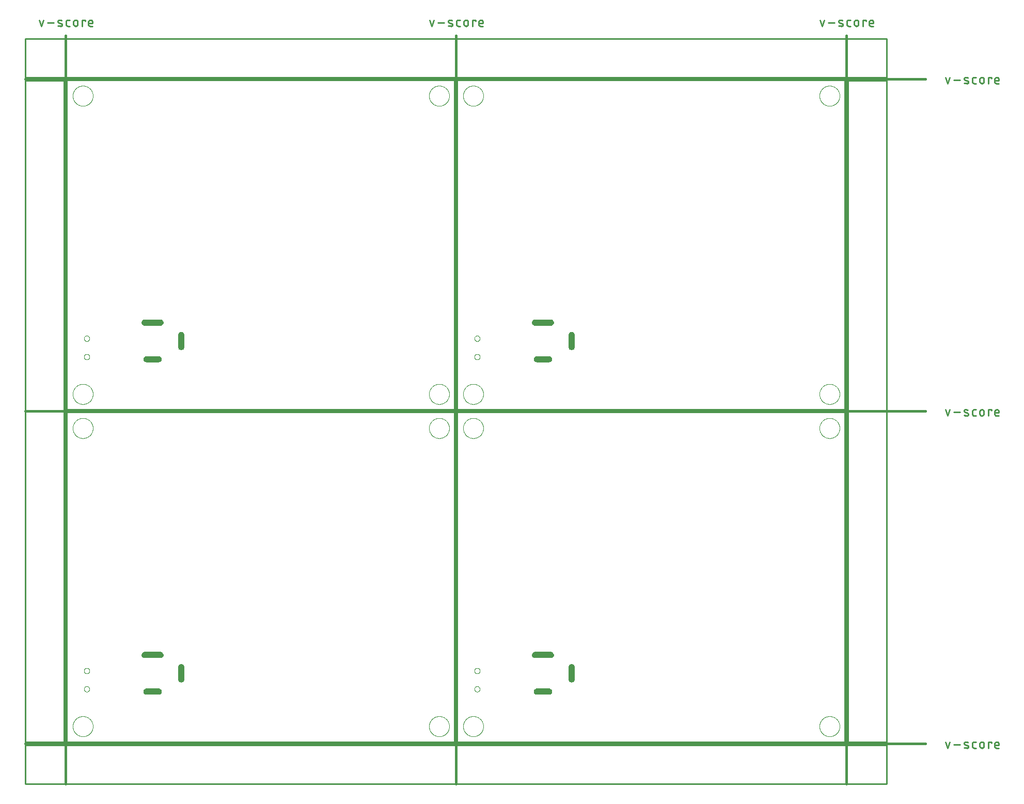
<source format=gko>
G04 EAGLE Gerber RS-274X export*
G75*
%MOMM*%
%FSLAX34Y34*%
%LPD*%
%IN*%
%IPPOS*%
%AMOC8*
5,1,8,0,0,1.08239X$1,22.5*%
G01*
%ADD10C,0.203200*%
%ADD11C,0.381000*%
%ADD12C,0.279400*%
%ADD13C,0.254000*%
%ADD14C,0.000000*%

G36*
X792783Y682333D02*
X792783Y682333D01*
X792786Y682331D01*
X793898Y682456D01*
X793904Y682462D01*
X793909Y682459D01*
X794966Y682829D01*
X794970Y682836D01*
X794976Y682833D01*
X795924Y683429D01*
X795927Y683437D01*
X795932Y683436D01*
X796724Y684228D01*
X796725Y684236D01*
X796731Y684236D01*
X797327Y685184D01*
X797326Y685193D01*
X797331Y685194D01*
X797701Y686251D01*
X797700Y686255D01*
X797702Y686257D01*
X797700Y686260D01*
X797704Y686262D01*
X797829Y687375D01*
X797825Y687382D01*
X797829Y687386D01*
X797704Y688498D01*
X797698Y688504D01*
X797701Y688509D01*
X797331Y689566D01*
X797325Y689570D01*
X797327Y689576D01*
X796731Y690524D01*
X796723Y690527D01*
X796724Y690532D01*
X795932Y691324D01*
X795924Y691325D01*
X795924Y691331D01*
X794976Y691927D01*
X794967Y691926D01*
X794966Y691931D01*
X793909Y692301D01*
X793901Y692299D01*
X793898Y692304D01*
X792786Y692429D01*
X792782Y692427D01*
X792780Y692429D01*
X766780Y692429D01*
X766777Y692427D01*
X766776Y692427D01*
X766775Y692429D01*
X765662Y692304D01*
X765656Y692298D01*
X765651Y692301D01*
X764594Y691931D01*
X764590Y691925D01*
X764584Y691927D01*
X763636Y691331D01*
X763633Y691323D01*
X763628Y691324D01*
X762836Y690532D01*
X762835Y690524D01*
X762829Y690524D01*
X762233Y689576D01*
X762234Y689567D01*
X762229Y689566D01*
X761859Y688509D01*
X761861Y688503D01*
X761857Y688500D01*
X761858Y688499D01*
X761856Y688498D01*
X761731Y687386D01*
X761735Y687378D01*
X761731Y687375D01*
X761856Y686262D01*
X761862Y686256D01*
X761859Y686251D01*
X762229Y685194D01*
X762236Y685190D01*
X762233Y685184D01*
X762829Y684236D01*
X762837Y684233D01*
X762836Y684228D01*
X763628Y683436D01*
X763636Y683435D01*
X763636Y683429D01*
X764584Y682833D01*
X764593Y682834D01*
X764594Y682829D01*
X765651Y682459D01*
X765659Y682461D01*
X765662Y682456D01*
X766775Y682331D01*
X766778Y682333D01*
X766780Y682331D01*
X792780Y682331D01*
X792783Y682333D01*
G37*
G36*
X152703Y682333D02*
X152703Y682333D01*
X152706Y682331D01*
X153818Y682456D01*
X153824Y682462D01*
X153829Y682459D01*
X154886Y682829D01*
X154890Y682836D01*
X154896Y682833D01*
X155844Y683429D01*
X155847Y683437D01*
X155852Y683436D01*
X156644Y684228D01*
X156645Y684236D01*
X156651Y684236D01*
X157247Y685184D01*
X157246Y685193D01*
X157251Y685194D01*
X157621Y686251D01*
X157620Y686255D01*
X157622Y686257D01*
X157620Y686260D01*
X157624Y686262D01*
X157749Y687375D01*
X157745Y687382D01*
X157749Y687386D01*
X157624Y688498D01*
X157618Y688504D01*
X157621Y688509D01*
X157251Y689566D01*
X157245Y689570D01*
X157247Y689576D01*
X156651Y690524D01*
X156643Y690527D01*
X156644Y690532D01*
X155852Y691324D01*
X155844Y691325D01*
X155844Y691331D01*
X154896Y691927D01*
X154887Y691926D01*
X154886Y691931D01*
X153829Y692301D01*
X153821Y692299D01*
X153818Y692304D01*
X152706Y692429D01*
X152702Y692427D01*
X152700Y692429D01*
X126700Y692429D01*
X126697Y692427D01*
X126696Y692427D01*
X126695Y692429D01*
X125582Y692304D01*
X125576Y692298D01*
X125571Y692301D01*
X124514Y691931D01*
X124510Y691925D01*
X124504Y691927D01*
X123556Y691331D01*
X123553Y691323D01*
X123548Y691324D01*
X122756Y690532D01*
X122755Y690524D01*
X122749Y690524D01*
X122153Y689576D01*
X122154Y689567D01*
X122149Y689566D01*
X121779Y688509D01*
X121781Y688503D01*
X121777Y688500D01*
X121778Y688499D01*
X121776Y688498D01*
X121651Y687386D01*
X121655Y687378D01*
X121651Y687375D01*
X121776Y686262D01*
X121782Y686256D01*
X121779Y686251D01*
X122149Y685194D01*
X122156Y685190D01*
X122153Y685184D01*
X122749Y684236D01*
X122757Y684233D01*
X122756Y684228D01*
X123548Y683436D01*
X123556Y683435D01*
X123556Y683429D01*
X124504Y682833D01*
X124513Y682834D01*
X124514Y682829D01*
X125571Y682459D01*
X125579Y682461D01*
X125582Y682456D01*
X126695Y682331D01*
X126698Y682333D01*
X126700Y682331D01*
X152700Y682331D01*
X152703Y682333D01*
G37*
G36*
X792783Y137503D02*
X792783Y137503D01*
X792786Y137501D01*
X793898Y137626D01*
X793904Y137632D01*
X793909Y137629D01*
X794966Y137999D01*
X794970Y138006D01*
X794976Y138003D01*
X795924Y138599D01*
X795927Y138607D01*
X795932Y138606D01*
X796724Y139398D01*
X796725Y139406D01*
X796731Y139406D01*
X797327Y140354D01*
X797326Y140363D01*
X797331Y140364D01*
X797701Y141421D01*
X797700Y141425D01*
X797702Y141427D01*
X797700Y141430D01*
X797704Y141432D01*
X797829Y142545D01*
X797825Y142552D01*
X797829Y142556D01*
X797704Y143668D01*
X797698Y143674D01*
X797701Y143679D01*
X797331Y144736D01*
X797325Y144740D01*
X797327Y144746D01*
X796731Y145694D01*
X796723Y145697D01*
X796724Y145702D01*
X795932Y146494D01*
X795924Y146495D01*
X795924Y146501D01*
X794976Y147097D01*
X794967Y147096D01*
X794966Y147101D01*
X793909Y147471D01*
X793901Y147469D01*
X793898Y147474D01*
X792786Y147599D01*
X792782Y147597D01*
X792780Y147599D01*
X766780Y147599D01*
X766777Y147597D01*
X766776Y147597D01*
X766775Y147599D01*
X765662Y147474D01*
X765656Y147468D01*
X765651Y147471D01*
X764594Y147101D01*
X764590Y147095D01*
X764584Y147097D01*
X763636Y146501D01*
X763633Y146493D01*
X763628Y146494D01*
X762836Y145702D01*
X762835Y145694D01*
X762829Y145694D01*
X762233Y144746D01*
X762234Y144737D01*
X762229Y144736D01*
X761859Y143679D01*
X761861Y143673D01*
X761857Y143670D01*
X761858Y143669D01*
X761856Y143668D01*
X761731Y142556D01*
X761735Y142548D01*
X761731Y142545D01*
X761856Y141432D01*
X761862Y141426D01*
X761859Y141421D01*
X762229Y140364D01*
X762236Y140360D01*
X762233Y140354D01*
X762829Y139406D01*
X762837Y139403D01*
X762836Y139398D01*
X763628Y138606D01*
X763636Y138605D01*
X763636Y138599D01*
X764584Y138003D01*
X764593Y138004D01*
X764594Y137999D01*
X765651Y137629D01*
X765659Y137631D01*
X765662Y137626D01*
X766775Y137501D01*
X766778Y137503D01*
X766780Y137501D01*
X792780Y137501D01*
X792783Y137503D01*
G37*
G36*
X152703Y137503D02*
X152703Y137503D01*
X152706Y137501D01*
X153818Y137626D01*
X153824Y137632D01*
X153829Y137629D01*
X154886Y137999D01*
X154890Y138006D01*
X154896Y138003D01*
X155844Y138599D01*
X155847Y138607D01*
X155852Y138606D01*
X156644Y139398D01*
X156645Y139406D01*
X156651Y139406D01*
X157247Y140354D01*
X157246Y140363D01*
X157251Y140364D01*
X157621Y141421D01*
X157620Y141425D01*
X157622Y141427D01*
X157620Y141430D01*
X157624Y141432D01*
X157749Y142545D01*
X157745Y142552D01*
X157749Y142556D01*
X157624Y143668D01*
X157618Y143674D01*
X157621Y143679D01*
X157251Y144736D01*
X157245Y144740D01*
X157247Y144746D01*
X156651Y145694D01*
X156643Y145697D01*
X156644Y145702D01*
X155852Y146494D01*
X155844Y146495D01*
X155844Y146501D01*
X154896Y147097D01*
X154887Y147096D01*
X154886Y147101D01*
X153829Y147471D01*
X153821Y147469D01*
X153818Y147474D01*
X152706Y147599D01*
X152702Y147597D01*
X152700Y147599D01*
X126700Y147599D01*
X126697Y147597D01*
X126696Y147597D01*
X126695Y147599D01*
X125582Y147474D01*
X125576Y147468D01*
X125571Y147471D01*
X124514Y147101D01*
X124510Y147095D01*
X124504Y147097D01*
X123556Y146501D01*
X123553Y146493D01*
X123548Y146494D01*
X122756Y145702D01*
X122755Y145694D01*
X122749Y145694D01*
X122153Y144746D01*
X122154Y144737D01*
X122149Y144736D01*
X121779Y143679D01*
X121781Y143673D01*
X121777Y143670D01*
X121778Y143669D01*
X121776Y143668D01*
X121651Y142556D01*
X121655Y142548D01*
X121651Y142545D01*
X121776Y141432D01*
X121782Y141426D01*
X121779Y141421D01*
X122149Y140364D01*
X122156Y140360D01*
X122153Y140354D01*
X122749Y139406D01*
X122757Y139403D01*
X122756Y139398D01*
X123548Y138606D01*
X123556Y138605D01*
X123556Y138599D01*
X124504Y138003D01*
X124513Y138004D01*
X124514Y137999D01*
X125571Y137629D01*
X125579Y137631D01*
X125582Y137626D01*
X126695Y137501D01*
X126698Y137503D01*
X126700Y137501D01*
X152700Y137501D01*
X152703Y137503D01*
G37*
G36*
X789783Y622333D02*
X789783Y622333D01*
X789786Y622331D01*
X790898Y622456D01*
X790904Y622462D01*
X790909Y622459D01*
X791966Y622829D01*
X791970Y622836D01*
X791976Y622833D01*
X792924Y623429D01*
X792927Y623437D01*
X792932Y623436D01*
X793724Y624228D01*
X793725Y624236D01*
X793731Y624236D01*
X794327Y625184D01*
X794326Y625193D01*
X794331Y625194D01*
X794701Y626251D01*
X794700Y626255D01*
X794702Y626257D01*
X794700Y626260D01*
X794704Y626262D01*
X794829Y627375D01*
X794825Y627382D01*
X794829Y627386D01*
X794704Y628498D01*
X794698Y628504D01*
X794701Y628509D01*
X794331Y629566D01*
X794325Y629570D01*
X794327Y629576D01*
X793731Y630524D01*
X793723Y630527D01*
X793724Y630532D01*
X792932Y631324D01*
X792924Y631325D01*
X792924Y631331D01*
X791976Y631927D01*
X791967Y631926D01*
X791966Y631931D01*
X790909Y632301D01*
X790901Y632299D01*
X790898Y632304D01*
X789786Y632429D01*
X789782Y632427D01*
X789780Y632429D01*
X769780Y632429D01*
X769777Y632427D01*
X769776Y632427D01*
X769775Y632429D01*
X768662Y632304D01*
X768656Y632298D01*
X768651Y632301D01*
X767594Y631931D01*
X767590Y631925D01*
X767584Y631927D01*
X766636Y631331D01*
X766633Y631323D01*
X766628Y631324D01*
X765836Y630532D01*
X765835Y630524D01*
X765829Y630524D01*
X765233Y629576D01*
X765234Y629567D01*
X765229Y629566D01*
X764859Y628509D01*
X764861Y628503D01*
X764857Y628500D01*
X764858Y628499D01*
X764856Y628498D01*
X764731Y627386D01*
X764735Y627378D01*
X764731Y627375D01*
X764856Y626262D01*
X764862Y626256D01*
X764859Y626251D01*
X765229Y625194D01*
X765236Y625190D01*
X765233Y625184D01*
X765829Y624236D01*
X765837Y624233D01*
X765836Y624228D01*
X766628Y623436D01*
X766636Y623435D01*
X766636Y623429D01*
X767584Y622833D01*
X767593Y622834D01*
X767594Y622829D01*
X768651Y622459D01*
X768659Y622461D01*
X768662Y622456D01*
X769775Y622331D01*
X769778Y622333D01*
X769780Y622331D01*
X789780Y622331D01*
X789783Y622333D01*
G37*
G36*
X149703Y622333D02*
X149703Y622333D01*
X149706Y622331D01*
X150818Y622456D01*
X150824Y622462D01*
X150829Y622459D01*
X151886Y622829D01*
X151890Y622836D01*
X151896Y622833D01*
X152844Y623429D01*
X152847Y623437D01*
X152852Y623436D01*
X153644Y624228D01*
X153645Y624236D01*
X153651Y624236D01*
X154247Y625184D01*
X154246Y625193D01*
X154251Y625194D01*
X154621Y626251D01*
X154620Y626255D01*
X154622Y626257D01*
X154620Y626260D01*
X154624Y626262D01*
X154749Y627375D01*
X154745Y627382D01*
X154749Y627386D01*
X154624Y628498D01*
X154618Y628504D01*
X154621Y628509D01*
X154251Y629566D01*
X154245Y629570D01*
X154247Y629576D01*
X153651Y630524D01*
X153643Y630527D01*
X153644Y630532D01*
X152852Y631324D01*
X152844Y631325D01*
X152844Y631331D01*
X151896Y631927D01*
X151887Y631926D01*
X151886Y631931D01*
X150829Y632301D01*
X150821Y632299D01*
X150818Y632304D01*
X149706Y632429D01*
X149702Y632427D01*
X149700Y632429D01*
X129700Y632429D01*
X129697Y632427D01*
X129696Y632427D01*
X129695Y632429D01*
X128582Y632304D01*
X128576Y632298D01*
X128571Y632301D01*
X127514Y631931D01*
X127510Y631925D01*
X127504Y631927D01*
X126556Y631331D01*
X126553Y631323D01*
X126548Y631324D01*
X125756Y630532D01*
X125755Y630524D01*
X125749Y630524D01*
X125153Y629576D01*
X125154Y629567D01*
X125149Y629566D01*
X124779Y628509D01*
X124781Y628503D01*
X124777Y628500D01*
X124778Y628499D01*
X124776Y628498D01*
X124651Y627386D01*
X124655Y627378D01*
X124651Y627375D01*
X124776Y626262D01*
X124782Y626256D01*
X124779Y626251D01*
X125149Y625194D01*
X125156Y625190D01*
X125153Y625184D01*
X125749Y624236D01*
X125757Y624233D01*
X125756Y624228D01*
X126548Y623436D01*
X126556Y623435D01*
X126556Y623429D01*
X127504Y622833D01*
X127513Y622834D01*
X127514Y622829D01*
X128571Y622459D01*
X128579Y622461D01*
X128582Y622456D01*
X129695Y622331D01*
X129698Y622333D01*
X129700Y622331D01*
X149700Y622331D01*
X149703Y622333D01*
G37*
G36*
X789783Y77503D02*
X789783Y77503D01*
X789786Y77501D01*
X790898Y77626D01*
X790904Y77632D01*
X790909Y77629D01*
X791966Y77999D01*
X791970Y78006D01*
X791976Y78003D01*
X792924Y78599D01*
X792927Y78607D01*
X792932Y78606D01*
X793724Y79398D01*
X793725Y79406D01*
X793731Y79406D01*
X794327Y80354D01*
X794326Y80363D01*
X794331Y80364D01*
X794701Y81421D01*
X794700Y81425D01*
X794702Y81427D01*
X794700Y81430D01*
X794704Y81432D01*
X794829Y82545D01*
X794825Y82552D01*
X794829Y82556D01*
X794704Y83668D01*
X794698Y83674D01*
X794701Y83679D01*
X794331Y84736D01*
X794325Y84740D01*
X794327Y84746D01*
X793731Y85694D01*
X793723Y85697D01*
X793724Y85702D01*
X792932Y86494D01*
X792924Y86495D01*
X792924Y86501D01*
X791976Y87097D01*
X791967Y87096D01*
X791966Y87101D01*
X790909Y87471D01*
X790901Y87469D01*
X790898Y87474D01*
X789786Y87599D01*
X789782Y87597D01*
X789780Y87599D01*
X769780Y87599D01*
X769777Y87597D01*
X769776Y87597D01*
X769775Y87599D01*
X768662Y87474D01*
X768656Y87468D01*
X768651Y87471D01*
X767594Y87101D01*
X767590Y87095D01*
X767584Y87097D01*
X766636Y86501D01*
X766633Y86493D01*
X766628Y86494D01*
X765836Y85702D01*
X765835Y85694D01*
X765829Y85694D01*
X765233Y84746D01*
X765234Y84737D01*
X765229Y84736D01*
X764859Y83679D01*
X764861Y83673D01*
X764857Y83670D01*
X764858Y83669D01*
X764856Y83668D01*
X764731Y82556D01*
X764735Y82548D01*
X764731Y82545D01*
X764856Y81432D01*
X764862Y81426D01*
X764859Y81421D01*
X765229Y80364D01*
X765236Y80360D01*
X765233Y80354D01*
X765829Y79406D01*
X765837Y79403D01*
X765836Y79398D01*
X766628Y78606D01*
X766636Y78605D01*
X766636Y78599D01*
X767584Y78003D01*
X767593Y78004D01*
X767594Y77999D01*
X768651Y77629D01*
X768659Y77631D01*
X768662Y77626D01*
X769775Y77501D01*
X769778Y77503D01*
X769780Y77501D01*
X789780Y77501D01*
X789783Y77503D01*
G37*
G36*
X149703Y77503D02*
X149703Y77503D01*
X149706Y77501D01*
X150818Y77626D01*
X150824Y77632D01*
X150829Y77629D01*
X151886Y77999D01*
X151890Y78006D01*
X151896Y78003D01*
X152844Y78599D01*
X152847Y78607D01*
X152852Y78606D01*
X153644Y79398D01*
X153645Y79406D01*
X153651Y79406D01*
X154247Y80354D01*
X154246Y80363D01*
X154251Y80364D01*
X154621Y81421D01*
X154620Y81425D01*
X154622Y81427D01*
X154620Y81430D01*
X154624Y81432D01*
X154749Y82545D01*
X154745Y82552D01*
X154749Y82556D01*
X154624Y83668D01*
X154618Y83674D01*
X154621Y83679D01*
X154251Y84736D01*
X154245Y84740D01*
X154247Y84746D01*
X153651Y85694D01*
X153643Y85697D01*
X153644Y85702D01*
X152852Y86494D01*
X152844Y86495D01*
X152844Y86501D01*
X151896Y87097D01*
X151887Y87096D01*
X151886Y87101D01*
X150829Y87471D01*
X150821Y87469D01*
X150818Y87474D01*
X149706Y87599D01*
X149702Y87597D01*
X149700Y87599D01*
X129700Y87599D01*
X129697Y87597D01*
X129696Y87597D01*
X129695Y87599D01*
X128582Y87474D01*
X128576Y87468D01*
X128571Y87471D01*
X127514Y87101D01*
X127510Y87095D01*
X127504Y87097D01*
X126556Y86501D01*
X126553Y86493D01*
X126548Y86494D01*
X125756Y85702D01*
X125755Y85694D01*
X125749Y85694D01*
X125153Y84746D01*
X125154Y84737D01*
X125149Y84736D01*
X124779Y83679D01*
X124781Y83673D01*
X124777Y83670D01*
X124778Y83669D01*
X124776Y83668D01*
X124651Y82556D01*
X124655Y82548D01*
X124651Y82545D01*
X124776Y81432D01*
X124782Y81426D01*
X124779Y81421D01*
X125149Y80364D01*
X125156Y80360D01*
X125153Y80354D01*
X125749Y79406D01*
X125757Y79403D01*
X125756Y79398D01*
X126548Y78606D01*
X126556Y78605D01*
X126556Y78599D01*
X127504Y78003D01*
X127513Y78004D01*
X127514Y77999D01*
X128571Y77629D01*
X128579Y77631D01*
X128582Y77626D01*
X129695Y77501D01*
X129698Y77503D01*
X129700Y77501D01*
X149700Y77501D01*
X149703Y77503D01*
G37*
G36*
X827898Y642456D02*
X827898Y642456D01*
X827904Y642462D01*
X827909Y642459D01*
X828966Y642829D01*
X828970Y642836D01*
X828976Y642833D01*
X829924Y643429D01*
X829927Y643437D01*
X829932Y643436D01*
X830724Y644228D01*
X830725Y644236D01*
X830731Y644236D01*
X831327Y645184D01*
X831326Y645193D01*
X831331Y645194D01*
X831701Y646251D01*
X831700Y646255D01*
X831702Y646257D01*
X831700Y646260D01*
X831704Y646262D01*
X831829Y647375D01*
X831827Y647378D01*
X831829Y647380D01*
X831829Y667380D01*
X831827Y667383D01*
X831829Y667386D01*
X831704Y668498D01*
X831698Y668504D01*
X831701Y668509D01*
X831331Y669566D01*
X831325Y669570D01*
X831327Y669576D01*
X830731Y670524D01*
X830723Y670527D01*
X830724Y670532D01*
X829932Y671324D01*
X829924Y671325D01*
X829924Y671331D01*
X828976Y671927D01*
X828967Y671926D01*
X828966Y671931D01*
X827909Y672301D01*
X827901Y672299D01*
X827898Y672304D01*
X826786Y672429D01*
X826778Y672425D01*
X826775Y672429D01*
X825662Y672304D01*
X825656Y672298D01*
X825651Y672301D01*
X824594Y671931D01*
X824590Y671925D01*
X824584Y671927D01*
X823636Y671331D01*
X823633Y671323D01*
X823628Y671324D01*
X822836Y670532D01*
X822835Y670524D01*
X822829Y670524D01*
X822233Y669576D01*
X822234Y669567D01*
X822229Y669566D01*
X821859Y668509D01*
X821861Y668501D01*
X821856Y668498D01*
X821731Y667386D01*
X821733Y667382D01*
X821731Y667380D01*
X821731Y647380D01*
X821733Y647377D01*
X821731Y647375D01*
X821856Y646262D01*
X821862Y646256D01*
X821859Y646251D01*
X822229Y645194D01*
X822236Y645190D01*
X822233Y645184D01*
X822829Y644236D01*
X822837Y644233D01*
X822836Y644228D01*
X823628Y643436D01*
X823636Y643435D01*
X823636Y643429D01*
X824584Y642833D01*
X824593Y642834D01*
X824594Y642829D01*
X825651Y642459D01*
X825659Y642461D01*
X825662Y642456D01*
X826775Y642331D01*
X826782Y642335D01*
X826786Y642331D01*
X827898Y642456D01*
G37*
G36*
X187818Y642456D02*
X187818Y642456D01*
X187824Y642462D01*
X187829Y642459D01*
X188886Y642829D01*
X188890Y642836D01*
X188896Y642833D01*
X189844Y643429D01*
X189847Y643437D01*
X189852Y643436D01*
X190644Y644228D01*
X190645Y644236D01*
X190651Y644236D01*
X191247Y645184D01*
X191246Y645193D01*
X191251Y645194D01*
X191621Y646251D01*
X191620Y646255D01*
X191622Y646257D01*
X191620Y646260D01*
X191624Y646262D01*
X191749Y647375D01*
X191747Y647378D01*
X191749Y647380D01*
X191749Y667380D01*
X191747Y667383D01*
X191749Y667386D01*
X191624Y668498D01*
X191618Y668504D01*
X191621Y668509D01*
X191251Y669566D01*
X191245Y669570D01*
X191247Y669576D01*
X190651Y670524D01*
X190643Y670527D01*
X190644Y670532D01*
X189852Y671324D01*
X189844Y671325D01*
X189844Y671331D01*
X188896Y671927D01*
X188887Y671926D01*
X188886Y671931D01*
X187829Y672301D01*
X187821Y672299D01*
X187818Y672304D01*
X186706Y672429D01*
X186698Y672425D01*
X186695Y672429D01*
X185582Y672304D01*
X185576Y672298D01*
X185571Y672301D01*
X184514Y671931D01*
X184510Y671925D01*
X184504Y671927D01*
X183556Y671331D01*
X183553Y671323D01*
X183548Y671324D01*
X182756Y670532D01*
X182755Y670524D01*
X182749Y670524D01*
X182153Y669576D01*
X182154Y669567D01*
X182149Y669566D01*
X181779Y668509D01*
X181781Y668501D01*
X181776Y668498D01*
X181651Y667386D01*
X181653Y667382D01*
X181651Y667380D01*
X181651Y647380D01*
X181653Y647377D01*
X181651Y647375D01*
X181776Y646262D01*
X181782Y646256D01*
X181779Y646251D01*
X182149Y645194D01*
X182156Y645190D01*
X182153Y645184D01*
X182749Y644236D01*
X182757Y644233D01*
X182756Y644228D01*
X183548Y643436D01*
X183556Y643435D01*
X183556Y643429D01*
X184504Y642833D01*
X184513Y642834D01*
X184514Y642829D01*
X185571Y642459D01*
X185579Y642461D01*
X185582Y642456D01*
X186695Y642331D01*
X186702Y642335D01*
X186706Y642331D01*
X187818Y642456D01*
G37*
G36*
X187818Y97626D02*
X187818Y97626D01*
X187824Y97632D01*
X187829Y97629D01*
X188886Y97999D01*
X188890Y98006D01*
X188896Y98003D01*
X189844Y98599D01*
X189847Y98607D01*
X189852Y98606D01*
X190644Y99398D01*
X190645Y99406D01*
X190651Y99406D01*
X191247Y100354D01*
X191246Y100363D01*
X191251Y100364D01*
X191621Y101421D01*
X191620Y101425D01*
X191622Y101427D01*
X191620Y101430D01*
X191624Y101432D01*
X191749Y102545D01*
X191747Y102548D01*
X191749Y102550D01*
X191749Y122550D01*
X191747Y122553D01*
X191749Y122556D01*
X191624Y123668D01*
X191618Y123674D01*
X191621Y123679D01*
X191251Y124736D01*
X191245Y124740D01*
X191247Y124746D01*
X190651Y125694D01*
X190643Y125697D01*
X190644Y125702D01*
X189852Y126494D01*
X189844Y126495D01*
X189844Y126501D01*
X188896Y127097D01*
X188887Y127096D01*
X188886Y127101D01*
X187829Y127471D01*
X187821Y127469D01*
X187818Y127474D01*
X186706Y127599D01*
X186698Y127595D01*
X186695Y127599D01*
X185582Y127474D01*
X185576Y127468D01*
X185571Y127471D01*
X184514Y127101D01*
X184510Y127095D01*
X184504Y127097D01*
X183556Y126501D01*
X183553Y126493D01*
X183548Y126494D01*
X182756Y125702D01*
X182755Y125694D01*
X182749Y125694D01*
X182153Y124746D01*
X182154Y124737D01*
X182149Y124736D01*
X181779Y123679D01*
X181781Y123671D01*
X181776Y123668D01*
X181651Y122556D01*
X181653Y122552D01*
X181651Y122550D01*
X181651Y102550D01*
X181653Y102547D01*
X181651Y102545D01*
X181776Y101432D01*
X181782Y101426D01*
X181779Y101421D01*
X182149Y100364D01*
X182156Y100360D01*
X182153Y100354D01*
X182749Y99406D01*
X182757Y99403D01*
X182756Y99398D01*
X183548Y98606D01*
X183556Y98605D01*
X183556Y98599D01*
X184504Y98003D01*
X184513Y98004D01*
X184514Y97999D01*
X185571Y97629D01*
X185579Y97631D01*
X185582Y97626D01*
X186695Y97501D01*
X186702Y97505D01*
X186706Y97501D01*
X187818Y97626D01*
G37*
G36*
X827898Y97626D02*
X827898Y97626D01*
X827904Y97632D01*
X827909Y97629D01*
X828966Y97999D01*
X828970Y98006D01*
X828976Y98003D01*
X829924Y98599D01*
X829927Y98607D01*
X829932Y98606D01*
X830724Y99398D01*
X830725Y99406D01*
X830731Y99406D01*
X831327Y100354D01*
X831326Y100363D01*
X831331Y100364D01*
X831701Y101421D01*
X831700Y101425D01*
X831702Y101427D01*
X831700Y101430D01*
X831704Y101432D01*
X831829Y102545D01*
X831827Y102548D01*
X831829Y102550D01*
X831829Y122550D01*
X831827Y122553D01*
X831829Y122556D01*
X831704Y123668D01*
X831698Y123674D01*
X831701Y123679D01*
X831331Y124736D01*
X831325Y124740D01*
X831327Y124746D01*
X830731Y125694D01*
X830723Y125697D01*
X830724Y125702D01*
X829932Y126494D01*
X829924Y126495D01*
X829924Y126501D01*
X828976Y127097D01*
X828967Y127096D01*
X828966Y127101D01*
X827909Y127471D01*
X827901Y127469D01*
X827898Y127474D01*
X826786Y127599D01*
X826778Y127595D01*
X826775Y127599D01*
X825662Y127474D01*
X825656Y127468D01*
X825651Y127471D01*
X824594Y127101D01*
X824590Y127095D01*
X824584Y127097D01*
X823636Y126501D01*
X823633Y126493D01*
X823628Y126494D01*
X822836Y125702D01*
X822835Y125694D01*
X822829Y125694D01*
X822233Y124746D01*
X822234Y124737D01*
X822229Y124736D01*
X821859Y123679D01*
X821861Y123671D01*
X821856Y123668D01*
X821731Y122556D01*
X821733Y122552D01*
X821731Y122550D01*
X821731Y102550D01*
X821733Y102547D01*
X821731Y102545D01*
X821856Y101432D01*
X821862Y101426D01*
X821859Y101421D01*
X822229Y100364D01*
X822236Y100360D01*
X822233Y100354D01*
X822829Y99406D01*
X822837Y99403D01*
X822836Y99398D01*
X823628Y98606D01*
X823636Y98605D01*
X823636Y98599D01*
X824584Y98003D01*
X824593Y98004D01*
X824594Y97999D01*
X825651Y97629D01*
X825659Y97631D01*
X825662Y97626D01*
X826775Y97501D01*
X826782Y97505D01*
X826786Y97501D01*
X827898Y97626D01*
G37*
D10*
X0Y0D02*
X635000Y0D01*
X635000Y539750D01*
X0Y539750D01*
X0Y0D01*
X640080Y0D02*
X1275080Y0D01*
X1275080Y539750D01*
X640080Y539750D01*
X640080Y0D01*
X635000Y544830D02*
X0Y544830D01*
X635000Y544830D02*
X635000Y1084580D01*
X0Y1084580D01*
X0Y544830D01*
X640080Y544830D02*
X1275080Y544830D01*
X1275080Y1084580D01*
X640080Y1084580D01*
X640080Y544830D01*
D11*
X-2540Y-68580D02*
X-2540Y1158240D01*
D12*
X-42921Y1173607D02*
X-46251Y1183598D01*
X-39590Y1183598D02*
X-42921Y1173607D01*
X-32806Y1179435D02*
X-22815Y1179435D01*
X-14261Y1179435D02*
X-10098Y1177770D01*
X-14261Y1179434D02*
X-14346Y1179470D01*
X-14429Y1179510D01*
X-14510Y1179553D01*
X-14590Y1179600D01*
X-14667Y1179650D01*
X-14743Y1179703D01*
X-14816Y1179759D01*
X-14886Y1179819D01*
X-14954Y1179881D01*
X-15019Y1179946D01*
X-15081Y1180014D01*
X-15141Y1180085D01*
X-15197Y1180158D01*
X-15250Y1180233D01*
X-15300Y1180311D01*
X-15346Y1180390D01*
X-15389Y1180472D01*
X-15429Y1180555D01*
X-15465Y1180640D01*
X-15497Y1180726D01*
X-15526Y1180814D01*
X-15550Y1180903D01*
X-15571Y1180993D01*
X-15588Y1181083D01*
X-15602Y1181174D01*
X-15611Y1181266D01*
X-15616Y1181358D01*
X-15618Y1181450D01*
X-15616Y1181542D01*
X-15609Y1181634D01*
X-15599Y1181726D01*
X-15585Y1181817D01*
X-15567Y1181908D01*
X-15545Y1181997D01*
X-15519Y1182086D01*
X-15489Y1182173D01*
X-15456Y1182259D01*
X-15419Y1182343D01*
X-15379Y1182426D01*
X-15335Y1182507D01*
X-15288Y1182586D01*
X-15237Y1182663D01*
X-15183Y1182738D01*
X-15126Y1182811D01*
X-15066Y1182881D01*
X-15003Y1182948D01*
X-14937Y1183012D01*
X-14869Y1183074D01*
X-14798Y1183133D01*
X-14724Y1183188D01*
X-14648Y1183241D01*
X-14570Y1183290D01*
X-14490Y1183336D01*
X-14409Y1183378D01*
X-14325Y1183417D01*
X-14240Y1183452D01*
X-14153Y1183483D01*
X-14065Y1183511D01*
X-13976Y1183535D01*
X-13886Y1183555D01*
X-13796Y1183572D01*
X-13704Y1183584D01*
X-13612Y1183593D01*
X-13520Y1183597D01*
X-13428Y1183598D01*
X-13201Y1183592D01*
X-12974Y1183581D01*
X-12747Y1183564D01*
X-12521Y1183541D01*
X-12295Y1183514D01*
X-12070Y1183480D01*
X-11846Y1183442D01*
X-11623Y1183398D01*
X-11401Y1183349D01*
X-11180Y1183294D01*
X-10961Y1183234D01*
X-10743Y1183169D01*
X-10527Y1183098D01*
X-10313Y1183023D01*
X-10100Y1182942D01*
X-9890Y1182856D01*
X-9681Y1182765D01*
X-10098Y1177770D02*
X-10013Y1177734D01*
X-9930Y1177694D01*
X-9849Y1177651D01*
X-9769Y1177604D01*
X-9692Y1177554D01*
X-9616Y1177501D01*
X-9543Y1177445D01*
X-9473Y1177385D01*
X-9405Y1177323D01*
X-9340Y1177258D01*
X-9278Y1177190D01*
X-9218Y1177119D01*
X-9162Y1177046D01*
X-9109Y1176971D01*
X-9059Y1176893D01*
X-9013Y1176814D01*
X-8970Y1176732D01*
X-8930Y1176649D01*
X-8894Y1176564D01*
X-8862Y1176478D01*
X-8833Y1176390D01*
X-8809Y1176301D01*
X-8788Y1176211D01*
X-8771Y1176121D01*
X-8757Y1176030D01*
X-8748Y1175938D01*
X-8743Y1175846D01*
X-8741Y1175754D01*
X-8743Y1175662D01*
X-8750Y1175570D01*
X-8760Y1175478D01*
X-8774Y1175387D01*
X-8792Y1175296D01*
X-8814Y1175207D01*
X-8840Y1175118D01*
X-8870Y1175031D01*
X-8903Y1174945D01*
X-8940Y1174861D01*
X-8980Y1174778D01*
X-9024Y1174697D01*
X-9071Y1174618D01*
X-9122Y1174541D01*
X-9176Y1174466D01*
X-9233Y1174393D01*
X-9293Y1174323D01*
X-9356Y1174256D01*
X-9422Y1174192D01*
X-9490Y1174130D01*
X-9561Y1174071D01*
X-9635Y1174016D01*
X-9711Y1173963D01*
X-9789Y1173914D01*
X-9869Y1173868D01*
X-9950Y1173826D01*
X-10034Y1173787D01*
X-10119Y1173752D01*
X-10206Y1173721D01*
X-10294Y1173693D01*
X-10383Y1173669D01*
X-10473Y1173649D01*
X-10563Y1173632D01*
X-10655Y1173620D01*
X-10747Y1173611D01*
X-10839Y1173607D01*
X-10931Y1173606D01*
X-10931Y1173607D02*
X-11265Y1173616D01*
X-11598Y1173633D01*
X-11931Y1173657D01*
X-12264Y1173690D01*
X-12595Y1173730D01*
X-12926Y1173778D01*
X-13255Y1173834D01*
X-13583Y1173897D01*
X-13909Y1173969D01*
X-14233Y1174048D01*
X-14556Y1174134D01*
X-14876Y1174229D01*
X-15194Y1174331D01*
X-15510Y1174440D01*
X562Y1173607D02*
X3892Y1173607D01*
X562Y1173607D02*
X464Y1173609D01*
X366Y1173615D01*
X268Y1173624D01*
X171Y1173638D01*
X75Y1173655D01*
X-21Y1173676D01*
X-116Y1173701D01*
X-210Y1173729D01*
X-303Y1173761D01*
X-394Y1173797D01*
X-484Y1173836D01*
X-572Y1173879D01*
X-659Y1173926D01*
X-743Y1173975D01*
X-826Y1174028D01*
X-906Y1174084D01*
X-985Y1174143D01*
X-1060Y1174206D01*
X-1134Y1174271D01*
X-1204Y1174339D01*
X-1272Y1174409D01*
X-1338Y1174483D01*
X-1400Y1174559D01*
X-1459Y1174637D01*
X-1515Y1174717D01*
X-1568Y1174800D01*
X-1618Y1174884D01*
X-1664Y1174971D01*
X-1707Y1175059D01*
X-1746Y1175149D01*
X-1782Y1175240D01*
X-1814Y1175333D01*
X-1842Y1175427D01*
X-1867Y1175522D01*
X-1888Y1175618D01*
X-1905Y1175714D01*
X-1919Y1175811D01*
X-1928Y1175909D01*
X-1934Y1176007D01*
X-1936Y1176105D01*
X-1936Y1181100D01*
X-1934Y1181198D01*
X-1928Y1181296D01*
X-1919Y1181394D01*
X-1905Y1181491D01*
X-1888Y1181587D01*
X-1867Y1181683D01*
X-1842Y1181778D01*
X-1814Y1181872D01*
X-1782Y1181965D01*
X-1746Y1182056D01*
X-1707Y1182146D01*
X-1664Y1182234D01*
X-1617Y1182321D01*
X-1568Y1182405D01*
X-1515Y1182488D01*
X-1459Y1182568D01*
X-1400Y1182646D01*
X-1337Y1182722D01*
X-1272Y1182796D01*
X-1204Y1182866D01*
X-1134Y1182934D01*
X-1060Y1182999D01*
X-984Y1183062D01*
X-906Y1183121D01*
X-826Y1183177D01*
X-743Y1183230D01*
X-659Y1183279D01*
X-572Y1183326D01*
X-484Y1183369D01*
X-394Y1183408D01*
X-303Y1183444D01*
X-210Y1183476D01*
X-116Y1183504D01*
X-21Y1183529D01*
X75Y1183550D01*
X171Y1183567D01*
X268Y1183581D01*
X366Y1183590D01*
X464Y1183596D01*
X562Y1183598D01*
X3892Y1183598D01*
X10022Y1180267D02*
X10022Y1176937D01*
X10022Y1180267D02*
X10024Y1180381D01*
X10030Y1180494D01*
X10039Y1180608D01*
X10053Y1180720D01*
X10070Y1180833D01*
X10092Y1180945D01*
X10117Y1181055D01*
X10145Y1181165D01*
X10178Y1181274D01*
X10214Y1181382D01*
X10254Y1181489D01*
X10298Y1181594D01*
X10345Y1181697D01*
X10395Y1181799D01*
X10449Y1181899D01*
X10507Y1181997D01*
X10568Y1182093D01*
X10631Y1182187D01*
X10699Y1182279D01*
X10769Y1182369D01*
X10842Y1182455D01*
X10918Y1182540D01*
X10997Y1182622D01*
X11079Y1182701D01*
X11164Y1182777D01*
X11250Y1182850D01*
X11340Y1182920D01*
X11432Y1182988D01*
X11526Y1183051D01*
X11622Y1183112D01*
X11720Y1183170D01*
X11820Y1183224D01*
X11922Y1183274D01*
X12025Y1183321D01*
X12130Y1183365D01*
X12237Y1183405D01*
X12345Y1183441D01*
X12454Y1183474D01*
X12564Y1183502D01*
X12674Y1183527D01*
X12786Y1183549D01*
X12899Y1183566D01*
X13011Y1183580D01*
X13125Y1183589D01*
X13238Y1183595D01*
X13352Y1183597D01*
X13466Y1183595D01*
X13579Y1183589D01*
X13693Y1183580D01*
X13805Y1183566D01*
X13918Y1183549D01*
X14030Y1183527D01*
X14140Y1183502D01*
X14250Y1183474D01*
X14359Y1183441D01*
X14467Y1183405D01*
X14574Y1183365D01*
X14679Y1183321D01*
X14782Y1183274D01*
X14884Y1183224D01*
X14984Y1183170D01*
X15082Y1183112D01*
X15178Y1183051D01*
X15272Y1182988D01*
X15364Y1182920D01*
X15454Y1182850D01*
X15540Y1182777D01*
X15625Y1182701D01*
X15707Y1182622D01*
X15786Y1182540D01*
X15862Y1182455D01*
X15935Y1182369D01*
X16005Y1182279D01*
X16073Y1182187D01*
X16136Y1182093D01*
X16197Y1181997D01*
X16255Y1181899D01*
X16309Y1181799D01*
X16359Y1181697D01*
X16406Y1181594D01*
X16450Y1181489D01*
X16490Y1181382D01*
X16526Y1181274D01*
X16559Y1181165D01*
X16587Y1181055D01*
X16612Y1180945D01*
X16634Y1180833D01*
X16651Y1180720D01*
X16665Y1180608D01*
X16674Y1180494D01*
X16680Y1180381D01*
X16682Y1180267D01*
X16682Y1176937D01*
X16680Y1176823D01*
X16674Y1176710D01*
X16665Y1176596D01*
X16651Y1176484D01*
X16634Y1176371D01*
X16612Y1176259D01*
X16587Y1176149D01*
X16559Y1176039D01*
X16526Y1175930D01*
X16490Y1175822D01*
X16450Y1175715D01*
X16406Y1175610D01*
X16359Y1175507D01*
X16309Y1175405D01*
X16255Y1175305D01*
X16197Y1175207D01*
X16136Y1175111D01*
X16073Y1175017D01*
X16005Y1174925D01*
X15935Y1174835D01*
X15862Y1174749D01*
X15786Y1174664D01*
X15707Y1174582D01*
X15625Y1174503D01*
X15540Y1174427D01*
X15454Y1174354D01*
X15364Y1174284D01*
X15272Y1174216D01*
X15178Y1174153D01*
X15082Y1174092D01*
X14984Y1174034D01*
X14884Y1173980D01*
X14782Y1173930D01*
X14679Y1173883D01*
X14574Y1173839D01*
X14467Y1173799D01*
X14359Y1173763D01*
X14250Y1173730D01*
X14140Y1173702D01*
X14030Y1173677D01*
X13918Y1173655D01*
X13805Y1173638D01*
X13693Y1173624D01*
X13579Y1173615D01*
X13466Y1173609D01*
X13352Y1173607D01*
X13238Y1173609D01*
X13125Y1173615D01*
X13011Y1173624D01*
X12899Y1173638D01*
X12786Y1173655D01*
X12674Y1173677D01*
X12564Y1173702D01*
X12454Y1173730D01*
X12345Y1173763D01*
X12237Y1173799D01*
X12130Y1173839D01*
X12025Y1173883D01*
X11922Y1173930D01*
X11820Y1173980D01*
X11720Y1174034D01*
X11622Y1174092D01*
X11526Y1174153D01*
X11432Y1174216D01*
X11340Y1174284D01*
X11250Y1174354D01*
X11164Y1174427D01*
X11079Y1174503D01*
X10997Y1174582D01*
X10918Y1174664D01*
X10842Y1174749D01*
X10769Y1174835D01*
X10699Y1174925D01*
X10631Y1175017D01*
X10568Y1175111D01*
X10507Y1175207D01*
X10449Y1175305D01*
X10395Y1175405D01*
X10345Y1175507D01*
X10298Y1175610D01*
X10254Y1175715D01*
X10214Y1175822D01*
X10178Y1175930D01*
X10145Y1176039D01*
X10117Y1176149D01*
X10092Y1176259D01*
X10070Y1176371D01*
X10053Y1176484D01*
X10039Y1176596D01*
X10030Y1176710D01*
X10024Y1176823D01*
X10022Y1176937D01*
X24218Y1173607D02*
X24218Y1183598D01*
X29213Y1183598D01*
X29213Y1181933D01*
X37008Y1173607D02*
X41171Y1173607D01*
X37008Y1173607D02*
X36910Y1173609D01*
X36812Y1173615D01*
X36714Y1173624D01*
X36617Y1173638D01*
X36521Y1173655D01*
X36425Y1173676D01*
X36330Y1173701D01*
X36236Y1173729D01*
X36143Y1173761D01*
X36052Y1173797D01*
X35962Y1173836D01*
X35874Y1173879D01*
X35787Y1173926D01*
X35703Y1173975D01*
X35620Y1174028D01*
X35540Y1174084D01*
X35462Y1174143D01*
X35386Y1174206D01*
X35312Y1174271D01*
X35242Y1174339D01*
X35174Y1174409D01*
X35109Y1174483D01*
X35046Y1174559D01*
X34987Y1174637D01*
X34931Y1174717D01*
X34878Y1174800D01*
X34829Y1174884D01*
X34782Y1174971D01*
X34739Y1175059D01*
X34700Y1175149D01*
X34664Y1175240D01*
X34632Y1175333D01*
X34604Y1175427D01*
X34579Y1175522D01*
X34558Y1175618D01*
X34541Y1175714D01*
X34527Y1175811D01*
X34518Y1175909D01*
X34512Y1176007D01*
X34510Y1176105D01*
X34510Y1180267D01*
X34511Y1180267D02*
X34513Y1180381D01*
X34519Y1180494D01*
X34528Y1180608D01*
X34542Y1180720D01*
X34559Y1180833D01*
X34581Y1180945D01*
X34606Y1181055D01*
X34634Y1181165D01*
X34667Y1181274D01*
X34703Y1181382D01*
X34743Y1181489D01*
X34787Y1181594D01*
X34834Y1181697D01*
X34884Y1181799D01*
X34938Y1181899D01*
X34996Y1181997D01*
X35057Y1182093D01*
X35120Y1182187D01*
X35188Y1182279D01*
X35258Y1182369D01*
X35331Y1182455D01*
X35407Y1182540D01*
X35486Y1182622D01*
X35568Y1182701D01*
X35653Y1182777D01*
X35739Y1182850D01*
X35829Y1182920D01*
X35921Y1182988D01*
X36015Y1183051D01*
X36111Y1183112D01*
X36209Y1183170D01*
X36309Y1183224D01*
X36411Y1183274D01*
X36514Y1183321D01*
X36619Y1183365D01*
X36726Y1183405D01*
X36834Y1183441D01*
X36943Y1183474D01*
X37053Y1183502D01*
X37163Y1183527D01*
X37275Y1183549D01*
X37388Y1183566D01*
X37500Y1183580D01*
X37614Y1183589D01*
X37727Y1183595D01*
X37841Y1183597D01*
X37955Y1183595D01*
X38068Y1183589D01*
X38182Y1183580D01*
X38294Y1183566D01*
X38407Y1183549D01*
X38519Y1183527D01*
X38629Y1183502D01*
X38739Y1183474D01*
X38848Y1183441D01*
X38956Y1183405D01*
X39063Y1183365D01*
X39168Y1183321D01*
X39271Y1183274D01*
X39373Y1183224D01*
X39473Y1183170D01*
X39571Y1183112D01*
X39667Y1183051D01*
X39761Y1182988D01*
X39853Y1182920D01*
X39943Y1182850D01*
X40029Y1182777D01*
X40114Y1182701D01*
X40196Y1182622D01*
X40275Y1182540D01*
X40351Y1182455D01*
X40424Y1182369D01*
X40494Y1182279D01*
X40562Y1182187D01*
X40625Y1182093D01*
X40686Y1181997D01*
X40744Y1181899D01*
X40798Y1181799D01*
X40848Y1181697D01*
X40895Y1181594D01*
X40939Y1181489D01*
X40979Y1181382D01*
X41015Y1181274D01*
X41048Y1181165D01*
X41076Y1181055D01*
X41101Y1180945D01*
X41123Y1180833D01*
X41140Y1180720D01*
X41154Y1180608D01*
X41163Y1180494D01*
X41169Y1180381D01*
X41171Y1180267D01*
X41171Y1178602D01*
X34510Y1178602D01*
D11*
X637540Y1158240D02*
X637540Y-68580D01*
D12*
X597159Y1173607D02*
X593829Y1183598D01*
X600490Y1183598D02*
X597159Y1173607D01*
X607274Y1179435D02*
X617265Y1179435D01*
X625819Y1179435D02*
X629982Y1177770D01*
X625819Y1179434D02*
X625734Y1179470D01*
X625651Y1179510D01*
X625570Y1179553D01*
X625490Y1179600D01*
X625413Y1179650D01*
X625337Y1179703D01*
X625264Y1179759D01*
X625194Y1179819D01*
X625126Y1179881D01*
X625061Y1179946D01*
X624999Y1180014D01*
X624939Y1180085D01*
X624883Y1180158D01*
X624830Y1180233D01*
X624780Y1180311D01*
X624734Y1180390D01*
X624691Y1180472D01*
X624651Y1180555D01*
X624615Y1180640D01*
X624583Y1180726D01*
X624554Y1180814D01*
X624530Y1180903D01*
X624509Y1180993D01*
X624492Y1181083D01*
X624478Y1181174D01*
X624469Y1181266D01*
X624464Y1181358D01*
X624462Y1181450D01*
X624464Y1181542D01*
X624471Y1181634D01*
X624481Y1181726D01*
X624495Y1181817D01*
X624513Y1181908D01*
X624535Y1181997D01*
X624561Y1182086D01*
X624591Y1182173D01*
X624624Y1182259D01*
X624661Y1182343D01*
X624701Y1182426D01*
X624745Y1182507D01*
X624792Y1182586D01*
X624843Y1182663D01*
X624897Y1182738D01*
X624954Y1182811D01*
X625014Y1182881D01*
X625077Y1182948D01*
X625143Y1183012D01*
X625211Y1183074D01*
X625282Y1183133D01*
X625356Y1183188D01*
X625432Y1183241D01*
X625510Y1183290D01*
X625590Y1183336D01*
X625671Y1183378D01*
X625755Y1183417D01*
X625840Y1183452D01*
X625927Y1183483D01*
X626015Y1183511D01*
X626104Y1183535D01*
X626194Y1183555D01*
X626284Y1183572D01*
X626376Y1183584D01*
X626468Y1183593D01*
X626560Y1183597D01*
X626652Y1183598D01*
X626879Y1183592D01*
X627106Y1183581D01*
X627333Y1183564D01*
X627559Y1183541D01*
X627785Y1183514D01*
X628010Y1183480D01*
X628234Y1183442D01*
X628457Y1183398D01*
X628679Y1183349D01*
X628900Y1183294D01*
X629119Y1183234D01*
X629337Y1183169D01*
X629553Y1183098D01*
X629767Y1183023D01*
X629980Y1182942D01*
X630190Y1182856D01*
X630399Y1182765D01*
X629982Y1177770D02*
X630067Y1177734D01*
X630150Y1177694D01*
X630231Y1177651D01*
X630311Y1177604D01*
X630388Y1177554D01*
X630464Y1177501D01*
X630537Y1177445D01*
X630607Y1177385D01*
X630675Y1177323D01*
X630740Y1177258D01*
X630802Y1177190D01*
X630862Y1177119D01*
X630918Y1177046D01*
X630971Y1176971D01*
X631021Y1176893D01*
X631067Y1176814D01*
X631110Y1176732D01*
X631150Y1176649D01*
X631186Y1176564D01*
X631218Y1176478D01*
X631247Y1176390D01*
X631271Y1176301D01*
X631292Y1176211D01*
X631309Y1176121D01*
X631323Y1176030D01*
X631332Y1175938D01*
X631337Y1175846D01*
X631339Y1175754D01*
X631337Y1175662D01*
X631330Y1175570D01*
X631320Y1175478D01*
X631306Y1175387D01*
X631288Y1175296D01*
X631266Y1175207D01*
X631240Y1175118D01*
X631210Y1175031D01*
X631177Y1174945D01*
X631140Y1174861D01*
X631100Y1174778D01*
X631056Y1174697D01*
X631009Y1174618D01*
X630958Y1174541D01*
X630904Y1174466D01*
X630847Y1174393D01*
X630787Y1174323D01*
X630724Y1174256D01*
X630658Y1174192D01*
X630590Y1174130D01*
X630519Y1174071D01*
X630445Y1174016D01*
X630369Y1173963D01*
X630291Y1173914D01*
X630211Y1173868D01*
X630130Y1173826D01*
X630046Y1173787D01*
X629961Y1173752D01*
X629874Y1173721D01*
X629786Y1173693D01*
X629697Y1173669D01*
X629607Y1173649D01*
X629517Y1173632D01*
X629425Y1173620D01*
X629333Y1173611D01*
X629241Y1173607D01*
X629149Y1173606D01*
X629149Y1173607D02*
X628815Y1173616D01*
X628482Y1173633D01*
X628149Y1173657D01*
X627816Y1173690D01*
X627485Y1173730D01*
X627154Y1173778D01*
X626825Y1173834D01*
X626497Y1173897D01*
X626171Y1173969D01*
X625847Y1174048D01*
X625524Y1174134D01*
X625204Y1174229D01*
X624886Y1174331D01*
X624570Y1174440D01*
X640642Y1173607D02*
X643972Y1173607D01*
X640642Y1173607D02*
X640544Y1173609D01*
X640446Y1173615D01*
X640348Y1173624D01*
X640251Y1173638D01*
X640155Y1173655D01*
X640059Y1173676D01*
X639964Y1173701D01*
X639870Y1173729D01*
X639777Y1173761D01*
X639686Y1173797D01*
X639596Y1173836D01*
X639508Y1173879D01*
X639421Y1173926D01*
X639337Y1173975D01*
X639254Y1174028D01*
X639174Y1174084D01*
X639096Y1174143D01*
X639020Y1174206D01*
X638946Y1174271D01*
X638876Y1174339D01*
X638808Y1174409D01*
X638743Y1174483D01*
X638680Y1174559D01*
X638621Y1174637D01*
X638565Y1174717D01*
X638512Y1174800D01*
X638463Y1174884D01*
X638416Y1174971D01*
X638373Y1175059D01*
X638334Y1175149D01*
X638298Y1175240D01*
X638266Y1175333D01*
X638238Y1175427D01*
X638213Y1175522D01*
X638192Y1175618D01*
X638175Y1175714D01*
X638161Y1175811D01*
X638152Y1175909D01*
X638146Y1176007D01*
X638144Y1176105D01*
X638144Y1181100D01*
X638146Y1181198D01*
X638152Y1181296D01*
X638161Y1181394D01*
X638175Y1181491D01*
X638192Y1181587D01*
X638213Y1181683D01*
X638238Y1181778D01*
X638266Y1181872D01*
X638298Y1181965D01*
X638334Y1182056D01*
X638373Y1182146D01*
X638416Y1182234D01*
X638463Y1182321D01*
X638512Y1182405D01*
X638565Y1182488D01*
X638621Y1182568D01*
X638680Y1182647D01*
X638743Y1182722D01*
X638808Y1182796D01*
X638876Y1182866D01*
X638946Y1182934D01*
X639020Y1183000D01*
X639096Y1183062D01*
X639174Y1183121D01*
X639254Y1183177D01*
X639337Y1183230D01*
X639421Y1183280D01*
X639508Y1183326D01*
X639596Y1183369D01*
X639686Y1183408D01*
X639777Y1183444D01*
X639870Y1183476D01*
X639964Y1183504D01*
X640059Y1183529D01*
X640155Y1183550D01*
X640251Y1183567D01*
X640348Y1183581D01*
X640446Y1183590D01*
X640544Y1183596D01*
X640642Y1183598D01*
X643972Y1183598D01*
X650102Y1180267D02*
X650102Y1176937D01*
X650102Y1180267D02*
X650104Y1180381D01*
X650110Y1180494D01*
X650119Y1180608D01*
X650133Y1180720D01*
X650150Y1180833D01*
X650172Y1180945D01*
X650197Y1181055D01*
X650225Y1181165D01*
X650258Y1181274D01*
X650294Y1181382D01*
X650334Y1181489D01*
X650378Y1181594D01*
X650425Y1181697D01*
X650475Y1181799D01*
X650529Y1181899D01*
X650587Y1181997D01*
X650648Y1182093D01*
X650711Y1182187D01*
X650779Y1182279D01*
X650849Y1182369D01*
X650922Y1182455D01*
X650998Y1182540D01*
X651077Y1182622D01*
X651159Y1182701D01*
X651244Y1182777D01*
X651330Y1182850D01*
X651420Y1182920D01*
X651512Y1182988D01*
X651606Y1183051D01*
X651702Y1183112D01*
X651800Y1183170D01*
X651900Y1183224D01*
X652002Y1183274D01*
X652105Y1183321D01*
X652210Y1183365D01*
X652317Y1183405D01*
X652425Y1183441D01*
X652534Y1183474D01*
X652644Y1183502D01*
X652754Y1183527D01*
X652866Y1183549D01*
X652979Y1183566D01*
X653091Y1183580D01*
X653205Y1183589D01*
X653318Y1183595D01*
X653432Y1183597D01*
X653546Y1183595D01*
X653659Y1183589D01*
X653773Y1183580D01*
X653885Y1183566D01*
X653998Y1183549D01*
X654110Y1183527D01*
X654220Y1183502D01*
X654330Y1183474D01*
X654439Y1183441D01*
X654547Y1183405D01*
X654654Y1183365D01*
X654759Y1183321D01*
X654862Y1183274D01*
X654964Y1183224D01*
X655064Y1183170D01*
X655162Y1183112D01*
X655258Y1183051D01*
X655352Y1182988D01*
X655444Y1182920D01*
X655534Y1182850D01*
X655620Y1182777D01*
X655705Y1182701D01*
X655787Y1182622D01*
X655866Y1182540D01*
X655942Y1182455D01*
X656015Y1182369D01*
X656085Y1182279D01*
X656153Y1182187D01*
X656216Y1182093D01*
X656277Y1181997D01*
X656335Y1181899D01*
X656389Y1181799D01*
X656439Y1181697D01*
X656486Y1181594D01*
X656530Y1181489D01*
X656570Y1181382D01*
X656606Y1181274D01*
X656639Y1181165D01*
X656667Y1181055D01*
X656692Y1180945D01*
X656714Y1180833D01*
X656731Y1180720D01*
X656745Y1180608D01*
X656754Y1180494D01*
X656760Y1180381D01*
X656762Y1180267D01*
X656762Y1176937D01*
X656760Y1176823D01*
X656754Y1176710D01*
X656745Y1176596D01*
X656731Y1176484D01*
X656714Y1176371D01*
X656692Y1176259D01*
X656667Y1176149D01*
X656639Y1176039D01*
X656606Y1175930D01*
X656570Y1175822D01*
X656530Y1175715D01*
X656486Y1175610D01*
X656439Y1175507D01*
X656389Y1175405D01*
X656335Y1175305D01*
X656277Y1175207D01*
X656216Y1175111D01*
X656153Y1175017D01*
X656085Y1174925D01*
X656015Y1174835D01*
X655942Y1174749D01*
X655866Y1174664D01*
X655787Y1174582D01*
X655705Y1174503D01*
X655620Y1174427D01*
X655534Y1174354D01*
X655444Y1174284D01*
X655352Y1174216D01*
X655258Y1174153D01*
X655162Y1174092D01*
X655064Y1174034D01*
X654964Y1173980D01*
X654862Y1173930D01*
X654759Y1173883D01*
X654654Y1173839D01*
X654547Y1173799D01*
X654439Y1173763D01*
X654330Y1173730D01*
X654220Y1173702D01*
X654110Y1173677D01*
X653998Y1173655D01*
X653885Y1173638D01*
X653773Y1173624D01*
X653659Y1173615D01*
X653546Y1173609D01*
X653432Y1173607D01*
X653318Y1173609D01*
X653205Y1173615D01*
X653091Y1173624D01*
X652979Y1173638D01*
X652866Y1173655D01*
X652754Y1173677D01*
X652644Y1173702D01*
X652534Y1173730D01*
X652425Y1173763D01*
X652317Y1173799D01*
X652210Y1173839D01*
X652105Y1173883D01*
X652002Y1173930D01*
X651900Y1173980D01*
X651800Y1174034D01*
X651702Y1174092D01*
X651606Y1174153D01*
X651512Y1174216D01*
X651420Y1174284D01*
X651330Y1174354D01*
X651244Y1174427D01*
X651159Y1174503D01*
X651077Y1174582D01*
X650998Y1174664D01*
X650922Y1174749D01*
X650849Y1174835D01*
X650779Y1174925D01*
X650711Y1175017D01*
X650648Y1175111D01*
X650587Y1175207D01*
X650529Y1175305D01*
X650475Y1175405D01*
X650425Y1175507D01*
X650378Y1175610D01*
X650334Y1175715D01*
X650294Y1175822D01*
X650258Y1175930D01*
X650225Y1176039D01*
X650197Y1176149D01*
X650172Y1176259D01*
X650150Y1176371D01*
X650133Y1176484D01*
X650119Y1176596D01*
X650110Y1176710D01*
X650104Y1176823D01*
X650102Y1176937D01*
X664298Y1173607D02*
X664298Y1183598D01*
X669293Y1183598D01*
X669293Y1181933D01*
X677088Y1173607D02*
X681251Y1173607D01*
X677088Y1173607D02*
X676990Y1173609D01*
X676892Y1173615D01*
X676794Y1173624D01*
X676697Y1173638D01*
X676601Y1173655D01*
X676505Y1173676D01*
X676410Y1173701D01*
X676316Y1173729D01*
X676223Y1173761D01*
X676132Y1173797D01*
X676042Y1173836D01*
X675954Y1173879D01*
X675867Y1173926D01*
X675783Y1173975D01*
X675700Y1174028D01*
X675620Y1174084D01*
X675542Y1174143D01*
X675466Y1174206D01*
X675392Y1174271D01*
X675322Y1174339D01*
X675254Y1174409D01*
X675189Y1174483D01*
X675126Y1174559D01*
X675067Y1174637D01*
X675011Y1174717D01*
X674958Y1174800D01*
X674909Y1174884D01*
X674862Y1174971D01*
X674819Y1175059D01*
X674780Y1175149D01*
X674744Y1175240D01*
X674712Y1175333D01*
X674684Y1175427D01*
X674659Y1175522D01*
X674638Y1175618D01*
X674621Y1175714D01*
X674607Y1175811D01*
X674598Y1175909D01*
X674592Y1176007D01*
X674590Y1176105D01*
X674590Y1180267D01*
X674591Y1180267D02*
X674593Y1180381D01*
X674599Y1180494D01*
X674608Y1180608D01*
X674622Y1180720D01*
X674639Y1180833D01*
X674661Y1180945D01*
X674686Y1181055D01*
X674714Y1181165D01*
X674747Y1181274D01*
X674783Y1181382D01*
X674823Y1181489D01*
X674867Y1181594D01*
X674914Y1181697D01*
X674964Y1181799D01*
X675018Y1181899D01*
X675076Y1181997D01*
X675137Y1182093D01*
X675200Y1182187D01*
X675268Y1182279D01*
X675338Y1182369D01*
X675411Y1182455D01*
X675487Y1182540D01*
X675566Y1182622D01*
X675648Y1182701D01*
X675733Y1182777D01*
X675819Y1182850D01*
X675909Y1182920D01*
X676001Y1182988D01*
X676095Y1183051D01*
X676191Y1183112D01*
X676289Y1183170D01*
X676389Y1183224D01*
X676491Y1183274D01*
X676594Y1183321D01*
X676699Y1183365D01*
X676806Y1183405D01*
X676914Y1183441D01*
X677023Y1183474D01*
X677133Y1183502D01*
X677243Y1183527D01*
X677355Y1183549D01*
X677468Y1183566D01*
X677580Y1183580D01*
X677694Y1183589D01*
X677807Y1183595D01*
X677921Y1183597D01*
X678035Y1183595D01*
X678148Y1183589D01*
X678262Y1183580D01*
X678374Y1183566D01*
X678487Y1183549D01*
X678599Y1183527D01*
X678709Y1183502D01*
X678819Y1183474D01*
X678928Y1183441D01*
X679036Y1183405D01*
X679143Y1183365D01*
X679248Y1183321D01*
X679351Y1183274D01*
X679453Y1183224D01*
X679553Y1183170D01*
X679651Y1183112D01*
X679747Y1183051D01*
X679841Y1182988D01*
X679933Y1182920D01*
X680023Y1182850D01*
X680109Y1182777D01*
X680194Y1182701D01*
X680276Y1182622D01*
X680355Y1182540D01*
X680431Y1182455D01*
X680504Y1182369D01*
X680574Y1182279D01*
X680642Y1182187D01*
X680705Y1182093D01*
X680766Y1181997D01*
X680824Y1181899D01*
X680878Y1181799D01*
X680928Y1181697D01*
X680975Y1181594D01*
X681019Y1181489D01*
X681059Y1181382D01*
X681095Y1181274D01*
X681128Y1181165D01*
X681156Y1181055D01*
X681181Y1180945D01*
X681203Y1180833D01*
X681220Y1180720D01*
X681234Y1180608D01*
X681243Y1180494D01*
X681249Y1180381D01*
X681251Y1180267D01*
X681251Y1178602D01*
X674590Y1178602D01*
D11*
X1277620Y1158240D02*
X1277620Y-68580D01*
D12*
X1237239Y1173607D02*
X1233909Y1183598D01*
X1240570Y1183598D02*
X1237239Y1173607D01*
X1247354Y1179435D02*
X1257345Y1179435D01*
X1265899Y1179435D02*
X1270062Y1177770D01*
X1265899Y1179434D02*
X1265814Y1179470D01*
X1265731Y1179510D01*
X1265650Y1179553D01*
X1265570Y1179600D01*
X1265493Y1179650D01*
X1265417Y1179703D01*
X1265344Y1179759D01*
X1265274Y1179819D01*
X1265206Y1179881D01*
X1265141Y1179946D01*
X1265079Y1180014D01*
X1265019Y1180085D01*
X1264963Y1180158D01*
X1264910Y1180233D01*
X1264860Y1180311D01*
X1264814Y1180390D01*
X1264771Y1180472D01*
X1264731Y1180555D01*
X1264695Y1180640D01*
X1264663Y1180726D01*
X1264634Y1180814D01*
X1264610Y1180903D01*
X1264589Y1180993D01*
X1264572Y1181083D01*
X1264558Y1181174D01*
X1264549Y1181266D01*
X1264544Y1181358D01*
X1264542Y1181450D01*
X1264544Y1181542D01*
X1264551Y1181634D01*
X1264561Y1181726D01*
X1264575Y1181817D01*
X1264593Y1181908D01*
X1264615Y1181997D01*
X1264641Y1182086D01*
X1264671Y1182173D01*
X1264704Y1182259D01*
X1264741Y1182343D01*
X1264781Y1182426D01*
X1264825Y1182507D01*
X1264872Y1182586D01*
X1264923Y1182663D01*
X1264977Y1182738D01*
X1265034Y1182811D01*
X1265094Y1182881D01*
X1265157Y1182948D01*
X1265223Y1183012D01*
X1265291Y1183074D01*
X1265362Y1183133D01*
X1265436Y1183188D01*
X1265512Y1183241D01*
X1265590Y1183290D01*
X1265670Y1183336D01*
X1265751Y1183378D01*
X1265835Y1183417D01*
X1265920Y1183452D01*
X1266007Y1183483D01*
X1266095Y1183511D01*
X1266184Y1183535D01*
X1266274Y1183555D01*
X1266364Y1183572D01*
X1266456Y1183584D01*
X1266548Y1183593D01*
X1266640Y1183597D01*
X1266732Y1183598D01*
X1266959Y1183592D01*
X1267186Y1183581D01*
X1267413Y1183564D01*
X1267639Y1183541D01*
X1267865Y1183514D01*
X1268090Y1183480D01*
X1268314Y1183442D01*
X1268537Y1183398D01*
X1268759Y1183349D01*
X1268980Y1183294D01*
X1269199Y1183234D01*
X1269417Y1183169D01*
X1269633Y1183098D01*
X1269847Y1183023D01*
X1270060Y1182942D01*
X1270270Y1182856D01*
X1270479Y1182765D01*
X1270062Y1177770D02*
X1270147Y1177734D01*
X1270230Y1177694D01*
X1270311Y1177651D01*
X1270391Y1177604D01*
X1270468Y1177554D01*
X1270544Y1177501D01*
X1270617Y1177445D01*
X1270687Y1177385D01*
X1270755Y1177323D01*
X1270820Y1177258D01*
X1270882Y1177190D01*
X1270942Y1177119D01*
X1270998Y1177046D01*
X1271051Y1176971D01*
X1271101Y1176893D01*
X1271147Y1176814D01*
X1271190Y1176732D01*
X1271230Y1176649D01*
X1271266Y1176564D01*
X1271298Y1176478D01*
X1271327Y1176390D01*
X1271351Y1176301D01*
X1271372Y1176211D01*
X1271389Y1176121D01*
X1271403Y1176030D01*
X1271412Y1175938D01*
X1271417Y1175846D01*
X1271419Y1175754D01*
X1271417Y1175662D01*
X1271410Y1175570D01*
X1271400Y1175478D01*
X1271386Y1175387D01*
X1271368Y1175296D01*
X1271346Y1175207D01*
X1271320Y1175118D01*
X1271290Y1175031D01*
X1271257Y1174945D01*
X1271220Y1174861D01*
X1271180Y1174778D01*
X1271136Y1174697D01*
X1271089Y1174618D01*
X1271038Y1174541D01*
X1270984Y1174466D01*
X1270927Y1174393D01*
X1270867Y1174323D01*
X1270804Y1174256D01*
X1270738Y1174192D01*
X1270670Y1174130D01*
X1270599Y1174071D01*
X1270525Y1174016D01*
X1270449Y1173963D01*
X1270371Y1173914D01*
X1270291Y1173868D01*
X1270210Y1173826D01*
X1270126Y1173787D01*
X1270041Y1173752D01*
X1269954Y1173721D01*
X1269866Y1173693D01*
X1269777Y1173669D01*
X1269687Y1173649D01*
X1269597Y1173632D01*
X1269505Y1173620D01*
X1269413Y1173611D01*
X1269321Y1173607D01*
X1269229Y1173606D01*
X1269229Y1173607D02*
X1268895Y1173616D01*
X1268562Y1173633D01*
X1268229Y1173657D01*
X1267896Y1173690D01*
X1267565Y1173730D01*
X1267234Y1173778D01*
X1266905Y1173834D01*
X1266577Y1173897D01*
X1266251Y1173969D01*
X1265927Y1174048D01*
X1265604Y1174134D01*
X1265284Y1174229D01*
X1264966Y1174331D01*
X1264650Y1174440D01*
X1280722Y1173607D02*
X1284052Y1173607D01*
X1280722Y1173607D02*
X1280624Y1173609D01*
X1280526Y1173615D01*
X1280428Y1173624D01*
X1280331Y1173638D01*
X1280235Y1173655D01*
X1280139Y1173676D01*
X1280044Y1173701D01*
X1279950Y1173729D01*
X1279857Y1173761D01*
X1279766Y1173797D01*
X1279676Y1173836D01*
X1279588Y1173879D01*
X1279501Y1173926D01*
X1279417Y1173975D01*
X1279334Y1174028D01*
X1279254Y1174084D01*
X1279176Y1174143D01*
X1279100Y1174206D01*
X1279026Y1174271D01*
X1278956Y1174339D01*
X1278888Y1174409D01*
X1278823Y1174483D01*
X1278760Y1174559D01*
X1278701Y1174637D01*
X1278645Y1174717D01*
X1278592Y1174800D01*
X1278543Y1174884D01*
X1278496Y1174971D01*
X1278453Y1175059D01*
X1278414Y1175149D01*
X1278378Y1175240D01*
X1278346Y1175333D01*
X1278318Y1175427D01*
X1278293Y1175522D01*
X1278272Y1175618D01*
X1278255Y1175714D01*
X1278241Y1175811D01*
X1278232Y1175909D01*
X1278226Y1176007D01*
X1278224Y1176105D01*
X1278224Y1181100D01*
X1278226Y1181198D01*
X1278232Y1181296D01*
X1278241Y1181394D01*
X1278255Y1181491D01*
X1278272Y1181587D01*
X1278293Y1181683D01*
X1278318Y1181778D01*
X1278346Y1181872D01*
X1278378Y1181965D01*
X1278414Y1182056D01*
X1278453Y1182146D01*
X1278496Y1182234D01*
X1278543Y1182321D01*
X1278592Y1182405D01*
X1278645Y1182488D01*
X1278701Y1182568D01*
X1278760Y1182647D01*
X1278823Y1182722D01*
X1278888Y1182796D01*
X1278956Y1182866D01*
X1279026Y1182934D01*
X1279100Y1183000D01*
X1279176Y1183062D01*
X1279254Y1183121D01*
X1279334Y1183177D01*
X1279417Y1183230D01*
X1279501Y1183280D01*
X1279588Y1183326D01*
X1279676Y1183369D01*
X1279766Y1183408D01*
X1279857Y1183444D01*
X1279950Y1183476D01*
X1280044Y1183504D01*
X1280139Y1183529D01*
X1280235Y1183550D01*
X1280331Y1183567D01*
X1280428Y1183581D01*
X1280526Y1183590D01*
X1280624Y1183596D01*
X1280722Y1183598D01*
X1284052Y1183598D01*
X1290182Y1180267D02*
X1290182Y1176937D01*
X1290182Y1180267D02*
X1290184Y1180381D01*
X1290190Y1180494D01*
X1290199Y1180608D01*
X1290213Y1180720D01*
X1290230Y1180833D01*
X1290252Y1180945D01*
X1290277Y1181055D01*
X1290305Y1181165D01*
X1290338Y1181274D01*
X1290374Y1181382D01*
X1290414Y1181489D01*
X1290458Y1181594D01*
X1290505Y1181697D01*
X1290555Y1181799D01*
X1290609Y1181899D01*
X1290667Y1181997D01*
X1290728Y1182093D01*
X1290791Y1182187D01*
X1290859Y1182279D01*
X1290929Y1182369D01*
X1291002Y1182455D01*
X1291078Y1182540D01*
X1291157Y1182622D01*
X1291239Y1182701D01*
X1291324Y1182777D01*
X1291410Y1182850D01*
X1291500Y1182920D01*
X1291592Y1182988D01*
X1291686Y1183051D01*
X1291782Y1183112D01*
X1291880Y1183170D01*
X1291980Y1183224D01*
X1292082Y1183274D01*
X1292185Y1183321D01*
X1292290Y1183365D01*
X1292397Y1183405D01*
X1292505Y1183441D01*
X1292614Y1183474D01*
X1292724Y1183502D01*
X1292834Y1183527D01*
X1292946Y1183549D01*
X1293059Y1183566D01*
X1293171Y1183580D01*
X1293285Y1183589D01*
X1293398Y1183595D01*
X1293512Y1183597D01*
X1293626Y1183595D01*
X1293739Y1183589D01*
X1293853Y1183580D01*
X1293965Y1183566D01*
X1294078Y1183549D01*
X1294190Y1183527D01*
X1294300Y1183502D01*
X1294410Y1183474D01*
X1294519Y1183441D01*
X1294627Y1183405D01*
X1294734Y1183365D01*
X1294839Y1183321D01*
X1294942Y1183274D01*
X1295044Y1183224D01*
X1295144Y1183170D01*
X1295242Y1183112D01*
X1295338Y1183051D01*
X1295432Y1182988D01*
X1295524Y1182920D01*
X1295614Y1182850D01*
X1295700Y1182777D01*
X1295785Y1182701D01*
X1295867Y1182622D01*
X1295946Y1182540D01*
X1296022Y1182455D01*
X1296095Y1182369D01*
X1296165Y1182279D01*
X1296233Y1182187D01*
X1296296Y1182093D01*
X1296357Y1181997D01*
X1296415Y1181899D01*
X1296469Y1181799D01*
X1296519Y1181697D01*
X1296566Y1181594D01*
X1296610Y1181489D01*
X1296650Y1181382D01*
X1296686Y1181274D01*
X1296719Y1181165D01*
X1296747Y1181055D01*
X1296772Y1180945D01*
X1296794Y1180833D01*
X1296811Y1180720D01*
X1296825Y1180608D01*
X1296834Y1180494D01*
X1296840Y1180381D01*
X1296842Y1180267D01*
X1296842Y1176937D01*
X1296840Y1176823D01*
X1296834Y1176710D01*
X1296825Y1176596D01*
X1296811Y1176484D01*
X1296794Y1176371D01*
X1296772Y1176259D01*
X1296747Y1176149D01*
X1296719Y1176039D01*
X1296686Y1175930D01*
X1296650Y1175822D01*
X1296610Y1175715D01*
X1296566Y1175610D01*
X1296519Y1175507D01*
X1296469Y1175405D01*
X1296415Y1175305D01*
X1296357Y1175207D01*
X1296296Y1175111D01*
X1296233Y1175017D01*
X1296165Y1174925D01*
X1296095Y1174835D01*
X1296022Y1174749D01*
X1295946Y1174664D01*
X1295867Y1174582D01*
X1295785Y1174503D01*
X1295700Y1174427D01*
X1295614Y1174354D01*
X1295524Y1174284D01*
X1295432Y1174216D01*
X1295338Y1174153D01*
X1295242Y1174092D01*
X1295144Y1174034D01*
X1295044Y1173980D01*
X1294942Y1173930D01*
X1294839Y1173883D01*
X1294734Y1173839D01*
X1294627Y1173799D01*
X1294519Y1173763D01*
X1294410Y1173730D01*
X1294300Y1173702D01*
X1294190Y1173677D01*
X1294078Y1173655D01*
X1293965Y1173638D01*
X1293853Y1173624D01*
X1293739Y1173615D01*
X1293626Y1173609D01*
X1293512Y1173607D01*
X1293398Y1173609D01*
X1293285Y1173615D01*
X1293171Y1173624D01*
X1293059Y1173638D01*
X1292946Y1173655D01*
X1292834Y1173677D01*
X1292724Y1173702D01*
X1292614Y1173730D01*
X1292505Y1173763D01*
X1292397Y1173799D01*
X1292290Y1173839D01*
X1292185Y1173883D01*
X1292082Y1173930D01*
X1291980Y1173980D01*
X1291880Y1174034D01*
X1291782Y1174092D01*
X1291686Y1174153D01*
X1291592Y1174216D01*
X1291500Y1174284D01*
X1291410Y1174354D01*
X1291324Y1174427D01*
X1291239Y1174503D01*
X1291157Y1174582D01*
X1291078Y1174664D01*
X1291002Y1174749D01*
X1290929Y1174835D01*
X1290859Y1174925D01*
X1290791Y1175017D01*
X1290728Y1175111D01*
X1290667Y1175207D01*
X1290609Y1175305D01*
X1290555Y1175405D01*
X1290505Y1175507D01*
X1290458Y1175610D01*
X1290414Y1175715D01*
X1290374Y1175822D01*
X1290338Y1175930D01*
X1290305Y1176039D01*
X1290277Y1176149D01*
X1290252Y1176259D01*
X1290230Y1176371D01*
X1290213Y1176484D01*
X1290199Y1176596D01*
X1290190Y1176710D01*
X1290184Y1176823D01*
X1290182Y1176937D01*
X1304378Y1173607D02*
X1304378Y1183598D01*
X1309373Y1183598D01*
X1309373Y1181933D01*
X1317168Y1173607D02*
X1321331Y1173607D01*
X1317168Y1173607D02*
X1317070Y1173609D01*
X1316972Y1173615D01*
X1316874Y1173624D01*
X1316777Y1173638D01*
X1316681Y1173655D01*
X1316585Y1173676D01*
X1316490Y1173701D01*
X1316396Y1173729D01*
X1316303Y1173761D01*
X1316212Y1173797D01*
X1316122Y1173836D01*
X1316034Y1173879D01*
X1315947Y1173926D01*
X1315863Y1173975D01*
X1315780Y1174028D01*
X1315700Y1174084D01*
X1315622Y1174143D01*
X1315546Y1174206D01*
X1315472Y1174271D01*
X1315402Y1174339D01*
X1315334Y1174409D01*
X1315269Y1174483D01*
X1315206Y1174559D01*
X1315147Y1174637D01*
X1315091Y1174717D01*
X1315038Y1174800D01*
X1314989Y1174884D01*
X1314942Y1174971D01*
X1314899Y1175059D01*
X1314860Y1175149D01*
X1314824Y1175240D01*
X1314792Y1175333D01*
X1314764Y1175427D01*
X1314739Y1175522D01*
X1314718Y1175618D01*
X1314701Y1175714D01*
X1314687Y1175811D01*
X1314678Y1175909D01*
X1314672Y1176007D01*
X1314670Y1176105D01*
X1314670Y1180267D01*
X1314671Y1180267D02*
X1314673Y1180381D01*
X1314679Y1180494D01*
X1314688Y1180608D01*
X1314702Y1180720D01*
X1314719Y1180833D01*
X1314741Y1180945D01*
X1314766Y1181055D01*
X1314794Y1181165D01*
X1314827Y1181274D01*
X1314863Y1181382D01*
X1314903Y1181489D01*
X1314947Y1181594D01*
X1314994Y1181697D01*
X1315044Y1181799D01*
X1315098Y1181899D01*
X1315156Y1181997D01*
X1315217Y1182093D01*
X1315280Y1182187D01*
X1315348Y1182279D01*
X1315418Y1182369D01*
X1315491Y1182455D01*
X1315567Y1182540D01*
X1315646Y1182622D01*
X1315728Y1182701D01*
X1315813Y1182777D01*
X1315899Y1182850D01*
X1315989Y1182920D01*
X1316081Y1182988D01*
X1316175Y1183051D01*
X1316271Y1183112D01*
X1316369Y1183170D01*
X1316469Y1183224D01*
X1316571Y1183274D01*
X1316674Y1183321D01*
X1316779Y1183365D01*
X1316886Y1183405D01*
X1316994Y1183441D01*
X1317103Y1183474D01*
X1317213Y1183502D01*
X1317323Y1183527D01*
X1317435Y1183549D01*
X1317548Y1183566D01*
X1317660Y1183580D01*
X1317774Y1183589D01*
X1317887Y1183595D01*
X1318001Y1183597D01*
X1318115Y1183595D01*
X1318228Y1183589D01*
X1318342Y1183580D01*
X1318454Y1183566D01*
X1318567Y1183549D01*
X1318679Y1183527D01*
X1318789Y1183502D01*
X1318899Y1183474D01*
X1319008Y1183441D01*
X1319116Y1183405D01*
X1319223Y1183365D01*
X1319328Y1183321D01*
X1319431Y1183274D01*
X1319533Y1183224D01*
X1319633Y1183170D01*
X1319731Y1183112D01*
X1319827Y1183051D01*
X1319921Y1182988D01*
X1320013Y1182920D01*
X1320103Y1182850D01*
X1320189Y1182777D01*
X1320274Y1182701D01*
X1320356Y1182622D01*
X1320435Y1182540D01*
X1320511Y1182455D01*
X1320584Y1182369D01*
X1320654Y1182279D01*
X1320722Y1182187D01*
X1320785Y1182093D01*
X1320846Y1181997D01*
X1320904Y1181899D01*
X1320958Y1181799D01*
X1321008Y1181697D01*
X1321055Y1181594D01*
X1321099Y1181489D01*
X1321139Y1181382D01*
X1321175Y1181274D01*
X1321208Y1181165D01*
X1321236Y1181055D01*
X1321261Y1180945D01*
X1321283Y1180833D01*
X1321300Y1180720D01*
X1321314Y1180608D01*
X1321323Y1180494D01*
X1321329Y1180381D01*
X1321331Y1180267D01*
X1321331Y1178602D01*
X1314670Y1178602D01*
D11*
X1407160Y-2540D02*
X-68580Y-2540D01*
D12*
X1439649Y-42D02*
X1442979Y-10033D01*
X1446310Y-42D01*
X1453094Y-4205D02*
X1463085Y-4205D01*
X1471639Y-4205D02*
X1475802Y-5870D01*
X1471639Y-4206D02*
X1471554Y-4170D01*
X1471471Y-4130D01*
X1471390Y-4087D01*
X1471310Y-4040D01*
X1471233Y-3990D01*
X1471157Y-3937D01*
X1471084Y-3881D01*
X1471014Y-3821D01*
X1470946Y-3759D01*
X1470881Y-3694D01*
X1470819Y-3626D01*
X1470759Y-3555D01*
X1470703Y-3482D01*
X1470650Y-3407D01*
X1470600Y-3329D01*
X1470554Y-3250D01*
X1470511Y-3168D01*
X1470471Y-3085D01*
X1470435Y-3000D01*
X1470403Y-2914D01*
X1470374Y-2826D01*
X1470350Y-2737D01*
X1470329Y-2647D01*
X1470312Y-2557D01*
X1470298Y-2466D01*
X1470289Y-2374D01*
X1470284Y-2282D01*
X1470282Y-2190D01*
X1470284Y-2098D01*
X1470291Y-2006D01*
X1470301Y-1914D01*
X1470315Y-1823D01*
X1470333Y-1732D01*
X1470355Y-1643D01*
X1470381Y-1554D01*
X1470411Y-1467D01*
X1470444Y-1381D01*
X1470481Y-1297D01*
X1470521Y-1214D01*
X1470565Y-1133D01*
X1470612Y-1054D01*
X1470663Y-977D01*
X1470717Y-902D01*
X1470774Y-829D01*
X1470834Y-759D01*
X1470897Y-692D01*
X1470963Y-628D01*
X1471031Y-566D01*
X1471102Y-507D01*
X1471176Y-452D01*
X1471252Y-399D01*
X1471330Y-350D01*
X1471410Y-304D01*
X1471491Y-262D01*
X1471575Y-223D01*
X1471660Y-188D01*
X1471747Y-157D01*
X1471835Y-129D01*
X1471924Y-105D01*
X1472014Y-85D01*
X1472104Y-68D01*
X1472196Y-56D01*
X1472288Y-47D01*
X1472380Y-43D01*
X1472472Y-42D01*
X1472699Y-48D01*
X1472926Y-59D01*
X1473153Y-76D01*
X1473379Y-99D01*
X1473605Y-126D01*
X1473830Y-160D01*
X1474054Y-198D01*
X1474277Y-242D01*
X1474499Y-291D01*
X1474720Y-346D01*
X1474939Y-406D01*
X1475157Y-471D01*
X1475373Y-542D01*
X1475587Y-617D01*
X1475800Y-698D01*
X1476010Y-784D01*
X1476219Y-875D01*
X1475802Y-5870D02*
X1475887Y-5906D01*
X1475970Y-5946D01*
X1476051Y-5989D01*
X1476131Y-6036D01*
X1476208Y-6086D01*
X1476284Y-6139D01*
X1476357Y-6195D01*
X1476427Y-6255D01*
X1476495Y-6317D01*
X1476560Y-6382D01*
X1476622Y-6450D01*
X1476682Y-6521D01*
X1476738Y-6594D01*
X1476791Y-6669D01*
X1476841Y-6747D01*
X1476887Y-6826D01*
X1476930Y-6908D01*
X1476970Y-6991D01*
X1477006Y-7076D01*
X1477038Y-7162D01*
X1477067Y-7250D01*
X1477091Y-7339D01*
X1477112Y-7429D01*
X1477129Y-7519D01*
X1477143Y-7610D01*
X1477152Y-7702D01*
X1477157Y-7794D01*
X1477159Y-7886D01*
X1477157Y-7978D01*
X1477150Y-8070D01*
X1477140Y-8162D01*
X1477126Y-8253D01*
X1477108Y-8344D01*
X1477086Y-8433D01*
X1477060Y-8522D01*
X1477030Y-8609D01*
X1476997Y-8695D01*
X1476960Y-8779D01*
X1476920Y-8862D01*
X1476876Y-8943D01*
X1476829Y-9022D01*
X1476778Y-9099D01*
X1476724Y-9174D01*
X1476667Y-9247D01*
X1476607Y-9317D01*
X1476544Y-9384D01*
X1476478Y-9448D01*
X1476410Y-9510D01*
X1476339Y-9569D01*
X1476265Y-9624D01*
X1476189Y-9677D01*
X1476111Y-9726D01*
X1476031Y-9772D01*
X1475950Y-9814D01*
X1475866Y-9853D01*
X1475781Y-9888D01*
X1475694Y-9919D01*
X1475606Y-9947D01*
X1475517Y-9971D01*
X1475427Y-9991D01*
X1475337Y-10008D01*
X1475245Y-10020D01*
X1475153Y-10029D01*
X1475061Y-10033D01*
X1474969Y-10034D01*
X1474969Y-10033D02*
X1474635Y-10024D01*
X1474302Y-10007D01*
X1473969Y-9983D01*
X1473636Y-9950D01*
X1473305Y-9910D01*
X1472974Y-9862D01*
X1472645Y-9806D01*
X1472317Y-9743D01*
X1471991Y-9671D01*
X1471667Y-9592D01*
X1471344Y-9506D01*
X1471024Y-9411D01*
X1470706Y-9309D01*
X1470390Y-9200D01*
X1486462Y-10033D02*
X1489792Y-10033D01*
X1486462Y-10033D02*
X1486364Y-10031D01*
X1486266Y-10025D01*
X1486168Y-10016D01*
X1486071Y-10002D01*
X1485975Y-9985D01*
X1485879Y-9964D01*
X1485784Y-9939D01*
X1485690Y-9911D01*
X1485597Y-9879D01*
X1485506Y-9843D01*
X1485416Y-9804D01*
X1485328Y-9761D01*
X1485241Y-9714D01*
X1485157Y-9665D01*
X1485074Y-9612D01*
X1484994Y-9556D01*
X1484916Y-9497D01*
X1484840Y-9435D01*
X1484766Y-9369D01*
X1484696Y-9301D01*
X1484628Y-9231D01*
X1484563Y-9157D01*
X1484500Y-9082D01*
X1484441Y-9003D01*
X1484385Y-8923D01*
X1484332Y-8840D01*
X1484283Y-8756D01*
X1484236Y-8669D01*
X1484193Y-8581D01*
X1484154Y-8491D01*
X1484118Y-8400D01*
X1484086Y-8307D01*
X1484058Y-8213D01*
X1484033Y-8118D01*
X1484012Y-8022D01*
X1483995Y-7926D01*
X1483981Y-7829D01*
X1483972Y-7731D01*
X1483966Y-7633D01*
X1483964Y-7535D01*
X1483964Y-2540D01*
X1483966Y-2442D01*
X1483972Y-2344D01*
X1483981Y-2246D01*
X1483995Y-2149D01*
X1484012Y-2053D01*
X1484033Y-1957D01*
X1484058Y-1862D01*
X1484086Y-1768D01*
X1484118Y-1675D01*
X1484154Y-1584D01*
X1484193Y-1494D01*
X1484236Y-1406D01*
X1484283Y-1319D01*
X1484332Y-1235D01*
X1484385Y-1152D01*
X1484441Y-1072D01*
X1484500Y-994D01*
X1484563Y-918D01*
X1484628Y-844D01*
X1484696Y-774D01*
X1484766Y-706D01*
X1484840Y-641D01*
X1484916Y-578D01*
X1484994Y-519D01*
X1485074Y-463D01*
X1485157Y-410D01*
X1485241Y-361D01*
X1485328Y-314D01*
X1485416Y-271D01*
X1485506Y-232D01*
X1485597Y-196D01*
X1485690Y-164D01*
X1485784Y-136D01*
X1485879Y-111D01*
X1485975Y-90D01*
X1486071Y-73D01*
X1486168Y-59D01*
X1486266Y-50D01*
X1486364Y-44D01*
X1486462Y-42D01*
X1489792Y-42D01*
X1495922Y-3373D02*
X1495922Y-6703D01*
X1495922Y-3373D02*
X1495924Y-3259D01*
X1495930Y-3146D01*
X1495939Y-3032D01*
X1495953Y-2920D01*
X1495970Y-2807D01*
X1495992Y-2695D01*
X1496017Y-2585D01*
X1496045Y-2475D01*
X1496078Y-2366D01*
X1496114Y-2258D01*
X1496154Y-2151D01*
X1496198Y-2046D01*
X1496245Y-1943D01*
X1496295Y-1841D01*
X1496349Y-1741D01*
X1496407Y-1643D01*
X1496468Y-1547D01*
X1496531Y-1453D01*
X1496599Y-1361D01*
X1496669Y-1271D01*
X1496742Y-1185D01*
X1496818Y-1100D01*
X1496897Y-1018D01*
X1496979Y-939D01*
X1497064Y-863D01*
X1497150Y-790D01*
X1497240Y-720D01*
X1497332Y-652D01*
X1497426Y-589D01*
X1497522Y-528D01*
X1497620Y-470D01*
X1497720Y-416D01*
X1497822Y-366D01*
X1497925Y-319D01*
X1498030Y-275D01*
X1498137Y-235D01*
X1498245Y-199D01*
X1498354Y-166D01*
X1498464Y-138D01*
X1498574Y-113D01*
X1498686Y-91D01*
X1498799Y-74D01*
X1498911Y-60D01*
X1499025Y-51D01*
X1499138Y-45D01*
X1499252Y-43D01*
X1499366Y-45D01*
X1499479Y-51D01*
X1499593Y-60D01*
X1499705Y-74D01*
X1499818Y-91D01*
X1499930Y-113D01*
X1500040Y-138D01*
X1500150Y-166D01*
X1500259Y-199D01*
X1500367Y-235D01*
X1500474Y-275D01*
X1500579Y-319D01*
X1500682Y-366D01*
X1500784Y-416D01*
X1500884Y-470D01*
X1500982Y-528D01*
X1501078Y-589D01*
X1501172Y-652D01*
X1501264Y-720D01*
X1501354Y-790D01*
X1501440Y-863D01*
X1501525Y-939D01*
X1501607Y-1018D01*
X1501686Y-1100D01*
X1501762Y-1185D01*
X1501835Y-1271D01*
X1501905Y-1361D01*
X1501973Y-1453D01*
X1502036Y-1547D01*
X1502097Y-1643D01*
X1502155Y-1741D01*
X1502209Y-1841D01*
X1502259Y-1943D01*
X1502306Y-2046D01*
X1502350Y-2151D01*
X1502390Y-2258D01*
X1502426Y-2366D01*
X1502459Y-2475D01*
X1502487Y-2585D01*
X1502512Y-2695D01*
X1502534Y-2807D01*
X1502551Y-2920D01*
X1502565Y-3032D01*
X1502574Y-3146D01*
X1502580Y-3259D01*
X1502582Y-3373D01*
X1502582Y-6703D01*
X1502580Y-6817D01*
X1502574Y-6930D01*
X1502565Y-7044D01*
X1502551Y-7156D01*
X1502534Y-7269D01*
X1502512Y-7381D01*
X1502487Y-7491D01*
X1502459Y-7601D01*
X1502426Y-7710D01*
X1502390Y-7818D01*
X1502350Y-7925D01*
X1502306Y-8030D01*
X1502259Y-8133D01*
X1502209Y-8235D01*
X1502155Y-8335D01*
X1502097Y-8433D01*
X1502036Y-8529D01*
X1501973Y-8623D01*
X1501905Y-8715D01*
X1501835Y-8805D01*
X1501762Y-8891D01*
X1501686Y-8976D01*
X1501607Y-9058D01*
X1501525Y-9137D01*
X1501440Y-9213D01*
X1501354Y-9286D01*
X1501264Y-9356D01*
X1501172Y-9424D01*
X1501078Y-9487D01*
X1500982Y-9548D01*
X1500884Y-9606D01*
X1500784Y-9660D01*
X1500682Y-9710D01*
X1500579Y-9757D01*
X1500474Y-9801D01*
X1500367Y-9841D01*
X1500259Y-9877D01*
X1500150Y-9910D01*
X1500040Y-9938D01*
X1499930Y-9963D01*
X1499818Y-9985D01*
X1499705Y-10002D01*
X1499593Y-10016D01*
X1499479Y-10025D01*
X1499366Y-10031D01*
X1499252Y-10033D01*
X1499138Y-10031D01*
X1499025Y-10025D01*
X1498911Y-10016D01*
X1498799Y-10002D01*
X1498686Y-9985D01*
X1498574Y-9963D01*
X1498464Y-9938D01*
X1498354Y-9910D01*
X1498245Y-9877D01*
X1498137Y-9841D01*
X1498030Y-9801D01*
X1497925Y-9757D01*
X1497822Y-9710D01*
X1497720Y-9660D01*
X1497620Y-9606D01*
X1497522Y-9548D01*
X1497426Y-9487D01*
X1497332Y-9424D01*
X1497240Y-9356D01*
X1497150Y-9286D01*
X1497064Y-9213D01*
X1496979Y-9137D01*
X1496897Y-9058D01*
X1496818Y-8976D01*
X1496742Y-8891D01*
X1496669Y-8805D01*
X1496599Y-8715D01*
X1496531Y-8623D01*
X1496468Y-8529D01*
X1496407Y-8433D01*
X1496349Y-8335D01*
X1496295Y-8235D01*
X1496245Y-8133D01*
X1496198Y-8030D01*
X1496154Y-7925D01*
X1496114Y-7818D01*
X1496078Y-7710D01*
X1496045Y-7601D01*
X1496017Y-7491D01*
X1495992Y-7381D01*
X1495970Y-7269D01*
X1495953Y-7156D01*
X1495939Y-7044D01*
X1495930Y-6930D01*
X1495924Y-6817D01*
X1495922Y-6703D01*
X1510118Y-10033D02*
X1510118Y-42D01*
X1515113Y-42D01*
X1515113Y-1707D01*
X1522908Y-10033D02*
X1527071Y-10033D01*
X1522908Y-10033D02*
X1522810Y-10031D01*
X1522712Y-10025D01*
X1522614Y-10016D01*
X1522517Y-10002D01*
X1522421Y-9985D01*
X1522325Y-9964D01*
X1522230Y-9939D01*
X1522136Y-9911D01*
X1522043Y-9879D01*
X1521952Y-9843D01*
X1521862Y-9804D01*
X1521774Y-9761D01*
X1521687Y-9714D01*
X1521603Y-9665D01*
X1521520Y-9612D01*
X1521440Y-9556D01*
X1521362Y-9497D01*
X1521286Y-9435D01*
X1521212Y-9369D01*
X1521142Y-9301D01*
X1521074Y-9231D01*
X1521009Y-9157D01*
X1520946Y-9082D01*
X1520887Y-9003D01*
X1520831Y-8923D01*
X1520778Y-8840D01*
X1520729Y-8756D01*
X1520682Y-8669D01*
X1520639Y-8581D01*
X1520600Y-8491D01*
X1520564Y-8400D01*
X1520532Y-8307D01*
X1520504Y-8213D01*
X1520479Y-8118D01*
X1520458Y-8022D01*
X1520441Y-7926D01*
X1520427Y-7829D01*
X1520418Y-7731D01*
X1520412Y-7633D01*
X1520410Y-7535D01*
X1520410Y-3373D01*
X1520411Y-3373D02*
X1520413Y-3259D01*
X1520419Y-3146D01*
X1520428Y-3032D01*
X1520442Y-2920D01*
X1520459Y-2807D01*
X1520481Y-2695D01*
X1520506Y-2585D01*
X1520534Y-2475D01*
X1520567Y-2366D01*
X1520603Y-2258D01*
X1520643Y-2151D01*
X1520687Y-2046D01*
X1520734Y-1943D01*
X1520784Y-1841D01*
X1520838Y-1741D01*
X1520896Y-1643D01*
X1520957Y-1547D01*
X1521020Y-1453D01*
X1521088Y-1361D01*
X1521158Y-1271D01*
X1521231Y-1185D01*
X1521307Y-1100D01*
X1521386Y-1018D01*
X1521468Y-939D01*
X1521553Y-863D01*
X1521639Y-790D01*
X1521729Y-720D01*
X1521821Y-652D01*
X1521915Y-589D01*
X1522011Y-528D01*
X1522109Y-470D01*
X1522209Y-416D01*
X1522311Y-366D01*
X1522414Y-319D01*
X1522519Y-275D01*
X1522626Y-235D01*
X1522734Y-199D01*
X1522843Y-166D01*
X1522953Y-138D01*
X1523063Y-113D01*
X1523175Y-91D01*
X1523288Y-74D01*
X1523400Y-60D01*
X1523514Y-51D01*
X1523627Y-45D01*
X1523741Y-43D01*
X1523855Y-45D01*
X1523968Y-51D01*
X1524082Y-60D01*
X1524194Y-74D01*
X1524307Y-91D01*
X1524419Y-113D01*
X1524529Y-138D01*
X1524639Y-166D01*
X1524748Y-199D01*
X1524856Y-235D01*
X1524963Y-275D01*
X1525068Y-319D01*
X1525171Y-366D01*
X1525273Y-416D01*
X1525373Y-470D01*
X1525471Y-528D01*
X1525567Y-589D01*
X1525661Y-652D01*
X1525753Y-720D01*
X1525843Y-790D01*
X1525929Y-863D01*
X1526014Y-939D01*
X1526096Y-1018D01*
X1526175Y-1100D01*
X1526251Y-1185D01*
X1526324Y-1271D01*
X1526394Y-1361D01*
X1526462Y-1453D01*
X1526525Y-1547D01*
X1526586Y-1643D01*
X1526644Y-1741D01*
X1526698Y-1841D01*
X1526748Y-1943D01*
X1526795Y-2046D01*
X1526839Y-2151D01*
X1526879Y-2258D01*
X1526915Y-2366D01*
X1526948Y-2475D01*
X1526976Y-2585D01*
X1527001Y-2695D01*
X1527023Y-2807D01*
X1527040Y-2920D01*
X1527054Y-3032D01*
X1527063Y-3146D01*
X1527069Y-3259D01*
X1527071Y-3373D01*
X1527071Y-5038D01*
X1520410Y-5038D01*
D11*
X1407160Y542290D02*
X-68580Y542290D01*
D12*
X1439649Y544788D02*
X1442979Y534797D01*
X1446310Y544788D01*
X1453094Y540625D02*
X1463085Y540625D01*
X1471639Y540625D02*
X1475802Y538960D01*
X1471639Y540624D02*
X1471554Y540660D01*
X1471471Y540700D01*
X1471390Y540743D01*
X1471310Y540790D01*
X1471233Y540840D01*
X1471157Y540893D01*
X1471084Y540949D01*
X1471014Y541009D01*
X1470946Y541071D01*
X1470881Y541136D01*
X1470819Y541204D01*
X1470759Y541275D01*
X1470703Y541348D01*
X1470650Y541423D01*
X1470600Y541501D01*
X1470554Y541580D01*
X1470511Y541662D01*
X1470471Y541745D01*
X1470435Y541830D01*
X1470403Y541916D01*
X1470374Y542004D01*
X1470350Y542093D01*
X1470329Y542183D01*
X1470312Y542273D01*
X1470298Y542364D01*
X1470289Y542456D01*
X1470284Y542548D01*
X1470282Y542640D01*
X1470284Y542732D01*
X1470291Y542824D01*
X1470301Y542916D01*
X1470315Y543007D01*
X1470333Y543098D01*
X1470355Y543187D01*
X1470381Y543276D01*
X1470411Y543363D01*
X1470444Y543449D01*
X1470481Y543533D01*
X1470521Y543616D01*
X1470565Y543697D01*
X1470612Y543776D01*
X1470663Y543853D01*
X1470717Y543928D01*
X1470774Y544001D01*
X1470834Y544071D01*
X1470897Y544138D01*
X1470963Y544202D01*
X1471031Y544264D01*
X1471102Y544323D01*
X1471176Y544378D01*
X1471252Y544431D01*
X1471330Y544480D01*
X1471410Y544526D01*
X1471491Y544568D01*
X1471575Y544607D01*
X1471660Y544642D01*
X1471747Y544673D01*
X1471835Y544701D01*
X1471924Y544725D01*
X1472014Y544745D01*
X1472104Y544762D01*
X1472196Y544774D01*
X1472288Y544783D01*
X1472380Y544787D01*
X1472472Y544788D01*
X1472699Y544782D01*
X1472926Y544771D01*
X1473153Y544754D01*
X1473379Y544731D01*
X1473605Y544704D01*
X1473830Y544670D01*
X1474054Y544632D01*
X1474277Y544588D01*
X1474499Y544539D01*
X1474720Y544484D01*
X1474939Y544424D01*
X1475157Y544359D01*
X1475373Y544288D01*
X1475587Y544213D01*
X1475800Y544132D01*
X1476010Y544046D01*
X1476219Y543955D01*
X1475802Y538960D02*
X1475887Y538924D01*
X1475970Y538884D01*
X1476051Y538841D01*
X1476131Y538794D01*
X1476208Y538744D01*
X1476284Y538691D01*
X1476357Y538635D01*
X1476427Y538575D01*
X1476495Y538513D01*
X1476560Y538448D01*
X1476622Y538380D01*
X1476682Y538309D01*
X1476738Y538236D01*
X1476791Y538161D01*
X1476841Y538083D01*
X1476887Y538004D01*
X1476930Y537922D01*
X1476970Y537839D01*
X1477006Y537754D01*
X1477038Y537668D01*
X1477067Y537580D01*
X1477091Y537491D01*
X1477112Y537401D01*
X1477129Y537311D01*
X1477143Y537220D01*
X1477152Y537128D01*
X1477157Y537036D01*
X1477159Y536944D01*
X1477157Y536852D01*
X1477150Y536760D01*
X1477140Y536668D01*
X1477126Y536577D01*
X1477108Y536486D01*
X1477086Y536397D01*
X1477060Y536308D01*
X1477030Y536221D01*
X1476997Y536135D01*
X1476960Y536051D01*
X1476920Y535968D01*
X1476876Y535887D01*
X1476829Y535808D01*
X1476778Y535731D01*
X1476724Y535656D01*
X1476667Y535583D01*
X1476607Y535513D01*
X1476544Y535446D01*
X1476478Y535382D01*
X1476410Y535320D01*
X1476339Y535261D01*
X1476265Y535206D01*
X1476189Y535153D01*
X1476111Y535104D01*
X1476031Y535058D01*
X1475950Y535016D01*
X1475866Y534977D01*
X1475781Y534942D01*
X1475694Y534911D01*
X1475606Y534883D01*
X1475517Y534859D01*
X1475427Y534839D01*
X1475337Y534822D01*
X1475245Y534810D01*
X1475153Y534801D01*
X1475061Y534797D01*
X1474969Y534796D01*
X1474969Y534797D02*
X1474635Y534806D01*
X1474302Y534823D01*
X1473969Y534847D01*
X1473636Y534880D01*
X1473305Y534920D01*
X1472974Y534968D01*
X1472645Y535024D01*
X1472317Y535087D01*
X1471991Y535159D01*
X1471667Y535238D01*
X1471344Y535324D01*
X1471024Y535419D01*
X1470706Y535521D01*
X1470390Y535630D01*
X1486462Y534797D02*
X1489792Y534797D01*
X1486462Y534797D02*
X1486364Y534799D01*
X1486266Y534805D01*
X1486168Y534814D01*
X1486071Y534828D01*
X1485975Y534845D01*
X1485879Y534866D01*
X1485784Y534891D01*
X1485690Y534919D01*
X1485597Y534951D01*
X1485506Y534987D01*
X1485416Y535026D01*
X1485328Y535069D01*
X1485241Y535116D01*
X1485157Y535165D01*
X1485074Y535218D01*
X1484994Y535274D01*
X1484916Y535333D01*
X1484840Y535396D01*
X1484766Y535461D01*
X1484696Y535529D01*
X1484628Y535599D01*
X1484563Y535673D01*
X1484500Y535749D01*
X1484441Y535827D01*
X1484385Y535907D01*
X1484332Y535990D01*
X1484283Y536074D01*
X1484236Y536161D01*
X1484193Y536249D01*
X1484154Y536339D01*
X1484118Y536430D01*
X1484086Y536523D01*
X1484058Y536617D01*
X1484033Y536712D01*
X1484012Y536808D01*
X1483995Y536904D01*
X1483981Y537001D01*
X1483972Y537099D01*
X1483966Y537197D01*
X1483964Y537295D01*
X1483964Y542290D01*
X1483966Y542388D01*
X1483972Y542486D01*
X1483981Y542584D01*
X1483995Y542681D01*
X1484012Y542777D01*
X1484033Y542873D01*
X1484058Y542968D01*
X1484086Y543062D01*
X1484118Y543155D01*
X1484154Y543246D01*
X1484193Y543336D01*
X1484236Y543424D01*
X1484283Y543511D01*
X1484332Y543595D01*
X1484385Y543678D01*
X1484441Y543758D01*
X1484500Y543837D01*
X1484563Y543912D01*
X1484628Y543986D01*
X1484696Y544056D01*
X1484766Y544124D01*
X1484840Y544190D01*
X1484916Y544252D01*
X1484994Y544311D01*
X1485074Y544367D01*
X1485157Y544420D01*
X1485241Y544470D01*
X1485328Y544516D01*
X1485416Y544559D01*
X1485506Y544598D01*
X1485597Y544634D01*
X1485690Y544666D01*
X1485784Y544694D01*
X1485879Y544719D01*
X1485975Y544740D01*
X1486071Y544757D01*
X1486168Y544771D01*
X1486266Y544780D01*
X1486364Y544786D01*
X1486462Y544788D01*
X1489792Y544788D01*
X1495922Y541457D02*
X1495922Y538127D01*
X1495922Y541457D02*
X1495924Y541571D01*
X1495930Y541684D01*
X1495939Y541798D01*
X1495953Y541910D01*
X1495970Y542023D01*
X1495992Y542135D01*
X1496017Y542245D01*
X1496045Y542355D01*
X1496078Y542464D01*
X1496114Y542572D01*
X1496154Y542679D01*
X1496198Y542784D01*
X1496245Y542887D01*
X1496295Y542989D01*
X1496349Y543089D01*
X1496407Y543187D01*
X1496468Y543283D01*
X1496531Y543377D01*
X1496599Y543469D01*
X1496669Y543559D01*
X1496742Y543645D01*
X1496818Y543730D01*
X1496897Y543812D01*
X1496979Y543891D01*
X1497064Y543967D01*
X1497150Y544040D01*
X1497240Y544110D01*
X1497332Y544178D01*
X1497426Y544241D01*
X1497522Y544302D01*
X1497620Y544360D01*
X1497720Y544414D01*
X1497822Y544464D01*
X1497925Y544511D01*
X1498030Y544555D01*
X1498137Y544595D01*
X1498245Y544631D01*
X1498354Y544664D01*
X1498464Y544692D01*
X1498574Y544717D01*
X1498686Y544739D01*
X1498799Y544756D01*
X1498911Y544770D01*
X1499025Y544779D01*
X1499138Y544785D01*
X1499252Y544787D01*
X1499366Y544785D01*
X1499479Y544779D01*
X1499593Y544770D01*
X1499705Y544756D01*
X1499818Y544739D01*
X1499930Y544717D01*
X1500040Y544692D01*
X1500150Y544664D01*
X1500259Y544631D01*
X1500367Y544595D01*
X1500474Y544555D01*
X1500579Y544511D01*
X1500682Y544464D01*
X1500784Y544414D01*
X1500884Y544360D01*
X1500982Y544302D01*
X1501078Y544241D01*
X1501172Y544178D01*
X1501264Y544110D01*
X1501354Y544040D01*
X1501440Y543967D01*
X1501525Y543891D01*
X1501607Y543812D01*
X1501686Y543730D01*
X1501762Y543645D01*
X1501835Y543559D01*
X1501905Y543469D01*
X1501973Y543377D01*
X1502036Y543283D01*
X1502097Y543187D01*
X1502155Y543089D01*
X1502209Y542989D01*
X1502259Y542887D01*
X1502306Y542784D01*
X1502350Y542679D01*
X1502390Y542572D01*
X1502426Y542464D01*
X1502459Y542355D01*
X1502487Y542245D01*
X1502512Y542135D01*
X1502534Y542023D01*
X1502551Y541910D01*
X1502565Y541798D01*
X1502574Y541684D01*
X1502580Y541571D01*
X1502582Y541457D01*
X1502582Y538127D01*
X1502580Y538013D01*
X1502574Y537900D01*
X1502565Y537786D01*
X1502551Y537674D01*
X1502534Y537561D01*
X1502512Y537449D01*
X1502487Y537339D01*
X1502459Y537229D01*
X1502426Y537120D01*
X1502390Y537012D01*
X1502350Y536905D01*
X1502306Y536800D01*
X1502259Y536697D01*
X1502209Y536595D01*
X1502155Y536495D01*
X1502097Y536397D01*
X1502036Y536301D01*
X1501973Y536207D01*
X1501905Y536115D01*
X1501835Y536025D01*
X1501762Y535939D01*
X1501686Y535854D01*
X1501607Y535772D01*
X1501525Y535693D01*
X1501440Y535617D01*
X1501354Y535544D01*
X1501264Y535474D01*
X1501172Y535406D01*
X1501078Y535343D01*
X1500982Y535282D01*
X1500884Y535224D01*
X1500784Y535170D01*
X1500682Y535120D01*
X1500579Y535073D01*
X1500474Y535029D01*
X1500367Y534989D01*
X1500259Y534953D01*
X1500150Y534920D01*
X1500040Y534892D01*
X1499930Y534867D01*
X1499818Y534845D01*
X1499705Y534828D01*
X1499593Y534814D01*
X1499479Y534805D01*
X1499366Y534799D01*
X1499252Y534797D01*
X1499138Y534799D01*
X1499025Y534805D01*
X1498911Y534814D01*
X1498799Y534828D01*
X1498686Y534845D01*
X1498574Y534867D01*
X1498464Y534892D01*
X1498354Y534920D01*
X1498245Y534953D01*
X1498137Y534989D01*
X1498030Y535029D01*
X1497925Y535073D01*
X1497822Y535120D01*
X1497720Y535170D01*
X1497620Y535224D01*
X1497522Y535282D01*
X1497426Y535343D01*
X1497332Y535406D01*
X1497240Y535474D01*
X1497150Y535544D01*
X1497064Y535617D01*
X1496979Y535693D01*
X1496897Y535772D01*
X1496818Y535854D01*
X1496742Y535939D01*
X1496669Y536025D01*
X1496599Y536115D01*
X1496531Y536207D01*
X1496468Y536301D01*
X1496407Y536397D01*
X1496349Y536495D01*
X1496295Y536595D01*
X1496245Y536697D01*
X1496198Y536800D01*
X1496154Y536905D01*
X1496114Y537012D01*
X1496078Y537120D01*
X1496045Y537229D01*
X1496017Y537339D01*
X1495992Y537449D01*
X1495970Y537561D01*
X1495953Y537674D01*
X1495939Y537786D01*
X1495930Y537900D01*
X1495924Y538013D01*
X1495922Y538127D01*
X1510118Y534797D02*
X1510118Y544788D01*
X1515113Y544788D01*
X1515113Y543123D01*
X1522908Y534797D02*
X1527071Y534797D01*
X1522908Y534797D02*
X1522810Y534799D01*
X1522712Y534805D01*
X1522614Y534814D01*
X1522517Y534828D01*
X1522421Y534845D01*
X1522325Y534866D01*
X1522230Y534891D01*
X1522136Y534919D01*
X1522043Y534951D01*
X1521952Y534987D01*
X1521862Y535026D01*
X1521774Y535069D01*
X1521687Y535116D01*
X1521603Y535165D01*
X1521520Y535218D01*
X1521440Y535274D01*
X1521362Y535333D01*
X1521286Y535396D01*
X1521212Y535461D01*
X1521142Y535529D01*
X1521074Y535599D01*
X1521009Y535673D01*
X1520946Y535749D01*
X1520887Y535827D01*
X1520831Y535907D01*
X1520778Y535990D01*
X1520729Y536074D01*
X1520682Y536161D01*
X1520639Y536249D01*
X1520600Y536339D01*
X1520564Y536430D01*
X1520532Y536523D01*
X1520504Y536617D01*
X1520479Y536712D01*
X1520458Y536808D01*
X1520441Y536904D01*
X1520427Y537001D01*
X1520418Y537099D01*
X1520412Y537197D01*
X1520410Y537295D01*
X1520410Y541457D01*
X1520411Y541457D02*
X1520413Y541571D01*
X1520419Y541684D01*
X1520428Y541798D01*
X1520442Y541910D01*
X1520459Y542023D01*
X1520481Y542135D01*
X1520506Y542245D01*
X1520534Y542355D01*
X1520567Y542464D01*
X1520603Y542572D01*
X1520643Y542679D01*
X1520687Y542784D01*
X1520734Y542887D01*
X1520784Y542989D01*
X1520838Y543089D01*
X1520896Y543187D01*
X1520957Y543283D01*
X1521020Y543377D01*
X1521088Y543469D01*
X1521158Y543559D01*
X1521231Y543645D01*
X1521307Y543730D01*
X1521386Y543812D01*
X1521468Y543891D01*
X1521553Y543967D01*
X1521639Y544040D01*
X1521729Y544110D01*
X1521821Y544178D01*
X1521915Y544241D01*
X1522011Y544302D01*
X1522109Y544360D01*
X1522209Y544414D01*
X1522311Y544464D01*
X1522414Y544511D01*
X1522519Y544555D01*
X1522626Y544595D01*
X1522734Y544631D01*
X1522843Y544664D01*
X1522953Y544692D01*
X1523063Y544717D01*
X1523175Y544739D01*
X1523288Y544756D01*
X1523400Y544770D01*
X1523514Y544779D01*
X1523627Y544785D01*
X1523741Y544787D01*
X1523855Y544785D01*
X1523968Y544779D01*
X1524082Y544770D01*
X1524194Y544756D01*
X1524307Y544739D01*
X1524419Y544717D01*
X1524529Y544692D01*
X1524639Y544664D01*
X1524748Y544631D01*
X1524856Y544595D01*
X1524963Y544555D01*
X1525068Y544511D01*
X1525171Y544464D01*
X1525273Y544414D01*
X1525373Y544360D01*
X1525471Y544302D01*
X1525567Y544241D01*
X1525661Y544178D01*
X1525753Y544110D01*
X1525843Y544040D01*
X1525929Y543967D01*
X1526014Y543891D01*
X1526096Y543812D01*
X1526175Y543730D01*
X1526251Y543645D01*
X1526324Y543559D01*
X1526394Y543469D01*
X1526462Y543377D01*
X1526525Y543283D01*
X1526586Y543187D01*
X1526644Y543089D01*
X1526698Y542989D01*
X1526748Y542887D01*
X1526795Y542784D01*
X1526839Y542679D01*
X1526879Y542572D01*
X1526915Y542464D01*
X1526948Y542355D01*
X1526976Y542245D01*
X1527001Y542135D01*
X1527023Y542023D01*
X1527040Y541910D01*
X1527054Y541798D01*
X1527063Y541684D01*
X1527069Y541571D01*
X1527071Y541457D01*
X1527071Y539792D01*
X1520410Y539792D01*
D11*
X1407160Y1087120D02*
X-68580Y1087120D01*
D12*
X1439649Y1089618D02*
X1442979Y1079627D01*
X1446310Y1089618D01*
X1453094Y1085455D02*
X1463085Y1085455D01*
X1471639Y1085455D02*
X1475802Y1083790D01*
X1471639Y1085454D02*
X1471554Y1085490D01*
X1471471Y1085530D01*
X1471390Y1085573D01*
X1471310Y1085620D01*
X1471233Y1085670D01*
X1471157Y1085723D01*
X1471084Y1085779D01*
X1471014Y1085839D01*
X1470946Y1085901D01*
X1470881Y1085966D01*
X1470819Y1086034D01*
X1470759Y1086105D01*
X1470703Y1086178D01*
X1470650Y1086253D01*
X1470600Y1086331D01*
X1470554Y1086410D01*
X1470511Y1086492D01*
X1470471Y1086575D01*
X1470435Y1086660D01*
X1470403Y1086746D01*
X1470374Y1086834D01*
X1470350Y1086923D01*
X1470329Y1087013D01*
X1470312Y1087103D01*
X1470298Y1087194D01*
X1470289Y1087286D01*
X1470284Y1087378D01*
X1470282Y1087470D01*
X1470284Y1087562D01*
X1470291Y1087654D01*
X1470301Y1087746D01*
X1470315Y1087837D01*
X1470333Y1087928D01*
X1470355Y1088017D01*
X1470381Y1088106D01*
X1470411Y1088193D01*
X1470444Y1088279D01*
X1470481Y1088363D01*
X1470521Y1088446D01*
X1470565Y1088527D01*
X1470612Y1088606D01*
X1470663Y1088683D01*
X1470717Y1088758D01*
X1470774Y1088831D01*
X1470834Y1088901D01*
X1470897Y1088968D01*
X1470963Y1089032D01*
X1471031Y1089094D01*
X1471102Y1089153D01*
X1471176Y1089208D01*
X1471252Y1089261D01*
X1471330Y1089310D01*
X1471410Y1089356D01*
X1471491Y1089398D01*
X1471575Y1089437D01*
X1471660Y1089472D01*
X1471747Y1089503D01*
X1471835Y1089531D01*
X1471924Y1089555D01*
X1472014Y1089575D01*
X1472104Y1089592D01*
X1472196Y1089604D01*
X1472288Y1089613D01*
X1472380Y1089617D01*
X1472472Y1089618D01*
X1472699Y1089612D01*
X1472926Y1089601D01*
X1473153Y1089584D01*
X1473379Y1089561D01*
X1473605Y1089534D01*
X1473830Y1089500D01*
X1474054Y1089462D01*
X1474277Y1089418D01*
X1474499Y1089369D01*
X1474720Y1089314D01*
X1474939Y1089254D01*
X1475157Y1089189D01*
X1475373Y1089118D01*
X1475587Y1089043D01*
X1475800Y1088962D01*
X1476010Y1088876D01*
X1476219Y1088785D01*
X1475802Y1083790D02*
X1475887Y1083754D01*
X1475970Y1083714D01*
X1476051Y1083671D01*
X1476131Y1083624D01*
X1476208Y1083574D01*
X1476284Y1083521D01*
X1476357Y1083465D01*
X1476427Y1083405D01*
X1476495Y1083343D01*
X1476560Y1083278D01*
X1476622Y1083210D01*
X1476682Y1083139D01*
X1476738Y1083066D01*
X1476791Y1082991D01*
X1476841Y1082913D01*
X1476887Y1082834D01*
X1476930Y1082752D01*
X1476970Y1082669D01*
X1477006Y1082584D01*
X1477038Y1082498D01*
X1477067Y1082410D01*
X1477091Y1082321D01*
X1477112Y1082231D01*
X1477129Y1082141D01*
X1477143Y1082050D01*
X1477152Y1081958D01*
X1477157Y1081866D01*
X1477159Y1081774D01*
X1477157Y1081682D01*
X1477150Y1081590D01*
X1477140Y1081498D01*
X1477126Y1081407D01*
X1477108Y1081316D01*
X1477086Y1081227D01*
X1477060Y1081138D01*
X1477030Y1081051D01*
X1476997Y1080965D01*
X1476960Y1080881D01*
X1476920Y1080798D01*
X1476876Y1080717D01*
X1476829Y1080638D01*
X1476778Y1080561D01*
X1476724Y1080486D01*
X1476667Y1080413D01*
X1476607Y1080343D01*
X1476544Y1080276D01*
X1476478Y1080212D01*
X1476410Y1080150D01*
X1476339Y1080091D01*
X1476265Y1080036D01*
X1476189Y1079983D01*
X1476111Y1079934D01*
X1476031Y1079888D01*
X1475950Y1079846D01*
X1475866Y1079807D01*
X1475781Y1079772D01*
X1475694Y1079741D01*
X1475606Y1079713D01*
X1475517Y1079689D01*
X1475427Y1079669D01*
X1475337Y1079652D01*
X1475245Y1079640D01*
X1475153Y1079631D01*
X1475061Y1079627D01*
X1474969Y1079626D01*
X1474969Y1079627D02*
X1474635Y1079636D01*
X1474302Y1079653D01*
X1473969Y1079677D01*
X1473636Y1079710D01*
X1473305Y1079750D01*
X1472974Y1079798D01*
X1472645Y1079854D01*
X1472317Y1079917D01*
X1471991Y1079989D01*
X1471667Y1080068D01*
X1471344Y1080154D01*
X1471024Y1080249D01*
X1470706Y1080351D01*
X1470390Y1080460D01*
X1486462Y1079627D02*
X1489792Y1079627D01*
X1486462Y1079627D02*
X1486364Y1079629D01*
X1486266Y1079635D01*
X1486168Y1079644D01*
X1486071Y1079658D01*
X1485975Y1079675D01*
X1485879Y1079696D01*
X1485784Y1079721D01*
X1485690Y1079749D01*
X1485597Y1079781D01*
X1485506Y1079817D01*
X1485416Y1079856D01*
X1485328Y1079899D01*
X1485241Y1079946D01*
X1485157Y1079995D01*
X1485074Y1080048D01*
X1484994Y1080104D01*
X1484916Y1080163D01*
X1484840Y1080226D01*
X1484766Y1080291D01*
X1484696Y1080359D01*
X1484628Y1080429D01*
X1484563Y1080503D01*
X1484500Y1080579D01*
X1484441Y1080657D01*
X1484385Y1080737D01*
X1484332Y1080820D01*
X1484283Y1080904D01*
X1484236Y1080991D01*
X1484193Y1081079D01*
X1484154Y1081169D01*
X1484118Y1081260D01*
X1484086Y1081353D01*
X1484058Y1081447D01*
X1484033Y1081542D01*
X1484012Y1081638D01*
X1483995Y1081734D01*
X1483981Y1081831D01*
X1483972Y1081929D01*
X1483966Y1082027D01*
X1483964Y1082125D01*
X1483964Y1087120D01*
X1483966Y1087218D01*
X1483972Y1087316D01*
X1483981Y1087414D01*
X1483995Y1087511D01*
X1484012Y1087607D01*
X1484033Y1087703D01*
X1484058Y1087798D01*
X1484086Y1087892D01*
X1484118Y1087985D01*
X1484154Y1088076D01*
X1484193Y1088166D01*
X1484236Y1088254D01*
X1484283Y1088341D01*
X1484332Y1088425D01*
X1484385Y1088508D01*
X1484441Y1088588D01*
X1484500Y1088667D01*
X1484563Y1088742D01*
X1484628Y1088816D01*
X1484696Y1088886D01*
X1484766Y1088954D01*
X1484840Y1089020D01*
X1484916Y1089082D01*
X1484994Y1089141D01*
X1485074Y1089197D01*
X1485157Y1089250D01*
X1485241Y1089300D01*
X1485328Y1089346D01*
X1485416Y1089389D01*
X1485506Y1089428D01*
X1485597Y1089464D01*
X1485690Y1089496D01*
X1485784Y1089524D01*
X1485879Y1089549D01*
X1485975Y1089570D01*
X1486071Y1089587D01*
X1486168Y1089601D01*
X1486266Y1089610D01*
X1486364Y1089616D01*
X1486462Y1089618D01*
X1489792Y1089618D01*
X1495922Y1086287D02*
X1495922Y1082957D01*
X1495922Y1086287D02*
X1495924Y1086401D01*
X1495930Y1086514D01*
X1495939Y1086628D01*
X1495953Y1086740D01*
X1495970Y1086853D01*
X1495992Y1086965D01*
X1496017Y1087075D01*
X1496045Y1087185D01*
X1496078Y1087294D01*
X1496114Y1087402D01*
X1496154Y1087509D01*
X1496198Y1087614D01*
X1496245Y1087717D01*
X1496295Y1087819D01*
X1496349Y1087919D01*
X1496407Y1088017D01*
X1496468Y1088113D01*
X1496531Y1088207D01*
X1496599Y1088299D01*
X1496669Y1088389D01*
X1496742Y1088475D01*
X1496818Y1088560D01*
X1496897Y1088642D01*
X1496979Y1088721D01*
X1497064Y1088797D01*
X1497150Y1088870D01*
X1497240Y1088940D01*
X1497332Y1089008D01*
X1497426Y1089071D01*
X1497522Y1089132D01*
X1497620Y1089190D01*
X1497720Y1089244D01*
X1497822Y1089294D01*
X1497925Y1089341D01*
X1498030Y1089385D01*
X1498137Y1089425D01*
X1498245Y1089461D01*
X1498354Y1089494D01*
X1498464Y1089522D01*
X1498574Y1089547D01*
X1498686Y1089569D01*
X1498799Y1089586D01*
X1498911Y1089600D01*
X1499025Y1089609D01*
X1499138Y1089615D01*
X1499252Y1089617D01*
X1499366Y1089615D01*
X1499479Y1089609D01*
X1499593Y1089600D01*
X1499705Y1089586D01*
X1499818Y1089569D01*
X1499930Y1089547D01*
X1500040Y1089522D01*
X1500150Y1089494D01*
X1500259Y1089461D01*
X1500367Y1089425D01*
X1500474Y1089385D01*
X1500579Y1089341D01*
X1500682Y1089294D01*
X1500784Y1089244D01*
X1500884Y1089190D01*
X1500982Y1089132D01*
X1501078Y1089071D01*
X1501172Y1089008D01*
X1501264Y1088940D01*
X1501354Y1088870D01*
X1501440Y1088797D01*
X1501525Y1088721D01*
X1501607Y1088642D01*
X1501686Y1088560D01*
X1501762Y1088475D01*
X1501835Y1088389D01*
X1501905Y1088299D01*
X1501973Y1088207D01*
X1502036Y1088113D01*
X1502097Y1088017D01*
X1502155Y1087919D01*
X1502209Y1087819D01*
X1502259Y1087717D01*
X1502306Y1087614D01*
X1502350Y1087509D01*
X1502390Y1087402D01*
X1502426Y1087294D01*
X1502459Y1087185D01*
X1502487Y1087075D01*
X1502512Y1086965D01*
X1502534Y1086853D01*
X1502551Y1086740D01*
X1502565Y1086628D01*
X1502574Y1086514D01*
X1502580Y1086401D01*
X1502582Y1086287D01*
X1502582Y1082957D01*
X1502580Y1082843D01*
X1502574Y1082730D01*
X1502565Y1082616D01*
X1502551Y1082504D01*
X1502534Y1082391D01*
X1502512Y1082279D01*
X1502487Y1082169D01*
X1502459Y1082059D01*
X1502426Y1081950D01*
X1502390Y1081842D01*
X1502350Y1081735D01*
X1502306Y1081630D01*
X1502259Y1081527D01*
X1502209Y1081425D01*
X1502155Y1081325D01*
X1502097Y1081227D01*
X1502036Y1081131D01*
X1501973Y1081037D01*
X1501905Y1080945D01*
X1501835Y1080855D01*
X1501762Y1080769D01*
X1501686Y1080684D01*
X1501607Y1080602D01*
X1501525Y1080523D01*
X1501440Y1080447D01*
X1501354Y1080374D01*
X1501264Y1080304D01*
X1501172Y1080236D01*
X1501078Y1080173D01*
X1500982Y1080112D01*
X1500884Y1080054D01*
X1500784Y1080000D01*
X1500682Y1079950D01*
X1500579Y1079903D01*
X1500474Y1079859D01*
X1500367Y1079819D01*
X1500259Y1079783D01*
X1500150Y1079750D01*
X1500040Y1079722D01*
X1499930Y1079697D01*
X1499818Y1079675D01*
X1499705Y1079658D01*
X1499593Y1079644D01*
X1499479Y1079635D01*
X1499366Y1079629D01*
X1499252Y1079627D01*
X1499138Y1079629D01*
X1499025Y1079635D01*
X1498911Y1079644D01*
X1498799Y1079658D01*
X1498686Y1079675D01*
X1498574Y1079697D01*
X1498464Y1079722D01*
X1498354Y1079750D01*
X1498245Y1079783D01*
X1498137Y1079819D01*
X1498030Y1079859D01*
X1497925Y1079903D01*
X1497822Y1079950D01*
X1497720Y1080000D01*
X1497620Y1080054D01*
X1497522Y1080112D01*
X1497426Y1080173D01*
X1497332Y1080236D01*
X1497240Y1080304D01*
X1497150Y1080374D01*
X1497064Y1080447D01*
X1496979Y1080523D01*
X1496897Y1080602D01*
X1496818Y1080684D01*
X1496742Y1080769D01*
X1496669Y1080855D01*
X1496599Y1080945D01*
X1496531Y1081037D01*
X1496468Y1081131D01*
X1496407Y1081227D01*
X1496349Y1081325D01*
X1496295Y1081425D01*
X1496245Y1081527D01*
X1496198Y1081630D01*
X1496154Y1081735D01*
X1496114Y1081842D01*
X1496078Y1081950D01*
X1496045Y1082059D01*
X1496017Y1082169D01*
X1495992Y1082279D01*
X1495970Y1082391D01*
X1495953Y1082504D01*
X1495939Y1082616D01*
X1495930Y1082730D01*
X1495924Y1082843D01*
X1495922Y1082957D01*
X1510118Y1079627D02*
X1510118Y1089618D01*
X1515113Y1089618D01*
X1515113Y1087953D01*
X1522908Y1079627D02*
X1527071Y1079627D01*
X1522908Y1079627D02*
X1522810Y1079629D01*
X1522712Y1079635D01*
X1522614Y1079644D01*
X1522517Y1079658D01*
X1522421Y1079675D01*
X1522325Y1079696D01*
X1522230Y1079721D01*
X1522136Y1079749D01*
X1522043Y1079781D01*
X1521952Y1079817D01*
X1521862Y1079856D01*
X1521774Y1079899D01*
X1521687Y1079946D01*
X1521603Y1079995D01*
X1521520Y1080048D01*
X1521440Y1080104D01*
X1521362Y1080163D01*
X1521286Y1080226D01*
X1521212Y1080291D01*
X1521142Y1080359D01*
X1521074Y1080429D01*
X1521009Y1080503D01*
X1520946Y1080579D01*
X1520887Y1080657D01*
X1520831Y1080737D01*
X1520778Y1080820D01*
X1520729Y1080904D01*
X1520682Y1080991D01*
X1520639Y1081079D01*
X1520600Y1081169D01*
X1520564Y1081260D01*
X1520532Y1081353D01*
X1520504Y1081447D01*
X1520479Y1081542D01*
X1520458Y1081638D01*
X1520441Y1081734D01*
X1520427Y1081831D01*
X1520418Y1081929D01*
X1520412Y1082027D01*
X1520410Y1082125D01*
X1520410Y1086287D01*
X1520411Y1086287D02*
X1520413Y1086401D01*
X1520419Y1086514D01*
X1520428Y1086628D01*
X1520442Y1086740D01*
X1520459Y1086853D01*
X1520481Y1086965D01*
X1520506Y1087075D01*
X1520534Y1087185D01*
X1520567Y1087294D01*
X1520603Y1087402D01*
X1520643Y1087509D01*
X1520687Y1087614D01*
X1520734Y1087717D01*
X1520784Y1087819D01*
X1520838Y1087919D01*
X1520896Y1088017D01*
X1520957Y1088113D01*
X1521020Y1088207D01*
X1521088Y1088299D01*
X1521158Y1088389D01*
X1521231Y1088475D01*
X1521307Y1088560D01*
X1521386Y1088642D01*
X1521468Y1088721D01*
X1521553Y1088797D01*
X1521639Y1088870D01*
X1521729Y1088940D01*
X1521821Y1089008D01*
X1521915Y1089071D01*
X1522011Y1089132D01*
X1522109Y1089190D01*
X1522209Y1089244D01*
X1522311Y1089294D01*
X1522414Y1089341D01*
X1522519Y1089385D01*
X1522626Y1089425D01*
X1522734Y1089461D01*
X1522843Y1089494D01*
X1522953Y1089522D01*
X1523063Y1089547D01*
X1523175Y1089569D01*
X1523288Y1089586D01*
X1523400Y1089600D01*
X1523514Y1089609D01*
X1523627Y1089615D01*
X1523741Y1089617D01*
X1523855Y1089615D01*
X1523968Y1089609D01*
X1524082Y1089600D01*
X1524194Y1089586D01*
X1524307Y1089569D01*
X1524419Y1089547D01*
X1524529Y1089522D01*
X1524639Y1089494D01*
X1524748Y1089461D01*
X1524856Y1089425D01*
X1524963Y1089385D01*
X1525068Y1089341D01*
X1525171Y1089294D01*
X1525273Y1089244D01*
X1525373Y1089190D01*
X1525471Y1089132D01*
X1525567Y1089071D01*
X1525661Y1089008D01*
X1525753Y1088940D01*
X1525843Y1088870D01*
X1525929Y1088797D01*
X1526014Y1088721D01*
X1526096Y1088642D01*
X1526175Y1088560D01*
X1526251Y1088475D01*
X1526324Y1088389D01*
X1526394Y1088299D01*
X1526462Y1088207D01*
X1526525Y1088113D01*
X1526586Y1088017D01*
X1526644Y1087919D01*
X1526698Y1087819D01*
X1526748Y1087717D01*
X1526795Y1087614D01*
X1526839Y1087509D01*
X1526879Y1087402D01*
X1526915Y1087294D01*
X1526948Y1087185D01*
X1526976Y1087075D01*
X1527001Y1086965D01*
X1527023Y1086853D01*
X1527040Y1086740D01*
X1527054Y1086628D01*
X1527063Y1086514D01*
X1527069Y1086401D01*
X1527071Y1086287D01*
X1527071Y1084622D01*
X1520410Y1084622D01*
D13*
X1343660Y-5080D02*
X-68580Y-5080D01*
X1343660Y-5080D02*
X1343660Y-68580D01*
X-68580Y-68580D01*
X-68580Y-5080D01*
X1280160Y1084580D02*
X1343660Y1084580D01*
X1343660Y0D01*
X1280160Y0D01*
X1280160Y1084580D01*
X1343660Y1153160D02*
X-68580Y1153160D01*
X1343660Y1153160D02*
X1343660Y1089660D01*
X-68580Y1089660D01*
X-68580Y1153160D01*
X-68580Y1084580D02*
X-5080Y1084580D01*
X-5080Y0D01*
X-68580Y0D01*
X-68580Y1084580D01*
D14*
X593090Y25400D02*
X593095Y25805D01*
X593110Y26210D01*
X593135Y26615D01*
X593170Y27018D01*
X593214Y27421D01*
X593269Y27823D01*
X593333Y28223D01*
X593407Y28621D01*
X593491Y29017D01*
X593585Y29412D01*
X593688Y29803D01*
X593801Y30193D01*
X593923Y30579D01*
X594055Y30962D01*
X594196Y31342D01*
X594347Y31718D01*
X594506Y32091D01*
X594675Y32459D01*
X594853Y32823D01*
X595039Y33183D01*
X595235Y33538D01*
X595439Y33888D01*
X595651Y34233D01*
X595872Y34572D01*
X596102Y34907D01*
X596339Y35235D01*
X596584Y35557D01*
X596838Y35874D01*
X597098Y36184D01*
X597367Y36487D01*
X597643Y36784D01*
X597926Y37074D01*
X598216Y37357D01*
X598513Y37633D01*
X598816Y37902D01*
X599126Y38162D01*
X599443Y38416D01*
X599765Y38661D01*
X600093Y38898D01*
X600428Y39128D01*
X600767Y39349D01*
X601112Y39561D01*
X601462Y39765D01*
X601817Y39961D01*
X602177Y40147D01*
X602541Y40325D01*
X602909Y40494D01*
X603282Y40653D01*
X603658Y40804D01*
X604038Y40945D01*
X604421Y41077D01*
X604807Y41199D01*
X605197Y41312D01*
X605588Y41415D01*
X605983Y41509D01*
X606379Y41593D01*
X606777Y41667D01*
X607177Y41731D01*
X607579Y41786D01*
X607982Y41830D01*
X608385Y41865D01*
X608790Y41890D01*
X609195Y41905D01*
X609600Y41910D01*
X610005Y41905D01*
X610410Y41890D01*
X610815Y41865D01*
X611218Y41830D01*
X611621Y41786D01*
X612023Y41731D01*
X612423Y41667D01*
X612821Y41593D01*
X613217Y41509D01*
X613612Y41415D01*
X614003Y41312D01*
X614393Y41199D01*
X614779Y41077D01*
X615162Y40945D01*
X615542Y40804D01*
X615918Y40653D01*
X616291Y40494D01*
X616659Y40325D01*
X617023Y40147D01*
X617383Y39961D01*
X617738Y39765D01*
X618088Y39561D01*
X618433Y39349D01*
X618772Y39128D01*
X619107Y38898D01*
X619435Y38661D01*
X619757Y38416D01*
X620074Y38162D01*
X620384Y37902D01*
X620687Y37633D01*
X620984Y37357D01*
X621274Y37074D01*
X621557Y36784D01*
X621833Y36487D01*
X622102Y36184D01*
X622362Y35874D01*
X622616Y35557D01*
X622861Y35235D01*
X623098Y34907D01*
X623328Y34572D01*
X623549Y34233D01*
X623761Y33888D01*
X623965Y33538D01*
X624161Y33183D01*
X624347Y32823D01*
X624525Y32459D01*
X624694Y32091D01*
X624853Y31718D01*
X625004Y31342D01*
X625145Y30962D01*
X625277Y30579D01*
X625399Y30193D01*
X625512Y29803D01*
X625615Y29412D01*
X625709Y29017D01*
X625793Y28621D01*
X625867Y28223D01*
X625931Y27823D01*
X625986Y27421D01*
X626030Y27018D01*
X626065Y26615D01*
X626090Y26210D01*
X626105Y25805D01*
X626110Y25400D01*
X626105Y24995D01*
X626090Y24590D01*
X626065Y24185D01*
X626030Y23782D01*
X625986Y23379D01*
X625931Y22977D01*
X625867Y22577D01*
X625793Y22179D01*
X625709Y21783D01*
X625615Y21388D01*
X625512Y20997D01*
X625399Y20607D01*
X625277Y20221D01*
X625145Y19838D01*
X625004Y19458D01*
X624853Y19082D01*
X624694Y18709D01*
X624525Y18341D01*
X624347Y17977D01*
X624161Y17617D01*
X623965Y17262D01*
X623761Y16912D01*
X623549Y16567D01*
X623328Y16228D01*
X623098Y15893D01*
X622861Y15565D01*
X622616Y15243D01*
X622362Y14926D01*
X622102Y14616D01*
X621833Y14313D01*
X621557Y14016D01*
X621274Y13726D01*
X620984Y13443D01*
X620687Y13167D01*
X620384Y12898D01*
X620074Y12638D01*
X619757Y12384D01*
X619435Y12139D01*
X619107Y11902D01*
X618772Y11672D01*
X618433Y11451D01*
X618088Y11239D01*
X617738Y11035D01*
X617383Y10839D01*
X617023Y10653D01*
X616659Y10475D01*
X616291Y10306D01*
X615918Y10147D01*
X615542Y9996D01*
X615162Y9855D01*
X614779Y9723D01*
X614393Y9601D01*
X614003Y9488D01*
X613612Y9385D01*
X613217Y9291D01*
X612821Y9207D01*
X612423Y9133D01*
X612023Y9069D01*
X611621Y9014D01*
X611218Y8970D01*
X610815Y8935D01*
X610410Y8910D01*
X610005Y8895D01*
X609600Y8890D01*
X609195Y8895D01*
X608790Y8910D01*
X608385Y8935D01*
X607982Y8970D01*
X607579Y9014D01*
X607177Y9069D01*
X606777Y9133D01*
X606379Y9207D01*
X605983Y9291D01*
X605588Y9385D01*
X605197Y9488D01*
X604807Y9601D01*
X604421Y9723D01*
X604038Y9855D01*
X603658Y9996D01*
X603282Y10147D01*
X602909Y10306D01*
X602541Y10475D01*
X602177Y10653D01*
X601817Y10839D01*
X601462Y11035D01*
X601112Y11239D01*
X600767Y11451D01*
X600428Y11672D01*
X600093Y11902D01*
X599765Y12139D01*
X599443Y12384D01*
X599126Y12638D01*
X598816Y12898D01*
X598513Y13167D01*
X598216Y13443D01*
X597926Y13726D01*
X597643Y14016D01*
X597367Y14313D01*
X597098Y14616D01*
X596838Y14926D01*
X596584Y15243D01*
X596339Y15565D01*
X596102Y15893D01*
X595872Y16228D01*
X595651Y16567D01*
X595439Y16912D01*
X595235Y17262D01*
X595039Y17617D01*
X594853Y17977D01*
X594675Y18341D01*
X594506Y18709D01*
X594347Y19082D01*
X594196Y19458D01*
X594055Y19838D01*
X593923Y20221D01*
X593801Y20607D01*
X593688Y20997D01*
X593585Y21388D01*
X593491Y21783D01*
X593407Y22179D01*
X593333Y22577D01*
X593269Y22977D01*
X593214Y23379D01*
X593170Y23782D01*
X593135Y24185D01*
X593110Y24590D01*
X593095Y24995D01*
X593090Y25400D01*
X593090Y514350D02*
X593095Y514755D01*
X593110Y515160D01*
X593135Y515565D01*
X593170Y515968D01*
X593214Y516371D01*
X593269Y516773D01*
X593333Y517173D01*
X593407Y517571D01*
X593491Y517967D01*
X593585Y518362D01*
X593688Y518753D01*
X593801Y519143D01*
X593923Y519529D01*
X594055Y519912D01*
X594196Y520292D01*
X594347Y520668D01*
X594506Y521041D01*
X594675Y521409D01*
X594853Y521773D01*
X595039Y522133D01*
X595235Y522488D01*
X595439Y522838D01*
X595651Y523183D01*
X595872Y523522D01*
X596102Y523857D01*
X596339Y524185D01*
X596584Y524507D01*
X596838Y524824D01*
X597098Y525134D01*
X597367Y525437D01*
X597643Y525734D01*
X597926Y526024D01*
X598216Y526307D01*
X598513Y526583D01*
X598816Y526852D01*
X599126Y527112D01*
X599443Y527366D01*
X599765Y527611D01*
X600093Y527848D01*
X600428Y528078D01*
X600767Y528299D01*
X601112Y528511D01*
X601462Y528715D01*
X601817Y528911D01*
X602177Y529097D01*
X602541Y529275D01*
X602909Y529444D01*
X603282Y529603D01*
X603658Y529754D01*
X604038Y529895D01*
X604421Y530027D01*
X604807Y530149D01*
X605197Y530262D01*
X605588Y530365D01*
X605983Y530459D01*
X606379Y530543D01*
X606777Y530617D01*
X607177Y530681D01*
X607579Y530736D01*
X607982Y530780D01*
X608385Y530815D01*
X608790Y530840D01*
X609195Y530855D01*
X609600Y530860D01*
X610005Y530855D01*
X610410Y530840D01*
X610815Y530815D01*
X611218Y530780D01*
X611621Y530736D01*
X612023Y530681D01*
X612423Y530617D01*
X612821Y530543D01*
X613217Y530459D01*
X613612Y530365D01*
X614003Y530262D01*
X614393Y530149D01*
X614779Y530027D01*
X615162Y529895D01*
X615542Y529754D01*
X615918Y529603D01*
X616291Y529444D01*
X616659Y529275D01*
X617023Y529097D01*
X617383Y528911D01*
X617738Y528715D01*
X618088Y528511D01*
X618433Y528299D01*
X618772Y528078D01*
X619107Y527848D01*
X619435Y527611D01*
X619757Y527366D01*
X620074Y527112D01*
X620384Y526852D01*
X620687Y526583D01*
X620984Y526307D01*
X621274Y526024D01*
X621557Y525734D01*
X621833Y525437D01*
X622102Y525134D01*
X622362Y524824D01*
X622616Y524507D01*
X622861Y524185D01*
X623098Y523857D01*
X623328Y523522D01*
X623549Y523183D01*
X623761Y522838D01*
X623965Y522488D01*
X624161Y522133D01*
X624347Y521773D01*
X624525Y521409D01*
X624694Y521041D01*
X624853Y520668D01*
X625004Y520292D01*
X625145Y519912D01*
X625277Y519529D01*
X625399Y519143D01*
X625512Y518753D01*
X625615Y518362D01*
X625709Y517967D01*
X625793Y517571D01*
X625867Y517173D01*
X625931Y516773D01*
X625986Y516371D01*
X626030Y515968D01*
X626065Y515565D01*
X626090Y515160D01*
X626105Y514755D01*
X626110Y514350D01*
X626105Y513945D01*
X626090Y513540D01*
X626065Y513135D01*
X626030Y512732D01*
X625986Y512329D01*
X625931Y511927D01*
X625867Y511527D01*
X625793Y511129D01*
X625709Y510733D01*
X625615Y510338D01*
X625512Y509947D01*
X625399Y509557D01*
X625277Y509171D01*
X625145Y508788D01*
X625004Y508408D01*
X624853Y508032D01*
X624694Y507659D01*
X624525Y507291D01*
X624347Y506927D01*
X624161Y506567D01*
X623965Y506212D01*
X623761Y505862D01*
X623549Y505517D01*
X623328Y505178D01*
X623098Y504843D01*
X622861Y504515D01*
X622616Y504193D01*
X622362Y503876D01*
X622102Y503566D01*
X621833Y503263D01*
X621557Y502966D01*
X621274Y502676D01*
X620984Y502393D01*
X620687Y502117D01*
X620384Y501848D01*
X620074Y501588D01*
X619757Y501334D01*
X619435Y501089D01*
X619107Y500852D01*
X618772Y500622D01*
X618433Y500401D01*
X618088Y500189D01*
X617738Y499985D01*
X617383Y499789D01*
X617023Y499603D01*
X616659Y499425D01*
X616291Y499256D01*
X615918Y499097D01*
X615542Y498946D01*
X615162Y498805D01*
X614779Y498673D01*
X614393Y498551D01*
X614003Y498438D01*
X613612Y498335D01*
X613217Y498241D01*
X612821Y498157D01*
X612423Y498083D01*
X612023Y498019D01*
X611621Y497964D01*
X611218Y497920D01*
X610815Y497885D01*
X610410Y497860D01*
X610005Y497845D01*
X609600Y497840D01*
X609195Y497845D01*
X608790Y497860D01*
X608385Y497885D01*
X607982Y497920D01*
X607579Y497964D01*
X607177Y498019D01*
X606777Y498083D01*
X606379Y498157D01*
X605983Y498241D01*
X605588Y498335D01*
X605197Y498438D01*
X604807Y498551D01*
X604421Y498673D01*
X604038Y498805D01*
X603658Y498946D01*
X603282Y499097D01*
X602909Y499256D01*
X602541Y499425D01*
X602177Y499603D01*
X601817Y499789D01*
X601462Y499985D01*
X601112Y500189D01*
X600767Y500401D01*
X600428Y500622D01*
X600093Y500852D01*
X599765Y501089D01*
X599443Y501334D01*
X599126Y501588D01*
X598816Y501848D01*
X598513Y502117D01*
X598216Y502393D01*
X597926Y502676D01*
X597643Y502966D01*
X597367Y503263D01*
X597098Y503566D01*
X596838Y503876D01*
X596584Y504193D01*
X596339Y504515D01*
X596102Y504843D01*
X595872Y505178D01*
X595651Y505517D01*
X595439Y505862D01*
X595235Y506212D01*
X595039Y506567D01*
X594853Y506927D01*
X594675Y507291D01*
X594506Y507659D01*
X594347Y508032D01*
X594196Y508408D01*
X594055Y508788D01*
X593923Y509171D01*
X593801Y509557D01*
X593688Y509947D01*
X593585Y510338D01*
X593491Y510733D01*
X593407Y511129D01*
X593333Y511527D01*
X593269Y511927D01*
X593214Y512329D01*
X593170Y512732D01*
X593135Y513135D01*
X593110Y513540D01*
X593095Y513945D01*
X593090Y514350D01*
X8890Y514350D02*
X8895Y514755D01*
X8910Y515160D01*
X8935Y515565D01*
X8970Y515968D01*
X9014Y516371D01*
X9069Y516773D01*
X9133Y517173D01*
X9207Y517571D01*
X9291Y517967D01*
X9385Y518362D01*
X9488Y518753D01*
X9601Y519143D01*
X9723Y519529D01*
X9855Y519912D01*
X9996Y520292D01*
X10147Y520668D01*
X10306Y521041D01*
X10475Y521409D01*
X10653Y521773D01*
X10839Y522133D01*
X11035Y522488D01*
X11239Y522838D01*
X11451Y523183D01*
X11672Y523522D01*
X11902Y523857D01*
X12139Y524185D01*
X12384Y524507D01*
X12638Y524824D01*
X12898Y525134D01*
X13167Y525437D01*
X13443Y525734D01*
X13726Y526024D01*
X14016Y526307D01*
X14313Y526583D01*
X14616Y526852D01*
X14926Y527112D01*
X15243Y527366D01*
X15565Y527611D01*
X15893Y527848D01*
X16228Y528078D01*
X16567Y528299D01*
X16912Y528511D01*
X17262Y528715D01*
X17617Y528911D01*
X17977Y529097D01*
X18341Y529275D01*
X18709Y529444D01*
X19082Y529603D01*
X19458Y529754D01*
X19838Y529895D01*
X20221Y530027D01*
X20607Y530149D01*
X20997Y530262D01*
X21388Y530365D01*
X21783Y530459D01*
X22179Y530543D01*
X22577Y530617D01*
X22977Y530681D01*
X23379Y530736D01*
X23782Y530780D01*
X24185Y530815D01*
X24590Y530840D01*
X24995Y530855D01*
X25400Y530860D01*
X25805Y530855D01*
X26210Y530840D01*
X26615Y530815D01*
X27018Y530780D01*
X27421Y530736D01*
X27823Y530681D01*
X28223Y530617D01*
X28621Y530543D01*
X29017Y530459D01*
X29412Y530365D01*
X29803Y530262D01*
X30193Y530149D01*
X30579Y530027D01*
X30962Y529895D01*
X31342Y529754D01*
X31718Y529603D01*
X32091Y529444D01*
X32459Y529275D01*
X32823Y529097D01*
X33183Y528911D01*
X33538Y528715D01*
X33888Y528511D01*
X34233Y528299D01*
X34572Y528078D01*
X34907Y527848D01*
X35235Y527611D01*
X35557Y527366D01*
X35874Y527112D01*
X36184Y526852D01*
X36487Y526583D01*
X36784Y526307D01*
X37074Y526024D01*
X37357Y525734D01*
X37633Y525437D01*
X37902Y525134D01*
X38162Y524824D01*
X38416Y524507D01*
X38661Y524185D01*
X38898Y523857D01*
X39128Y523522D01*
X39349Y523183D01*
X39561Y522838D01*
X39765Y522488D01*
X39961Y522133D01*
X40147Y521773D01*
X40325Y521409D01*
X40494Y521041D01*
X40653Y520668D01*
X40804Y520292D01*
X40945Y519912D01*
X41077Y519529D01*
X41199Y519143D01*
X41312Y518753D01*
X41415Y518362D01*
X41509Y517967D01*
X41593Y517571D01*
X41667Y517173D01*
X41731Y516773D01*
X41786Y516371D01*
X41830Y515968D01*
X41865Y515565D01*
X41890Y515160D01*
X41905Y514755D01*
X41910Y514350D01*
X41905Y513945D01*
X41890Y513540D01*
X41865Y513135D01*
X41830Y512732D01*
X41786Y512329D01*
X41731Y511927D01*
X41667Y511527D01*
X41593Y511129D01*
X41509Y510733D01*
X41415Y510338D01*
X41312Y509947D01*
X41199Y509557D01*
X41077Y509171D01*
X40945Y508788D01*
X40804Y508408D01*
X40653Y508032D01*
X40494Y507659D01*
X40325Y507291D01*
X40147Y506927D01*
X39961Y506567D01*
X39765Y506212D01*
X39561Y505862D01*
X39349Y505517D01*
X39128Y505178D01*
X38898Y504843D01*
X38661Y504515D01*
X38416Y504193D01*
X38162Y503876D01*
X37902Y503566D01*
X37633Y503263D01*
X37357Y502966D01*
X37074Y502676D01*
X36784Y502393D01*
X36487Y502117D01*
X36184Y501848D01*
X35874Y501588D01*
X35557Y501334D01*
X35235Y501089D01*
X34907Y500852D01*
X34572Y500622D01*
X34233Y500401D01*
X33888Y500189D01*
X33538Y499985D01*
X33183Y499789D01*
X32823Y499603D01*
X32459Y499425D01*
X32091Y499256D01*
X31718Y499097D01*
X31342Y498946D01*
X30962Y498805D01*
X30579Y498673D01*
X30193Y498551D01*
X29803Y498438D01*
X29412Y498335D01*
X29017Y498241D01*
X28621Y498157D01*
X28223Y498083D01*
X27823Y498019D01*
X27421Y497964D01*
X27018Y497920D01*
X26615Y497885D01*
X26210Y497860D01*
X25805Y497845D01*
X25400Y497840D01*
X24995Y497845D01*
X24590Y497860D01*
X24185Y497885D01*
X23782Y497920D01*
X23379Y497964D01*
X22977Y498019D01*
X22577Y498083D01*
X22179Y498157D01*
X21783Y498241D01*
X21388Y498335D01*
X20997Y498438D01*
X20607Y498551D01*
X20221Y498673D01*
X19838Y498805D01*
X19458Y498946D01*
X19082Y499097D01*
X18709Y499256D01*
X18341Y499425D01*
X17977Y499603D01*
X17617Y499789D01*
X17262Y499985D01*
X16912Y500189D01*
X16567Y500401D01*
X16228Y500622D01*
X15893Y500852D01*
X15565Y501089D01*
X15243Y501334D01*
X14926Y501588D01*
X14616Y501848D01*
X14313Y502117D01*
X14016Y502393D01*
X13726Y502676D01*
X13443Y502966D01*
X13167Y503263D01*
X12898Y503566D01*
X12638Y503876D01*
X12384Y504193D01*
X12139Y504515D01*
X11902Y504843D01*
X11672Y505178D01*
X11451Y505517D01*
X11239Y505862D01*
X11035Y506212D01*
X10839Y506567D01*
X10653Y506927D01*
X10475Y507291D01*
X10306Y507659D01*
X10147Y508032D01*
X9996Y508408D01*
X9855Y508788D01*
X9723Y509171D01*
X9601Y509557D01*
X9488Y509947D01*
X9385Y510338D01*
X9291Y510733D01*
X9207Y511129D01*
X9133Y511527D01*
X9069Y511927D01*
X9014Y512329D01*
X8970Y512732D01*
X8935Y513135D01*
X8910Y513540D01*
X8895Y513945D01*
X8890Y514350D01*
X8890Y25400D02*
X8895Y25805D01*
X8910Y26210D01*
X8935Y26615D01*
X8970Y27018D01*
X9014Y27421D01*
X9069Y27823D01*
X9133Y28223D01*
X9207Y28621D01*
X9291Y29017D01*
X9385Y29412D01*
X9488Y29803D01*
X9601Y30193D01*
X9723Y30579D01*
X9855Y30962D01*
X9996Y31342D01*
X10147Y31718D01*
X10306Y32091D01*
X10475Y32459D01*
X10653Y32823D01*
X10839Y33183D01*
X11035Y33538D01*
X11239Y33888D01*
X11451Y34233D01*
X11672Y34572D01*
X11902Y34907D01*
X12139Y35235D01*
X12384Y35557D01*
X12638Y35874D01*
X12898Y36184D01*
X13167Y36487D01*
X13443Y36784D01*
X13726Y37074D01*
X14016Y37357D01*
X14313Y37633D01*
X14616Y37902D01*
X14926Y38162D01*
X15243Y38416D01*
X15565Y38661D01*
X15893Y38898D01*
X16228Y39128D01*
X16567Y39349D01*
X16912Y39561D01*
X17262Y39765D01*
X17617Y39961D01*
X17977Y40147D01*
X18341Y40325D01*
X18709Y40494D01*
X19082Y40653D01*
X19458Y40804D01*
X19838Y40945D01*
X20221Y41077D01*
X20607Y41199D01*
X20997Y41312D01*
X21388Y41415D01*
X21783Y41509D01*
X22179Y41593D01*
X22577Y41667D01*
X22977Y41731D01*
X23379Y41786D01*
X23782Y41830D01*
X24185Y41865D01*
X24590Y41890D01*
X24995Y41905D01*
X25400Y41910D01*
X25805Y41905D01*
X26210Y41890D01*
X26615Y41865D01*
X27018Y41830D01*
X27421Y41786D01*
X27823Y41731D01*
X28223Y41667D01*
X28621Y41593D01*
X29017Y41509D01*
X29412Y41415D01*
X29803Y41312D01*
X30193Y41199D01*
X30579Y41077D01*
X30962Y40945D01*
X31342Y40804D01*
X31718Y40653D01*
X32091Y40494D01*
X32459Y40325D01*
X32823Y40147D01*
X33183Y39961D01*
X33538Y39765D01*
X33888Y39561D01*
X34233Y39349D01*
X34572Y39128D01*
X34907Y38898D01*
X35235Y38661D01*
X35557Y38416D01*
X35874Y38162D01*
X36184Y37902D01*
X36487Y37633D01*
X36784Y37357D01*
X37074Y37074D01*
X37357Y36784D01*
X37633Y36487D01*
X37902Y36184D01*
X38162Y35874D01*
X38416Y35557D01*
X38661Y35235D01*
X38898Y34907D01*
X39128Y34572D01*
X39349Y34233D01*
X39561Y33888D01*
X39765Y33538D01*
X39961Y33183D01*
X40147Y32823D01*
X40325Y32459D01*
X40494Y32091D01*
X40653Y31718D01*
X40804Y31342D01*
X40945Y30962D01*
X41077Y30579D01*
X41199Y30193D01*
X41312Y29803D01*
X41415Y29412D01*
X41509Y29017D01*
X41593Y28621D01*
X41667Y28223D01*
X41731Y27823D01*
X41786Y27421D01*
X41830Y27018D01*
X41865Y26615D01*
X41890Y26210D01*
X41905Y25805D01*
X41910Y25400D01*
X41905Y24995D01*
X41890Y24590D01*
X41865Y24185D01*
X41830Y23782D01*
X41786Y23379D01*
X41731Y22977D01*
X41667Y22577D01*
X41593Y22179D01*
X41509Y21783D01*
X41415Y21388D01*
X41312Y20997D01*
X41199Y20607D01*
X41077Y20221D01*
X40945Y19838D01*
X40804Y19458D01*
X40653Y19082D01*
X40494Y18709D01*
X40325Y18341D01*
X40147Y17977D01*
X39961Y17617D01*
X39765Y17262D01*
X39561Y16912D01*
X39349Y16567D01*
X39128Y16228D01*
X38898Y15893D01*
X38661Y15565D01*
X38416Y15243D01*
X38162Y14926D01*
X37902Y14616D01*
X37633Y14313D01*
X37357Y14016D01*
X37074Y13726D01*
X36784Y13443D01*
X36487Y13167D01*
X36184Y12898D01*
X35874Y12638D01*
X35557Y12384D01*
X35235Y12139D01*
X34907Y11902D01*
X34572Y11672D01*
X34233Y11451D01*
X33888Y11239D01*
X33538Y11035D01*
X33183Y10839D01*
X32823Y10653D01*
X32459Y10475D01*
X32091Y10306D01*
X31718Y10147D01*
X31342Y9996D01*
X30962Y9855D01*
X30579Y9723D01*
X30193Y9601D01*
X29803Y9488D01*
X29412Y9385D01*
X29017Y9291D01*
X28621Y9207D01*
X28223Y9133D01*
X27823Y9069D01*
X27421Y9014D01*
X27018Y8970D01*
X26615Y8935D01*
X26210Y8910D01*
X25805Y8895D01*
X25400Y8890D01*
X24995Y8895D01*
X24590Y8910D01*
X24185Y8935D01*
X23782Y8970D01*
X23379Y9014D01*
X22977Y9069D01*
X22577Y9133D01*
X22179Y9207D01*
X21783Y9291D01*
X21388Y9385D01*
X20997Y9488D01*
X20607Y9601D01*
X20221Y9723D01*
X19838Y9855D01*
X19458Y9996D01*
X19082Y10147D01*
X18709Y10306D01*
X18341Y10475D01*
X17977Y10653D01*
X17617Y10839D01*
X17262Y11035D01*
X16912Y11239D01*
X16567Y11451D01*
X16228Y11672D01*
X15893Y11902D01*
X15565Y12139D01*
X15243Y12384D01*
X14926Y12638D01*
X14616Y12898D01*
X14313Y13167D01*
X14016Y13443D01*
X13726Y13726D01*
X13443Y14016D01*
X13167Y14313D01*
X12898Y14616D01*
X12638Y14926D01*
X12384Y15243D01*
X12139Y15565D01*
X11902Y15893D01*
X11672Y16228D01*
X11451Y16567D01*
X11239Y16912D01*
X11035Y17262D01*
X10839Y17617D01*
X10653Y17977D01*
X10475Y18341D01*
X10306Y18709D01*
X10147Y19082D01*
X9996Y19458D01*
X9855Y19838D01*
X9723Y20221D01*
X9601Y20607D01*
X9488Y20997D01*
X9385Y21388D01*
X9291Y21783D01*
X9207Y22179D01*
X9133Y22577D01*
X9069Y22977D01*
X9014Y23379D01*
X8970Y23782D01*
X8935Y24185D01*
X8910Y24590D01*
X8895Y24995D01*
X8890Y25400D01*
X27250Y86600D02*
X27252Y86734D01*
X27258Y86868D01*
X27268Y87001D01*
X27282Y87135D01*
X27300Y87268D01*
X27322Y87400D01*
X27347Y87531D01*
X27377Y87662D01*
X27411Y87792D01*
X27448Y87920D01*
X27489Y88048D01*
X27534Y88174D01*
X27583Y88299D01*
X27635Y88422D01*
X27691Y88544D01*
X27751Y88664D01*
X27814Y88782D01*
X27881Y88898D01*
X27951Y89012D01*
X28025Y89124D01*
X28102Y89234D01*
X28182Y89342D01*
X28265Y89447D01*
X28351Y89549D01*
X28440Y89649D01*
X28533Y89746D01*
X28628Y89841D01*
X28726Y89932D01*
X28826Y90021D01*
X28929Y90106D01*
X29035Y90189D01*
X29143Y90268D01*
X29253Y90344D01*
X29366Y90417D01*
X29481Y90486D01*
X29597Y90552D01*
X29716Y90614D01*
X29836Y90673D01*
X29959Y90728D01*
X30082Y90780D01*
X30207Y90827D01*
X30334Y90871D01*
X30462Y90912D01*
X30591Y90948D01*
X30721Y90981D01*
X30852Y91009D01*
X30983Y91034D01*
X31116Y91055D01*
X31249Y91072D01*
X31382Y91085D01*
X31516Y91094D01*
X31650Y91099D01*
X31784Y91100D01*
X31917Y91097D01*
X32051Y91090D01*
X32185Y91079D01*
X32318Y91064D01*
X32451Y91045D01*
X32583Y91022D01*
X32714Y90996D01*
X32844Y90965D01*
X32974Y90930D01*
X33102Y90892D01*
X33229Y90850D01*
X33355Y90804D01*
X33480Y90754D01*
X33603Y90701D01*
X33724Y90644D01*
X33844Y90583D01*
X33961Y90519D01*
X34077Y90452D01*
X34191Y90381D01*
X34302Y90306D01*
X34411Y90229D01*
X34518Y90148D01*
X34623Y90064D01*
X34724Y89977D01*
X34824Y89887D01*
X34920Y89794D01*
X35014Y89698D01*
X35105Y89599D01*
X35192Y89498D01*
X35277Y89394D01*
X35359Y89288D01*
X35437Y89180D01*
X35512Y89069D01*
X35584Y88956D01*
X35653Y88840D01*
X35718Y88723D01*
X35779Y88604D01*
X35837Y88483D01*
X35891Y88361D01*
X35942Y88237D01*
X35989Y88111D01*
X36032Y87984D01*
X36071Y87856D01*
X36107Y87727D01*
X36138Y87597D01*
X36166Y87466D01*
X36190Y87334D01*
X36210Y87201D01*
X36226Y87068D01*
X36238Y86935D01*
X36246Y86801D01*
X36250Y86667D01*
X36250Y86533D01*
X36246Y86399D01*
X36238Y86265D01*
X36226Y86132D01*
X36210Y85999D01*
X36190Y85866D01*
X36166Y85734D01*
X36138Y85603D01*
X36107Y85473D01*
X36071Y85344D01*
X36032Y85216D01*
X35989Y85089D01*
X35942Y84963D01*
X35891Y84839D01*
X35837Y84717D01*
X35779Y84596D01*
X35718Y84477D01*
X35653Y84360D01*
X35584Y84244D01*
X35512Y84131D01*
X35437Y84020D01*
X35359Y83912D01*
X35277Y83806D01*
X35192Y83702D01*
X35105Y83601D01*
X35014Y83502D01*
X34920Y83406D01*
X34824Y83313D01*
X34724Y83223D01*
X34623Y83136D01*
X34518Y83052D01*
X34411Y82971D01*
X34302Y82894D01*
X34191Y82819D01*
X34077Y82748D01*
X33961Y82681D01*
X33844Y82617D01*
X33724Y82556D01*
X33603Y82499D01*
X33480Y82446D01*
X33355Y82396D01*
X33229Y82350D01*
X33102Y82308D01*
X32974Y82270D01*
X32844Y82235D01*
X32714Y82204D01*
X32583Y82178D01*
X32451Y82155D01*
X32318Y82136D01*
X32185Y82121D01*
X32051Y82110D01*
X31917Y82103D01*
X31784Y82100D01*
X31650Y82101D01*
X31516Y82106D01*
X31382Y82115D01*
X31249Y82128D01*
X31116Y82145D01*
X30983Y82166D01*
X30852Y82191D01*
X30721Y82219D01*
X30591Y82252D01*
X30462Y82288D01*
X30334Y82329D01*
X30207Y82373D01*
X30082Y82420D01*
X29959Y82472D01*
X29836Y82527D01*
X29716Y82586D01*
X29597Y82648D01*
X29481Y82714D01*
X29366Y82783D01*
X29253Y82856D01*
X29143Y82932D01*
X29035Y83011D01*
X28929Y83094D01*
X28826Y83179D01*
X28726Y83268D01*
X28628Y83359D01*
X28533Y83454D01*
X28440Y83551D01*
X28351Y83651D01*
X28265Y83753D01*
X28182Y83858D01*
X28102Y83966D01*
X28025Y84076D01*
X27951Y84188D01*
X27881Y84302D01*
X27814Y84418D01*
X27751Y84536D01*
X27691Y84656D01*
X27635Y84778D01*
X27583Y84901D01*
X27534Y85026D01*
X27489Y85152D01*
X27448Y85280D01*
X27411Y85408D01*
X27377Y85538D01*
X27347Y85669D01*
X27322Y85800D01*
X27300Y85932D01*
X27282Y86065D01*
X27268Y86199D01*
X27258Y86332D01*
X27252Y86466D01*
X27250Y86600D01*
X27250Y116600D02*
X27252Y116734D01*
X27258Y116868D01*
X27268Y117001D01*
X27282Y117135D01*
X27300Y117268D01*
X27322Y117400D01*
X27347Y117531D01*
X27377Y117662D01*
X27411Y117792D01*
X27448Y117920D01*
X27489Y118048D01*
X27534Y118174D01*
X27583Y118299D01*
X27635Y118422D01*
X27691Y118544D01*
X27751Y118664D01*
X27814Y118782D01*
X27881Y118898D01*
X27951Y119012D01*
X28025Y119124D01*
X28102Y119234D01*
X28182Y119342D01*
X28265Y119447D01*
X28351Y119549D01*
X28440Y119649D01*
X28533Y119746D01*
X28628Y119841D01*
X28726Y119932D01*
X28826Y120021D01*
X28929Y120106D01*
X29035Y120189D01*
X29143Y120268D01*
X29253Y120344D01*
X29366Y120417D01*
X29481Y120486D01*
X29597Y120552D01*
X29716Y120614D01*
X29836Y120673D01*
X29959Y120728D01*
X30082Y120780D01*
X30207Y120827D01*
X30334Y120871D01*
X30462Y120912D01*
X30591Y120948D01*
X30721Y120981D01*
X30852Y121009D01*
X30983Y121034D01*
X31116Y121055D01*
X31249Y121072D01*
X31382Y121085D01*
X31516Y121094D01*
X31650Y121099D01*
X31784Y121100D01*
X31917Y121097D01*
X32051Y121090D01*
X32185Y121079D01*
X32318Y121064D01*
X32451Y121045D01*
X32583Y121022D01*
X32714Y120996D01*
X32844Y120965D01*
X32974Y120930D01*
X33102Y120892D01*
X33229Y120850D01*
X33355Y120804D01*
X33480Y120754D01*
X33603Y120701D01*
X33724Y120644D01*
X33844Y120583D01*
X33961Y120519D01*
X34077Y120452D01*
X34191Y120381D01*
X34302Y120306D01*
X34411Y120229D01*
X34518Y120148D01*
X34623Y120064D01*
X34724Y119977D01*
X34824Y119887D01*
X34920Y119794D01*
X35014Y119698D01*
X35105Y119599D01*
X35192Y119498D01*
X35277Y119394D01*
X35359Y119288D01*
X35437Y119180D01*
X35512Y119069D01*
X35584Y118956D01*
X35653Y118840D01*
X35718Y118723D01*
X35779Y118604D01*
X35837Y118483D01*
X35891Y118361D01*
X35942Y118237D01*
X35989Y118111D01*
X36032Y117984D01*
X36071Y117856D01*
X36107Y117727D01*
X36138Y117597D01*
X36166Y117466D01*
X36190Y117334D01*
X36210Y117201D01*
X36226Y117068D01*
X36238Y116935D01*
X36246Y116801D01*
X36250Y116667D01*
X36250Y116533D01*
X36246Y116399D01*
X36238Y116265D01*
X36226Y116132D01*
X36210Y115999D01*
X36190Y115866D01*
X36166Y115734D01*
X36138Y115603D01*
X36107Y115473D01*
X36071Y115344D01*
X36032Y115216D01*
X35989Y115089D01*
X35942Y114963D01*
X35891Y114839D01*
X35837Y114717D01*
X35779Y114596D01*
X35718Y114477D01*
X35653Y114360D01*
X35584Y114244D01*
X35512Y114131D01*
X35437Y114020D01*
X35359Y113912D01*
X35277Y113806D01*
X35192Y113702D01*
X35105Y113601D01*
X35014Y113502D01*
X34920Y113406D01*
X34824Y113313D01*
X34724Y113223D01*
X34623Y113136D01*
X34518Y113052D01*
X34411Y112971D01*
X34302Y112894D01*
X34191Y112819D01*
X34077Y112748D01*
X33961Y112681D01*
X33844Y112617D01*
X33724Y112556D01*
X33603Y112499D01*
X33480Y112446D01*
X33355Y112396D01*
X33229Y112350D01*
X33102Y112308D01*
X32974Y112270D01*
X32844Y112235D01*
X32714Y112204D01*
X32583Y112178D01*
X32451Y112155D01*
X32318Y112136D01*
X32185Y112121D01*
X32051Y112110D01*
X31917Y112103D01*
X31784Y112100D01*
X31650Y112101D01*
X31516Y112106D01*
X31382Y112115D01*
X31249Y112128D01*
X31116Y112145D01*
X30983Y112166D01*
X30852Y112191D01*
X30721Y112219D01*
X30591Y112252D01*
X30462Y112288D01*
X30334Y112329D01*
X30207Y112373D01*
X30082Y112420D01*
X29959Y112472D01*
X29836Y112527D01*
X29716Y112586D01*
X29597Y112648D01*
X29481Y112714D01*
X29366Y112783D01*
X29253Y112856D01*
X29143Y112932D01*
X29035Y113011D01*
X28929Y113094D01*
X28826Y113179D01*
X28726Y113268D01*
X28628Y113359D01*
X28533Y113454D01*
X28440Y113551D01*
X28351Y113651D01*
X28265Y113753D01*
X28182Y113858D01*
X28102Y113966D01*
X28025Y114076D01*
X27951Y114188D01*
X27881Y114302D01*
X27814Y114418D01*
X27751Y114536D01*
X27691Y114656D01*
X27635Y114778D01*
X27583Y114901D01*
X27534Y115026D01*
X27489Y115152D01*
X27448Y115280D01*
X27411Y115408D01*
X27377Y115538D01*
X27347Y115669D01*
X27322Y115800D01*
X27300Y115932D01*
X27282Y116065D01*
X27268Y116199D01*
X27258Y116332D01*
X27252Y116466D01*
X27250Y116600D01*
X1233170Y25400D02*
X1233175Y25805D01*
X1233190Y26210D01*
X1233215Y26615D01*
X1233250Y27018D01*
X1233294Y27421D01*
X1233349Y27823D01*
X1233413Y28223D01*
X1233487Y28621D01*
X1233571Y29017D01*
X1233665Y29412D01*
X1233768Y29803D01*
X1233881Y30193D01*
X1234003Y30579D01*
X1234135Y30962D01*
X1234276Y31342D01*
X1234427Y31718D01*
X1234586Y32091D01*
X1234755Y32459D01*
X1234933Y32823D01*
X1235119Y33183D01*
X1235315Y33538D01*
X1235519Y33888D01*
X1235731Y34233D01*
X1235952Y34572D01*
X1236182Y34907D01*
X1236419Y35235D01*
X1236664Y35557D01*
X1236918Y35874D01*
X1237178Y36184D01*
X1237447Y36487D01*
X1237723Y36784D01*
X1238006Y37074D01*
X1238296Y37357D01*
X1238593Y37633D01*
X1238896Y37902D01*
X1239206Y38162D01*
X1239523Y38416D01*
X1239845Y38661D01*
X1240173Y38898D01*
X1240508Y39128D01*
X1240847Y39349D01*
X1241192Y39561D01*
X1241542Y39765D01*
X1241897Y39961D01*
X1242257Y40147D01*
X1242621Y40325D01*
X1242989Y40494D01*
X1243362Y40653D01*
X1243738Y40804D01*
X1244118Y40945D01*
X1244501Y41077D01*
X1244887Y41199D01*
X1245277Y41312D01*
X1245668Y41415D01*
X1246063Y41509D01*
X1246459Y41593D01*
X1246857Y41667D01*
X1247257Y41731D01*
X1247659Y41786D01*
X1248062Y41830D01*
X1248465Y41865D01*
X1248870Y41890D01*
X1249275Y41905D01*
X1249680Y41910D01*
X1250085Y41905D01*
X1250490Y41890D01*
X1250895Y41865D01*
X1251298Y41830D01*
X1251701Y41786D01*
X1252103Y41731D01*
X1252503Y41667D01*
X1252901Y41593D01*
X1253297Y41509D01*
X1253692Y41415D01*
X1254083Y41312D01*
X1254473Y41199D01*
X1254859Y41077D01*
X1255242Y40945D01*
X1255622Y40804D01*
X1255998Y40653D01*
X1256371Y40494D01*
X1256739Y40325D01*
X1257103Y40147D01*
X1257463Y39961D01*
X1257818Y39765D01*
X1258168Y39561D01*
X1258513Y39349D01*
X1258852Y39128D01*
X1259187Y38898D01*
X1259515Y38661D01*
X1259837Y38416D01*
X1260154Y38162D01*
X1260464Y37902D01*
X1260767Y37633D01*
X1261064Y37357D01*
X1261354Y37074D01*
X1261637Y36784D01*
X1261913Y36487D01*
X1262182Y36184D01*
X1262442Y35874D01*
X1262696Y35557D01*
X1262941Y35235D01*
X1263178Y34907D01*
X1263408Y34572D01*
X1263629Y34233D01*
X1263841Y33888D01*
X1264045Y33538D01*
X1264241Y33183D01*
X1264427Y32823D01*
X1264605Y32459D01*
X1264774Y32091D01*
X1264933Y31718D01*
X1265084Y31342D01*
X1265225Y30962D01*
X1265357Y30579D01*
X1265479Y30193D01*
X1265592Y29803D01*
X1265695Y29412D01*
X1265789Y29017D01*
X1265873Y28621D01*
X1265947Y28223D01*
X1266011Y27823D01*
X1266066Y27421D01*
X1266110Y27018D01*
X1266145Y26615D01*
X1266170Y26210D01*
X1266185Y25805D01*
X1266190Y25400D01*
X1266185Y24995D01*
X1266170Y24590D01*
X1266145Y24185D01*
X1266110Y23782D01*
X1266066Y23379D01*
X1266011Y22977D01*
X1265947Y22577D01*
X1265873Y22179D01*
X1265789Y21783D01*
X1265695Y21388D01*
X1265592Y20997D01*
X1265479Y20607D01*
X1265357Y20221D01*
X1265225Y19838D01*
X1265084Y19458D01*
X1264933Y19082D01*
X1264774Y18709D01*
X1264605Y18341D01*
X1264427Y17977D01*
X1264241Y17617D01*
X1264045Y17262D01*
X1263841Y16912D01*
X1263629Y16567D01*
X1263408Y16228D01*
X1263178Y15893D01*
X1262941Y15565D01*
X1262696Y15243D01*
X1262442Y14926D01*
X1262182Y14616D01*
X1261913Y14313D01*
X1261637Y14016D01*
X1261354Y13726D01*
X1261064Y13443D01*
X1260767Y13167D01*
X1260464Y12898D01*
X1260154Y12638D01*
X1259837Y12384D01*
X1259515Y12139D01*
X1259187Y11902D01*
X1258852Y11672D01*
X1258513Y11451D01*
X1258168Y11239D01*
X1257818Y11035D01*
X1257463Y10839D01*
X1257103Y10653D01*
X1256739Y10475D01*
X1256371Y10306D01*
X1255998Y10147D01*
X1255622Y9996D01*
X1255242Y9855D01*
X1254859Y9723D01*
X1254473Y9601D01*
X1254083Y9488D01*
X1253692Y9385D01*
X1253297Y9291D01*
X1252901Y9207D01*
X1252503Y9133D01*
X1252103Y9069D01*
X1251701Y9014D01*
X1251298Y8970D01*
X1250895Y8935D01*
X1250490Y8910D01*
X1250085Y8895D01*
X1249680Y8890D01*
X1249275Y8895D01*
X1248870Y8910D01*
X1248465Y8935D01*
X1248062Y8970D01*
X1247659Y9014D01*
X1247257Y9069D01*
X1246857Y9133D01*
X1246459Y9207D01*
X1246063Y9291D01*
X1245668Y9385D01*
X1245277Y9488D01*
X1244887Y9601D01*
X1244501Y9723D01*
X1244118Y9855D01*
X1243738Y9996D01*
X1243362Y10147D01*
X1242989Y10306D01*
X1242621Y10475D01*
X1242257Y10653D01*
X1241897Y10839D01*
X1241542Y11035D01*
X1241192Y11239D01*
X1240847Y11451D01*
X1240508Y11672D01*
X1240173Y11902D01*
X1239845Y12139D01*
X1239523Y12384D01*
X1239206Y12638D01*
X1238896Y12898D01*
X1238593Y13167D01*
X1238296Y13443D01*
X1238006Y13726D01*
X1237723Y14016D01*
X1237447Y14313D01*
X1237178Y14616D01*
X1236918Y14926D01*
X1236664Y15243D01*
X1236419Y15565D01*
X1236182Y15893D01*
X1235952Y16228D01*
X1235731Y16567D01*
X1235519Y16912D01*
X1235315Y17262D01*
X1235119Y17617D01*
X1234933Y17977D01*
X1234755Y18341D01*
X1234586Y18709D01*
X1234427Y19082D01*
X1234276Y19458D01*
X1234135Y19838D01*
X1234003Y20221D01*
X1233881Y20607D01*
X1233768Y20997D01*
X1233665Y21388D01*
X1233571Y21783D01*
X1233487Y22179D01*
X1233413Y22577D01*
X1233349Y22977D01*
X1233294Y23379D01*
X1233250Y23782D01*
X1233215Y24185D01*
X1233190Y24590D01*
X1233175Y24995D01*
X1233170Y25400D01*
X1233170Y514350D02*
X1233175Y514755D01*
X1233190Y515160D01*
X1233215Y515565D01*
X1233250Y515968D01*
X1233294Y516371D01*
X1233349Y516773D01*
X1233413Y517173D01*
X1233487Y517571D01*
X1233571Y517967D01*
X1233665Y518362D01*
X1233768Y518753D01*
X1233881Y519143D01*
X1234003Y519529D01*
X1234135Y519912D01*
X1234276Y520292D01*
X1234427Y520668D01*
X1234586Y521041D01*
X1234755Y521409D01*
X1234933Y521773D01*
X1235119Y522133D01*
X1235315Y522488D01*
X1235519Y522838D01*
X1235731Y523183D01*
X1235952Y523522D01*
X1236182Y523857D01*
X1236419Y524185D01*
X1236664Y524507D01*
X1236918Y524824D01*
X1237178Y525134D01*
X1237447Y525437D01*
X1237723Y525734D01*
X1238006Y526024D01*
X1238296Y526307D01*
X1238593Y526583D01*
X1238896Y526852D01*
X1239206Y527112D01*
X1239523Y527366D01*
X1239845Y527611D01*
X1240173Y527848D01*
X1240508Y528078D01*
X1240847Y528299D01*
X1241192Y528511D01*
X1241542Y528715D01*
X1241897Y528911D01*
X1242257Y529097D01*
X1242621Y529275D01*
X1242989Y529444D01*
X1243362Y529603D01*
X1243738Y529754D01*
X1244118Y529895D01*
X1244501Y530027D01*
X1244887Y530149D01*
X1245277Y530262D01*
X1245668Y530365D01*
X1246063Y530459D01*
X1246459Y530543D01*
X1246857Y530617D01*
X1247257Y530681D01*
X1247659Y530736D01*
X1248062Y530780D01*
X1248465Y530815D01*
X1248870Y530840D01*
X1249275Y530855D01*
X1249680Y530860D01*
X1250085Y530855D01*
X1250490Y530840D01*
X1250895Y530815D01*
X1251298Y530780D01*
X1251701Y530736D01*
X1252103Y530681D01*
X1252503Y530617D01*
X1252901Y530543D01*
X1253297Y530459D01*
X1253692Y530365D01*
X1254083Y530262D01*
X1254473Y530149D01*
X1254859Y530027D01*
X1255242Y529895D01*
X1255622Y529754D01*
X1255998Y529603D01*
X1256371Y529444D01*
X1256739Y529275D01*
X1257103Y529097D01*
X1257463Y528911D01*
X1257818Y528715D01*
X1258168Y528511D01*
X1258513Y528299D01*
X1258852Y528078D01*
X1259187Y527848D01*
X1259515Y527611D01*
X1259837Y527366D01*
X1260154Y527112D01*
X1260464Y526852D01*
X1260767Y526583D01*
X1261064Y526307D01*
X1261354Y526024D01*
X1261637Y525734D01*
X1261913Y525437D01*
X1262182Y525134D01*
X1262442Y524824D01*
X1262696Y524507D01*
X1262941Y524185D01*
X1263178Y523857D01*
X1263408Y523522D01*
X1263629Y523183D01*
X1263841Y522838D01*
X1264045Y522488D01*
X1264241Y522133D01*
X1264427Y521773D01*
X1264605Y521409D01*
X1264774Y521041D01*
X1264933Y520668D01*
X1265084Y520292D01*
X1265225Y519912D01*
X1265357Y519529D01*
X1265479Y519143D01*
X1265592Y518753D01*
X1265695Y518362D01*
X1265789Y517967D01*
X1265873Y517571D01*
X1265947Y517173D01*
X1266011Y516773D01*
X1266066Y516371D01*
X1266110Y515968D01*
X1266145Y515565D01*
X1266170Y515160D01*
X1266185Y514755D01*
X1266190Y514350D01*
X1266185Y513945D01*
X1266170Y513540D01*
X1266145Y513135D01*
X1266110Y512732D01*
X1266066Y512329D01*
X1266011Y511927D01*
X1265947Y511527D01*
X1265873Y511129D01*
X1265789Y510733D01*
X1265695Y510338D01*
X1265592Y509947D01*
X1265479Y509557D01*
X1265357Y509171D01*
X1265225Y508788D01*
X1265084Y508408D01*
X1264933Y508032D01*
X1264774Y507659D01*
X1264605Y507291D01*
X1264427Y506927D01*
X1264241Y506567D01*
X1264045Y506212D01*
X1263841Y505862D01*
X1263629Y505517D01*
X1263408Y505178D01*
X1263178Y504843D01*
X1262941Y504515D01*
X1262696Y504193D01*
X1262442Y503876D01*
X1262182Y503566D01*
X1261913Y503263D01*
X1261637Y502966D01*
X1261354Y502676D01*
X1261064Y502393D01*
X1260767Y502117D01*
X1260464Y501848D01*
X1260154Y501588D01*
X1259837Y501334D01*
X1259515Y501089D01*
X1259187Y500852D01*
X1258852Y500622D01*
X1258513Y500401D01*
X1258168Y500189D01*
X1257818Y499985D01*
X1257463Y499789D01*
X1257103Y499603D01*
X1256739Y499425D01*
X1256371Y499256D01*
X1255998Y499097D01*
X1255622Y498946D01*
X1255242Y498805D01*
X1254859Y498673D01*
X1254473Y498551D01*
X1254083Y498438D01*
X1253692Y498335D01*
X1253297Y498241D01*
X1252901Y498157D01*
X1252503Y498083D01*
X1252103Y498019D01*
X1251701Y497964D01*
X1251298Y497920D01*
X1250895Y497885D01*
X1250490Y497860D01*
X1250085Y497845D01*
X1249680Y497840D01*
X1249275Y497845D01*
X1248870Y497860D01*
X1248465Y497885D01*
X1248062Y497920D01*
X1247659Y497964D01*
X1247257Y498019D01*
X1246857Y498083D01*
X1246459Y498157D01*
X1246063Y498241D01*
X1245668Y498335D01*
X1245277Y498438D01*
X1244887Y498551D01*
X1244501Y498673D01*
X1244118Y498805D01*
X1243738Y498946D01*
X1243362Y499097D01*
X1242989Y499256D01*
X1242621Y499425D01*
X1242257Y499603D01*
X1241897Y499789D01*
X1241542Y499985D01*
X1241192Y500189D01*
X1240847Y500401D01*
X1240508Y500622D01*
X1240173Y500852D01*
X1239845Y501089D01*
X1239523Y501334D01*
X1239206Y501588D01*
X1238896Y501848D01*
X1238593Y502117D01*
X1238296Y502393D01*
X1238006Y502676D01*
X1237723Y502966D01*
X1237447Y503263D01*
X1237178Y503566D01*
X1236918Y503876D01*
X1236664Y504193D01*
X1236419Y504515D01*
X1236182Y504843D01*
X1235952Y505178D01*
X1235731Y505517D01*
X1235519Y505862D01*
X1235315Y506212D01*
X1235119Y506567D01*
X1234933Y506927D01*
X1234755Y507291D01*
X1234586Y507659D01*
X1234427Y508032D01*
X1234276Y508408D01*
X1234135Y508788D01*
X1234003Y509171D01*
X1233881Y509557D01*
X1233768Y509947D01*
X1233665Y510338D01*
X1233571Y510733D01*
X1233487Y511129D01*
X1233413Y511527D01*
X1233349Y511927D01*
X1233294Y512329D01*
X1233250Y512732D01*
X1233215Y513135D01*
X1233190Y513540D01*
X1233175Y513945D01*
X1233170Y514350D01*
X648970Y514350D02*
X648975Y514755D01*
X648990Y515160D01*
X649015Y515565D01*
X649050Y515968D01*
X649094Y516371D01*
X649149Y516773D01*
X649213Y517173D01*
X649287Y517571D01*
X649371Y517967D01*
X649465Y518362D01*
X649568Y518753D01*
X649681Y519143D01*
X649803Y519529D01*
X649935Y519912D01*
X650076Y520292D01*
X650227Y520668D01*
X650386Y521041D01*
X650555Y521409D01*
X650733Y521773D01*
X650919Y522133D01*
X651115Y522488D01*
X651319Y522838D01*
X651531Y523183D01*
X651752Y523522D01*
X651982Y523857D01*
X652219Y524185D01*
X652464Y524507D01*
X652718Y524824D01*
X652978Y525134D01*
X653247Y525437D01*
X653523Y525734D01*
X653806Y526024D01*
X654096Y526307D01*
X654393Y526583D01*
X654696Y526852D01*
X655006Y527112D01*
X655323Y527366D01*
X655645Y527611D01*
X655973Y527848D01*
X656308Y528078D01*
X656647Y528299D01*
X656992Y528511D01*
X657342Y528715D01*
X657697Y528911D01*
X658057Y529097D01*
X658421Y529275D01*
X658789Y529444D01*
X659162Y529603D01*
X659538Y529754D01*
X659918Y529895D01*
X660301Y530027D01*
X660687Y530149D01*
X661077Y530262D01*
X661468Y530365D01*
X661863Y530459D01*
X662259Y530543D01*
X662657Y530617D01*
X663057Y530681D01*
X663459Y530736D01*
X663862Y530780D01*
X664265Y530815D01*
X664670Y530840D01*
X665075Y530855D01*
X665480Y530860D01*
X665885Y530855D01*
X666290Y530840D01*
X666695Y530815D01*
X667098Y530780D01*
X667501Y530736D01*
X667903Y530681D01*
X668303Y530617D01*
X668701Y530543D01*
X669097Y530459D01*
X669492Y530365D01*
X669883Y530262D01*
X670273Y530149D01*
X670659Y530027D01*
X671042Y529895D01*
X671422Y529754D01*
X671798Y529603D01*
X672171Y529444D01*
X672539Y529275D01*
X672903Y529097D01*
X673263Y528911D01*
X673618Y528715D01*
X673968Y528511D01*
X674313Y528299D01*
X674652Y528078D01*
X674987Y527848D01*
X675315Y527611D01*
X675637Y527366D01*
X675954Y527112D01*
X676264Y526852D01*
X676567Y526583D01*
X676864Y526307D01*
X677154Y526024D01*
X677437Y525734D01*
X677713Y525437D01*
X677982Y525134D01*
X678242Y524824D01*
X678496Y524507D01*
X678741Y524185D01*
X678978Y523857D01*
X679208Y523522D01*
X679429Y523183D01*
X679641Y522838D01*
X679845Y522488D01*
X680041Y522133D01*
X680227Y521773D01*
X680405Y521409D01*
X680574Y521041D01*
X680733Y520668D01*
X680884Y520292D01*
X681025Y519912D01*
X681157Y519529D01*
X681279Y519143D01*
X681392Y518753D01*
X681495Y518362D01*
X681589Y517967D01*
X681673Y517571D01*
X681747Y517173D01*
X681811Y516773D01*
X681866Y516371D01*
X681910Y515968D01*
X681945Y515565D01*
X681970Y515160D01*
X681985Y514755D01*
X681990Y514350D01*
X681985Y513945D01*
X681970Y513540D01*
X681945Y513135D01*
X681910Y512732D01*
X681866Y512329D01*
X681811Y511927D01*
X681747Y511527D01*
X681673Y511129D01*
X681589Y510733D01*
X681495Y510338D01*
X681392Y509947D01*
X681279Y509557D01*
X681157Y509171D01*
X681025Y508788D01*
X680884Y508408D01*
X680733Y508032D01*
X680574Y507659D01*
X680405Y507291D01*
X680227Y506927D01*
X680041Y506567D01*
X679845Y506212D01*
X679641Y505862D01*
X679429Y505517D01*
X679208Y505178D01*
X678978Y504843D01*
X678741Y504515D01*
X678496Y504193D01*
X678242Y503876D01*
X677982Y503566D01*
X677713Y503263D01*
X677437Y502966D01*
X677154Y502676D01*
X676864Y502393D01*
X676567Y502117D01*
X676264Y501848D01*
X675954Y501588D01*
X675637Y501334D01*
X675315Y501089D01*
X674987Y500852D01*
X674652Y500622D01*
X674313Y500401D01*
X673968Y500189D01*
X673618Y499985D01*
X673263Y499789D01*
X672903Y499603D01*
X672539Y499425D01*
X672171Y499256D01*
X671798Y499097D01*
X671422Y498946D01*
X671042Y498805D01*
X670659Y498673D01*
X670273Y498551D01*
X669883Y498438D01*
X669492Y498335D01*
X669097Y498241D01*
X668701Y498157D01*
X668303Y498083D01*
X667903Y498019D01*
X667501Y497964D01*
X667098Y497920D01*
X666695Y497885D01*
X666290Y497860D01*
X665885Y497845D01*
X665480Y497840D01*
X665075Y497845D01*
X664670Y497860D01*
X664265Y497885D01*
X663862Y497920D01*
X663459Y497964D01*
X663057Y498019D01*
X662657Y498083D01*
X662259Y498157D01*
X661863Y498241D01*
X661468Y498335D01*
X661077Y498438D01*
X660687Y498551D01*
X660301Y498673D01*
X659918Y498805D01*
X659538Y498946D01*
X659162Y499097D01*
X658789Y499256D01*
X658421Y499425D01*
X658057Y499603D01*
X657697Y499789D01*
X657342Y499985D01*
X656992Y500189D01*
X656647Y500401D01*
X656308Y500622D01*
X655973Y500852D01*
X655645Y501089D01*
X655323Y501334D01*
X655006Y501588D01*
X654696Y501848D01*
X654393Y502117D01*
X654096Y502393D01*
X653806Y502676D01*
X653523Y502966D01*
X653247Y503263D01*
X652978Y503566D01*
X652718Y503876D01*
X652464Y504193D01*
X652219Y504515D01*
X651982Y504843D01*
X651752Y505178D01*
X651531Y505517D01*
X651319Y505862D01*
X651115Y506212D01*
X650919Y506567D01*
X650733Y506927D01*
X650555Y507291D01*
X650386Y507659D01*
X650227Y508032D01*
X650076Y508408D01*
X649935Y508788D01*
X649803Y509171D01*
X649681Y509557D01*
X649568Y509947D01*
X649465Y510338D01*
X649371Y510733D01*
X649287Y511129D01*
X649213Y511527D01*
X649149Y511927D01*
X649094Y512329D01*
X649050Y512732D01*
X649015Y513135D01*
X648990Y513540D01*
X648975Y513945D01*
X648970Y514350D01*
X648970Y25400D02*
X648975Y25805D01*
X648990Y26210D01*
X649015Y26615D01*
X649050Y27018D01*
X649094Y27421D01*
X649149Y27823D01*
X649213Y28223D01*
X649287Y28621D01*
X649371Y29017D01*
X649465Y29412D01*
X649568Y29803D01*
X649681Y30193D01*
X649803Y30579D01*
X649935Y30962D01*
X650076Y31342D01*
X650227Y31718D01*
X650386Y32091D01*
X650555Y32459D01*
X650733Y32823D01*
X650919Y33183D01*
X651115Y33538D01*
X651319Y33888D01*
X651531Y34233D01*
X651752Y34572D01*
X651982Y34907D01*
X652219Y35235D01*
X652464Y35557D01*
X652718Y35874D01*
X652978Y36184D01*
X653247Y36487D01*
X653523Y36784D01*
X653806Y37074D01*
X654096Y37357D01*
X654393Y37633D01*
X654696Y37902D01*
X655006Y38162D01*
X655323Y38416D01*
X655645Y38661D01*
X655973Y38898D01*
X656308Y39128D01*
X656647Y39349D01*
X656992Y39561D01*
X657342Y39765D01*
X657697Y39961D01*
X658057Y40147D01*
X658421Y40325D01*
X658789Y40494D01*
X659162Y40653D01*
X659538Y40804D01*
X659918Y40945D01*
X660301Y41077D01*
X660687Y41199D01*
X661077Y41312D01*
X661468Y41415D01*
X661863Y41509D01*
X662259Y41593D01*
X662657Y41667D01*
X663057Y41731D01*
X663459Y41786D01*
X663862Y41830D01*
X664265Y41865D01*
X664670Y41890D01*
X665075Y41905D01*
X665480Y41910D01*
X665885Y41905D01*
X666290Y41890D01*
X666695Y41865D01*
X667098Y41830D01*
X667501Y41786D01*
X667903Y41731D01*
X668303Y41667D01*
X668701Y41593D01*
X669097Y41509D01*
X669492Y41415D01*
X669883Y41312D01*
X670273Y41199D01*
X670659Y41077D01*
X671042Y40945D01*
X671422Y40804D01*
X671798Y40653D01*
X672171Y40494D01*
X672539Y40325D01*
X672903Y40147D01*
X673263Y39961D01*
X673618Y39765D01*
X673968Y39561D01*
X674313Y39349D01*
X674652Y39128D01*
X674987Y38898D01*
X675315Y38661D01*
X675637Y38416D01*
X675954Y38162D01*
X676264Y37902D01*
X676567Y37633D01*
X676864Y37357D01*
X677154Y37074D01*
X677437Y36784D01*
X677713Y36487D01*
X677982Y36184D01*
X678242Y35874D01*
X678496Y35557D01*
X678741Y35235D01*
X678978Y34907D01*
X679208Y34572D01*
X679429Y34233D01*
X679641Y33888D01*
X679845Y33538D01*
X680041Y33183D01*
X680227Y32823D01*
X680405Y32459D01*
X680574Y32091D01*
X680733Y31718D01*
X680884Y31342D01*
X681025Y30962D01*
X681157Y30579D01*
X681279Y30193D01*
X681392Y29803D01*
X681495Y29412D01*
X681589Y29017D01*
X681673Y28621D01*
X681747Y28223D01*
X681811Y27823D01*
X681866Y27421D01*
X681910Y27018D01*
X681945Y26615D01*
X681970Y26210D01*
X681985Y25805D01*
X681990Y25400D01*
X681985Y24995D01*
X681970Y24590D01*
X681945Y24185D01*
X681910Y23782D01*
X681866Y23379D01*
X681811Y22977D01*
X681747Y22577D01*
X681673Y22179D01*
X681589Y21783D01*
X681495Y21388D01*
X681392Y20997D01*
X681279Y20607D01*
X681157Y20221D01*
X681025Y19838D01*
X680884Y19458D01*
X680733Y19082D01*
X680574Y18709D01*
X680405Y18341D01*
X680227Y17977D01*
X680041Y17617D01*
X679845Y17262D01*
X679641Y16912D01*
X679429Y16567D01*
X679208Y16228D01*
X678978Y15893D01*
X678741Y15565D01*
X678496Y15243D01*
X678242Y14926D01*
X677982Y14616D01*
X677713Y14313D01*
X677437Y14016D01*
X677154Y13726D01*
X676864Y13443D01*
X676567Y13167D01*
X676264Y12898D01*
X675954Y12638D01*
X675637Y12384D01*
X675315Y12139D01*
X674987Y11902D01*
X674652Y11672D01*
X674313Y11451D01*
X673968Y11239D01*
X673618Y11035D01*
X673263Y10839D01*
X672903Y10653D01*
X672539Y10475D01*
X672171Y10306D01*
X671798Y10147D01*
X671422Y9996D01*
X671042Y9855D01*
X670659Y9723D01*
X670273Y9601D01*
X669883Y9488D01*
X669492Y9385D01*
X669097Y9291D01*
X668701Y9207D01*
X668303Y9133D01*
X667903Y9069D01*
X667501Y9014D01*
X667098Y8970D01*
X666695Y8935D01*
X666290Y8910D01*
X665885Y8895D01*
X665480Y8890D01*
X665075Y8895D01*
X664670Y8910D01*
X664265Y8935D01*
X663862Y8970D01*
X663459Y9014D01*
X663057Y9069D01*
X662657Y9133D01*
X662259Y9207D01*
X661863Y9291D01*
X661468Y9385D01*
X661077Y9488D01*
X660687Y9601D01*
X660301Y9723D01*
X659918Y9855D01*
X659538Y9996D01*
X659162Y10147D01*
X658789Y10306D01*
X658421Y10475D01*
X658057Y10653D01*
X657697Y10839D01*
X657342Y11035D01*
X656992Y11239D01*
X656647Y11451D01*
X656308Y11672D01*
X655973Y11902D01*
X655645Y12139D01*
X655323Y12384D01*
X655006Y12638D01*
X654696Y12898D01*
X654393Y13167D01*
X654096Y13443D01*
X653806Y13726D01*
X653523Y14016D01*
X653247Y14313D01*
X652978Y14616D01*
X652718Y14926D01*
X652464Y15243D01*
X652219Y15565D01*
X651982Y15893D01*
X651752Y16228D01*
X651531Y16567D01*
X651319Y16912D01*
X651115Y17262D01*
X650919Y17617D01*
X650733Y17977D01*
X650555Y18341D01*
X650386Y18709D01*
X650227Y19082D01*
X650076Y19458D01*
X649935Y19838D01*
X649803Y20221D01*
X649681Y20607D01*
X649568Y20997D01*
X649465Y21388D01*
X649371Y21783D01*
X649287Y22179D01*
X649213Y22577D01*
X649149Y22977D01*
X649094Y23379D01*
X649050Y23782D01*
X649015Y24185D01*
X648990Y24590D01*
X648975Y24995D01*
X648970Y25400D01*
X667330Y86600D02*
X667332Y86734D01*
X667338Y86868D01*
X667348Y87001D01*
X667362Y87135D01*
X667380Y87268D01*
X667402Y87400D01*
X667427Y87531D01*
X667457Y87662D01*
X667491Y87792D01*
X667528Y87920D01*
X667569Y88048D01*
X667614Y88174D01*
X667663Y88299D01*
X667715Y88422D01*
X667771Y88544D01*
X667831Y88664D01*
X667894Y88782D01*
X667961Y88898D01*
X668031Y89012D01*
X668105Y89124D01*
X668182Y89234D01*
X668262Y89342D01*
X668345Y89447D01*
X668431Y89549D01*
X668520Y89649D01*
X668613Y89746D01*
X668708Y89841D01*
X668806Y89932D01*
X668906Y90021D01*
X669009Y90106D01*
X669115Y90189D01*
X669223Y90268D01*
X669333Y90344D01*
X669446Y90417D01*
X669561Y90486D01*
X669677Y90552D01*
X669796Y90614D01*
X669916Y90673D01*
X670039Y90728D01*
X670162Y90780D01*
X670287Y90827D01*
X670414Y90871D01*
X670542Y90912D01*
X670671Y90948D01*
X670801Y90981D01*
X670932Y91009D01*
X671063Y91034D01*
X671196Y91055D01*
X671329Y91072D01*
X671462Y91085D01*
X671596Y91094D01*
X671730Y91099D01*
X671864Y91100D01*
X671997Y91097D01*
X672131Y91090D01*
X672265Y91079D01*
X672398Y91064D01*
X672531Y91045D01*
X672663Y91022D01*
X672794Y90996D01*
X672924Y90965D01*
X673054Y90930D01*
X673182Y90892D01*
X673309Y90850D01*
X673435Y90804D01*
X673560Y90754D01*
X673683Y90701D01*
X673804Y90644D01*
X673924Y90583D01*
X674041Y90519D01*
X674157Y90452D01*
X674271Y90381D01*
X674382Y90306D01*
X674491Y90229D01*
X674598Y90148D01*
X674703Y90064D01*
X674804Y89977D01*
X674904Y89887D01*
X675000Y89794D01*
X675094Y89698D01*
X675185Y89599D01*
X675272Y89498D01*
X675357Y89394D01*
X675439Y89288D01*
X675517Y89180D01*
X675592Y89069D01*
X675664Y88956D01*
X675733Y88840D01*
X675798Y88723D01*
X675859Y88604D01*
X675917Y88483D01*
X675971Y88361D01*
X676022Y88237D01*
X676069Y88111D01*
X676112Y87984D01*
X676151Y87856D01*
X676187Y87727D01*
X676218Y87597D01*
X676246Y87466D01*
X676270Y87334D01*
X676290Y87201D01*
X676306Y87068D01*
X676318Y86935D01*
X676326Y86801D01*
X676330Y86667D01*
X676330Y86533D01*
X676326Y86399D01*
X676318Y86265D01*
X676306Y86132D01*
X676290Y85999D01*
X676270Y85866D01*
X676246Y85734D01*
X676218Y85603D01*
X676187Y85473D01*
X676151Y85344D01*
X676112Y85216D01*
X676069Y85089D01*
X676022Y84963D01*
X675971Y84839D01*
X675917Y84717D01*
X675859Y84596D01*
X675798Y84477D01*
X675733Y84360D01*
X675664Y84244D01*
X675592Y84131D01*
X675517Y84020D01*
X675439Y83912D01*
X675357Y83806D01*
X675272Y83702D01*
X675185Y83601D01*
X675094Y83502D01*
X675000Y83406D01*
X674904Y83313D01*
X674804Y83223D01*
X674703Y83136D01*
X674598Y83052D01*
X674491Y82971D01*
X674382Y82894D01*
X674271Y82819D01*
X674157Y82748D01*
X674041Y82681D01*
X673924Y82617D01*
X673804Y82556D01*
X673683Y82499D01*
X673560Y82446D01*
X673435Y82396D01*
X673309Y82350D01*
X673182Y82308D01*
X673054Y82270D01*
X672924Y82235D01*
X672794Y82204D01*
X672663Y82178D01*
X672531Y82155D01*
X672398Y82136D01*
X672265Y82121D01*
X672131Y82110D01*
X671997Y82103D01*
X671864Y82100D01*
X671730Y82101D01*
X671596Y82106D01*
X671462Y82115D01*
X671329Y82128D01*
X671196Y82145D01*
X671063Y82166D01*
X670932Y82191D01*
X670801Y82219D01*
X670671Y82252D01*
X670542Y82288D01*
X670414Y82329D01*
X670287Y82373D01*
X670162Y82420D01*
X670039Y82472D01*
X669916Y82527D01*
X669796Y82586D01*
X669677Y82648D01*
X669561Y82714D01*
X669446Y82783D01*
X669333Y82856D01*
X669223Y82932D01*
X669115Y83011D01*
X669009Y83094D01*
X668906Y83179D01*
X668806Y83268D01*
X668708Y83359D01*
X668613Y83454D01*
X668520Y83551D01*
X668431Y83651D01*
X668345Y83753D01*
X668262Y83858D01*
X668182Y83966D01*
X668105Y84076D01*
X668031Y84188D01*
X667961Y84302D01*
X667894Y84418D01*
X667831Y84536D01*
X667771Y84656D01*
X667715Y84778D01*
X667663Y84901D01*
X667614Y85026D01*
X667569Y85152D01*
X667528Y85280D01*
X667491Y85408D01*
X667457Y85538D01*
X667427Y85669D01*
X667402Y85800D01*
X667380Y85932D01*
X667362Y86065D01*
X667348Y86199D01*
X667338Y86332D01*
X667332Y86466D01*
X667330Y86600D01*
X667330Y116600D02*
X667332Y116734D01*
X667338Y116868D01*
X667348Y117001D01*
X667362Y117135D01*
X667380Y117268D01*
X667402Y117400D01*
X667427Y117531D01*
X667457Y117662D01*
X667491Y117792D01*
X667528Y117920D01*
X667569Y118048D01*
X667614Y118174D01*
X667663Y118299D01*
X667715Y118422D01*
X667771Y118544D01*
X667831Y118664D01*
X667894Y118782D01*
X667961Y118898D01*
X668031Y119012D01*
X668105Y119124D01*
X668182Y119234D01*
X668262Y119342D01*
X668345Y119447D01*
X668431Y119549D01*
X668520Y119649D01*
X668613Y119746D01*
X668708Y119841D01*
X668806Y119932D01*
X668906Y120021D01*
X669009Y120106D01*
X669115Y120189D01*
X669223Y120268D01*
X669333Y120344D01*
X669446Y120417D01*
X669561Y120486D01*
X669677Y120552D01*
X669796Y120614D01*
X669916Y120673D01*
X670039Y120728D01*
X670162Y120780D01*
X670287Y120827D01*
X670414Y120871D01*
X670542Y120912D01*
X670671Y120948D01*
X670801Y120981D01*
X670932Y121009D01*
X671063Y121034D01*
X671196Y121055D01*
X671329Y121072D01*
X671462Y121085D01*
X671596Y121094D01*
X671730Y121099D01*
X671864Y121100D01*
X671997Y121097D01*
X672131Y121090D01*
X672265Y121079D01*
X672398Y121064D01*
X672531Y121045D01*
X672663Y121022D01*
X672794Y120996D01*
X672924Y120965D01*
X673054Y120930D01*
X673182Y120892D01*
X673309Y120850D01*
X673435Y120804D01*
X673560Y120754D01*
X673683Y120701D01*
X673804Y120644D01*
X673924Y120583D01*
X674041Y120519D01*
X674157Y120452D01*
X674271Y120381D01*
X674382Y120306D01*
X674491Y120229D01*
X674598Y120148D01*
X674703Y120064D01*
X674804Y119977D01*
X674904Y119887D01*
X675000Y119794D01*
X675094Y119698D01*
X675185Y119599D01*
X675272Y119498D01*
X675357Y119394D01*
X675439Y119288D01*
X675517Y119180D01*
X675592Y119069D01*
X675664Y118956D01*
X675733Y118840D01*
X675798Y118723D01*
X675859Y118604D01*
X675917Y118483D01*
X675971Y118361D01*
X676022Y118237D01*
X676069Y118111D01*
X676112Y117984D01*
X676151Y117856D01*
X676187Y117727D01*
X676218Y117597D01*
X676246Y117466D01*
X676270Y117334D01*
X676290Y117201D01*
X676306Y117068D01*
X676318Y116935D01*
X676326Y116801D01*
X676330Y116667D01*
X676330Y116533D01*
X676326Y116399D01*
X676318Y116265D01*
X676306Y116132D01*
X676290Y115999D01*
X676270Y115866D01*
X676246Y115734D01*
X676218Y115603D01*
X676187Y115473D01*
X676151Y115344D01*
X676112Y115216D01*
X676069Y115089D01*
X676022Y114963D01*
X675971Y114839D01*
X675917Y114717D01*
X675859Y114596D01*
X675798Y114477D01*
X675733Y114360D01*
X675664Y114244D01*
X675592Y114131D01*
X675517Y114020D01*
X675439Y113912D01*
X675357Y113806D01*
X675272Y113702D01*
X675185Y113601D01*
X675094Y113502D01*
X675000Y113406D01*
X674904Y113313D01*
X674804Y113223D01*
X674703Y113136D01*
X674598Y113052D01*
X674491Y112971D01*
X674382Y112894D01*
X674271Y112819D01*
X674157Y112748D01*
X674041Y112681D01*
X673924Y112617D01*
X673804Y112556D01*
X673683Y112499D01*
X673560Y112446D01*
X673435Y112396D01*
X673309Y112350D01*
X673182Y112308D01*
X673054Y112270D01*
X672924Y112235D01*
X672794Y112204D01*
X672663Y112178D01*
X672531Y112155D01*
X672398Y112136D01*
X672265Y112121D01*
X672131Y112110D01*
X671997Y112103D01*
X671864Y112100D01*
X671730Y112101D01*
X671596Y112106D01*
X671462Y112115D01*
X671329Y112128D01*
X671196Y112145D01*
X671063Y112166D01*
X670932Y112191D01*
X670801Y112219D01*
X670671Y112252D01*
X670542Y112288D01*
X670414Y112329D01*
X670287Y112373D01*
X670162Y112420D01*
X670039Y112472D01*
X669916Y112527D01*
X669796Y112586D01*
X669677Y112648D01*
X669561Y112714D01*
X669446Y112783D01*
X669333Y112856D01*
X669223Y112932D01*
X669115Y113011D01*
X669009Y113094D01*
X668906Y113179D01*
X668806Y113268D01*
X668708Y113359D01*
X668613Y113454D01*
X668520Y113551D01*
X668431Y113651D01*
X668345Y113753D01*
X668262Y113858D01*
X668182Y113966D01*
X668105Y114076D01*
X668031Y114188D01*
X667961Y114302D01*
X667894Y114418D01*
X667831Y114536D01*
X667771Y114656D01*
X667715Y114778D01*
X667663Y114901D01*
X667614Y115026D01*
X667569Y115152D01*
X667528Y115280D01*
X667491Y115408D01*
X667457Y115538D01*
X667427Y115669D01*
X667402Y115800D01*
X667380Y115932D01*
X667362Y116065D01*
X667348Y116199D01*
X667338Y116332D01*
X667332Y116466D01*
X667330Y116600D01*
X593090Y570230D02*
X593095Y570635D01*
X593110Y571040D01*
X593135Y571445D01*
X593170Y571848D01*
X593214Y572251D01*
X593269Y572653D01*
X593333Y573053D01*
X593407Y573451D01*
X593491Y573847D01*
X593585Y574242D01*
X593688Y574633D01*
X593801Y575023D01*
X593923Y575409D01*
X594055Y575792D01*
X594196Y576172D01*
X594347Y576548D01*
X594506Y576921D01*
X594675Y577289D01*
X594853Y577653D01*
X595039Y578013D01*
X595235Y578368D01*
X595439Y578718D01*
X595651Y579063D01*
X595872Y579402D01*
X596102Y579737D01*
X596339Y580065D01*
X596584Y580387D01*
X596838Y580704D01*
X597098Y581014D01*
X597367Y581317D01*
X597643Y581614D01*
X597926Y581904D01*
X598216Y582187D01*
X598513Y582463D01*
X598816Y582732D01*
X599126Y582992D01*
X599443Y583246D01*
X599765Y583491D01*
X600093Y583728D01*
X600428Y583958D01*
X600767Y584179D01*
X601112Y584391D01*
X601462Y584595D01*
X601817Y584791D01*
X602177Y584977D01*
X602541Y585155D01*
X602909Y585324D01*
X603282Y585483D01*
X603658Y585634D01*
X604038Y585775D01*
X604421Y585907D01*
X604807Y586029D01*
X605197Y586142D01*
X605588Y586245D01*
X605983Y586339D01*
X606379Y586423D01*
X606777Y586497D01*
X607177Y586561D01*
X607579Y586616D01*
X607982Y586660D01*
X608385Y586695D01*
X608790Y586720D01*
X609195Y586735D01*
X609600Y586740D01*
X610005Y586735D01*
X610410Y586720D01*
X610815Y586695D01*
X611218Y586660D01*
X611621Y586616D01*
X612023Y586561D01*
X612423Y586497D01*
X612821Y586423D01*
X613217Y586339D01*
X613612Y586245D01*
X614003Y586142D01*
X614393Y586029D01*
X614779Y585907D01*
X615162Y585775D01*
X615542Y585634D01*
X615918Y585483D01*
X616291Y585324D01*
X616659Y585155D01*
X617023Y584977D01*
X617383Y584791D01*
X617738Y584595D01*
X618088Y584391D01*
X618433Y584179D01*
X618772Y583958D01*
X619107Y583728D01*
X619435Y583491D01*
X619757Y583246D01*
X620074Y582992D01*
X620384Y582732D01*
X620687Y582463D01*
X620984Y582187D01*
X621274Y581904D01*
X621557Y581614D01*
X621833Y581317D01*
X622102Y581014D01*
X622362Y580704D01*
X622616Y580387D01*
X622861Y580065D01*
X623098Y579737D01*
X623328Y579402D01*
X623549Y579063D01*
X623761Y578718D01*
X623965Y578368D01*
X624161Y578013D01*
X624347Y577653D01*
X624525Y577289D01*
X624694Y576921D01*
X624853Y576548D01*
X625004Y576172D01*
X625145Y575792D01*
X625277Y575409D01*
X625399Y575023D01*
X625512Y574633D01*
X625615Y574242D01*
X625709Y573847D01*
X625793Y573451D01*
X625867Y573053D01*
X625931Y572653D01*
X625986Y572251D01*
X626030Y571848D01*
X626065Y571445D01*
X626090Y571040D01*
X626105Y570635D01*
X626110Y570230D01*
X626105Y569825D01*
X626090Y569420D01*
X626065Y569015D01*
X626030Y568612D01*
X625986Y568209D01*
X625931Y567807D01*
X625867Y567407D01*
X625793Y567009D01*
X625709Y566613D01*
X625615Y566218D01*
X625512Y565827D01*
X625399Y565437D01*
X625277Y565051D01*
X625145Y564668D01*
X625004Y564288D01*
X624853Y563912D01*
X624694Y563539D01*
X624525Y563171D01*
X624347Y562807D01*
X624161Y562447D01*
X623965Y562092D01*
X623761Y561742D01*
X623549Y561397D01*
X623328Y561058D01*
X623098Y560723D01*
X622861Y560395D01*
X622616Y560073D01*
X622362Y559756D01*
X622102Y559446D01*
X621833Y559143D01*
X621557Y558846D01*
X621274Y558556D01*
X620984Y558273D01*
X620687Y557997D01*
X620384Y557728D01*
X620074Y557468D01*
X619757Y557214D01*
X619435Y556969D01*
X619107Y556732D01*
X618772Y556502D01*
X618433Y556281D01*
X618088Y556069D01*
X617738Y555865D01*
X617383Y555669D01*
X617023Y555483D01*
X616659Y555305D01*
X616291Y555136D01*
X615918Y554977D01*
X615542Y554826D01*
X615162Y554685D01*
X614779Y554553D01*
X614393Y554431D01*
X614003Y554318D01*
X613612Y554215D01*
X613217Y554121D01*
X612821Y554037D01*
X612423Y553963D01*
X612023Y553899D01*
X611621Y553844D01*
X611218Y553800D01*
X610815Y553765D01*
X610410Y553740D01*
X610005Y553725D01*
X609600Y553720D01*
X609195Y553725D01*
X608790Y553740D01*
X608385Y553765D01*
X607982Y553800D01*
X607579Y553844D01*
X607177Y553899D01*
X606777Y553963D01*
X606379Y554037D01*
X605983Y554121D01*
X605588Y554215D01*
X605197Y554318D01*
X604807Y554431D01*
X604421Y554553D01*
X604038Y554685D01*
X603658Y554826D01*
X603282Y554977D01*
X602909Y555136D01*
X602541Y555305D01*
X602177Y555483D01*
X601817Y555669D01*
X601462Y555865D01*
X601112Y556069D01*
X600767Y556281D01*
X600428Y556502D01*
X600093Y556732D01*
X599765Y556969D01*
X599443Y557214D01*
X599126Y557468D01*
X598816Y557728D01*
X598513Y557997D01*
X598216Y558273D01*
X597926Y558556D01*
X597643Y558846D01*
X597367Y559143D01*
X597098Y559446D01*
X596838Y559756D01*
X596584Y560073D01*
X596339Y560395D01*
X596102Y560723D01*
X595872Y561058D01*
X595651Y561397D01*
X595439Y561742D01*
X595235Y562092D01*
X595039Y562447D01*
X594853Y562807D01*
X594675Y563171D01*
X594506Y563539D01*
X594347Y563912D01*
X594196Y564288D01*
X594055Y564668D01*
X593923Y565051D01*
X593801Y565437D01*
X593688Y565827D01*
X593585Y566218D01*
X593491Y566613D01*
X593407Y567009D01*
X593333Y567407D01*
X593269Y567807D01*
X593214Y568209D01*
X593170Y568612D01*
X593135Y569015D01*
X593110Y569420D01*
X593095Y569825D01*
X593090Y570230D01*
X593090Y1059180D02*
X593095Y1059585D01*
X593110Y1059990D01*
X593135Y1060395D01*
X593170Y1060798D01*
X593214Y1061201D01*
X593269Y1061603D01*
X593333Y1062003D01*
X593407Y1062401D01*
X593491Y1062797D01*
X593585Y1063192D01*
X593688Y1063583D01*
X593801Y1063973D01*
X593923Y1064359D01*
X594055Y1064742D01*
X594196Y1065122D01*
X594347Y1065498D01*
X594506Y1065871D01*
X594675Y1066239D01*
X594853Y1066603D01*
X595039Y1066963D01*
X595235Y1067318D01*
X595439Y1067668D01*
X595651Y1068013D01*
X595872Y1068352D01*
X596102Y1068687D01*
X596339Y1069015D01*
X596584Y1069337D01*
X596838Y1069654D01*
X597098Y1069964D01*
X597367Y1070267D01*
X597643Y1070564D01*
X597926Y1070854D01*
X598216Y1071137D01*
X598513Y1071413D01*
X598816Y1071682D01*
X599126Y1071942D01*
X599443Y1072196D01*
X599765Y1072441D01*
X600093Y1072678D01*
X600428Y1072908D01*
X600767Y1073129D01*
X601112Y1073341D01*
X601462Y1073545D01*
X601817Y1073741D01*
X602177Y1073927D01*
X602541Y1074105D01*
X602909Y1074274D01*
X603282Y1074433D01*
X603658Y1074584D01*
X604038Y1074725D01*
X604421Y1074857D01*
X604807Y1074979D01*
X605197Y1075092D01*
X605588Y1075195D01*
X605983Y1075289D01*
X606379Y1075373D01*
X606777Y1075447D01*
X607177Y1075511D01*
X607579Y1075566D01*
X607982Y1075610D01*
X608385Y1075645D01*
X608790Y1075670D01*
X609195Y1075685D01*
X609600Y1075690D01*
X610005Y1075685D01*
X610410Y1075670D01*
X610815Y1075645D01*
X611218Y1075610D01*
X611621Y1075566D01*
X612023Y1075511D01*
X612423Y1075447D01*
X612821Y1075373D01*
X613217Y1075289D01*
X613612Y1075195D01*
X614003Y1075092D01*
X614393Y1074979D01*
X614779Y1074857D01*
X615162Y1074725D01*
X615542Y1074584D01*
X615918Y1074433D01*
X616291Y1074274D01*
X616659Y1074105D01*
X617023Y1073927D01*
X617383Y1073741D01*
X617738Y1073545D01*
X618088Y1073341D01*
X618433Y1073129D01*
X618772Y1072908D01*
X619107Y1072678D01*
X619435Y1072441D01*
X619757Y1072196D01*
X620074Y1071942D01*
X620384Y1071682D01*
X620687Y1071413D01*
X620984Y1071137D01*
X621274Y1070854D01*
X621557Y1070564D01*
X621833Y1070267D01*
X622102Y1069964D01*
X622362Y1069654D01*
X622616Y1069337D01*
X622861Y1069015D01*
X623098Y1068687D01*
X623328Y1068352D01*
X623549Y1068013D01*
X623761Y1067668D01*
X623965Y1067318D01*
X624161Y1066963D01*
X624347Y1066603D01*
X624525Y1066239D01*
X624694Y1065871D01*
X624853Y1065498D01*
X625004Y1065122D01*
X625145Y1064742D01*
X625277Y1064359D01*
X625399Y1063973D01*
X625512Y1063583D01*
X625615Y1063192D01*
X625709Y1062797D01*
X625793Y1062401D01*
X625867Y1062003D01*
X625931Y1061603D01*
X625986Y1061201D01*
X626030Y1060798D01*
X626065Y1060395D01*
X626090Y1059990D01*
X626105Y1059585D01*
X626110Y1059180D01*
X626105Y1058775D01*
X626090Y1058370D01*
X626065Y1057965D01*
X626030Y1057562D01*
X625986Y1057159D01*
X625931Y1056757D01*
X625867Y1056357D01*
X625793Y1055959D01*
X625709Y1055563D01*
X625615Y1055168D01*
X625512Y1054777D01*
X625399Y1054387D01*
X625277Y1054001D01*
X625145Y1053618D01*
X625004Y1053238D01*
X624853Y1052862D01*
X624694Y1052489D01*
X624525Y1052121D01*
X624347Y1051757D01*
X624161Y1051397D01*
X623965Y1051042D01*
X623761Y1050692D01*
X623549Y1050347D01*
X623328Y1050008D01*
X623098Y1049673D01*
X622861Y1049345D01*
X622616Y1049023D01*
X622362Y1048706D01*
X622102Y1048396D01*
X621833Y1048093D01*
X621557Y1047796D01*
X621274Y1047506D01*
X620984Y1047223D01*
X620687Y1046947D01*
X620384Y1046678D01*
X620074Y1046418D01*
X619757Y1046164D01*
X619435Y1045919D01*
X619107Y1045682D01*
X618772Y1045452D01*
X618433Y1045231D01*
X618088Y1045019D01*
X617738Y1044815D01*
X617383Y1044619D01*
X617023Y1044433D01*
X616659Y1044255D01*
X616291Y1044086D01*
X615918Y1043927D01*
X615542Y1043776D01*
X615162Y1043635D01*
X614779Y1043503D01*
X614393Y1043381D01*
X614003Y1043268D01*
X613612Y1043165D01*
X613217Y1043071D01*
X612821Y1042987D01*
X612423Y1042913D01*
X612023Y1042849D01*
X611621Y1042794D01*
X611218Y1042750D01*
X610815Y1042715D01*
X610410Y1042690D01*
X610005Y1042675D01*
X609600Y1042670D01*
X609195Y1042675D01*
X608790Y1042690D01*
X608385Y1042715D01*
X607982Y1042750D01*
X607579Y1042794D01*
X607177Y1042849D01*
X606777Y1042913D01*
X606379Y1042987D01*
X605983Y1043071D01*
X605588Y1043165D01*
X605197Y1043268D01*
X604807Y1043381D01*
X604421Y1043503D01*
X604038Y1043635D01*
X603658Y1043776D01*
X603282Y1043927D01*
X602909Y1044086D01*
X602541Y1044255D01*
X602177Y1044433D01*
X601817Y1044619D01*
X601462Y1044815D01*
X601112Y1045019D01*
X600767Y1045231D01*
X600428Y1045452D01*
X600093Y1045682D01*
X599765Y1045919D01*
X599443Y1046164D01*
X599126Y1046418D01*
X598816Y1046678D01*
X598513Y1046947D01*
X598216Y1047223D01*
X597926Y1047506D01*
X597643Y1047796D01*
X597367Y1048093D01*
X597098Y1048396D01*
X596838Y1048706D01*
X596584Y1049023D01*
X596339Y1049345D01*
X596102Y1049673D01*
X595872Y1050008D01*
X595651Y1050347D01*
X595439Y1050692D01*
X595235Y1051042D01*
X595039Y1051397D01*
X594853Y1051757D01*
X594675Y1052121D01*
X594506Y1052489D01*
X594347Y1052862D01*
X594196Y1053238D01*
X594055Y1053618D01*
X593923Y1054001D01*
X593801Y1054387D01*
X593688Y1054777D01*
X593585Y1055168D01*
X593491Y1055563D01*
X593407Y1055959D01*
X593333Y1056357D01*
X593269Y1056757D01*
X593214Y1057159D01*
X593170Y1057562D01*
X593135Y1057965D01*
X593110Y1058370D01*
X593095Y1058775D01*
X593090Y1059180D01*
X8890Y1059180D02*
X8895Y1059585D01*
X8910Y1059990D01*
X8935Y1060395D01*
X8970Y1060798D01*
X9014Y1061201D01*
X9069Y1061603D01*
X9133Y1062003D01*
X9207Y1062401D01*
X9291Y1062797D01*
X9385Y1063192D01*
X9488Y1063583D01*
X9601Y1063973D01*
X9723Y1064359D01*
X9855Y1064742D01*
X9996Y1065122D01*
X10147Y1065498D01*
X10306Y1065871D01*
X10475Y1066239D01*
X10653Y1066603D01*
X10839Y1066963D01*
X11035Y1067318D01*
X11239Y1067668D01*
X11451Y1068013D01*
X11672Y1068352D01*
X11902Y1068687D01*
X12139Y1069015D01*
X12384Y1069337D01*
X12638Y1069654D01*
X12898Y1069964D01*
X13167Y1070267D01*
X13443Y1070564D01*
X13726Y1070854D01*
X14016Y1071137D01*
X14313Y1071413D01*
X14616Y1071682D01*
X14926Y1071942D01*
X15243Y1072196D01*
X15565Y1072441D01*
X15893Y1072678D01*
X16228Y1072908D01*
X16567Y1073129D01*
X16912Y1073341D01*
X17262Y1073545D01*
X17617Y1073741D01*
X17977Y1073927D01*
X18341Y1074105D01*
X18709Y1074274D01*
X19082Y1074433D01*
X19458Y1074584D01*
X19838Y1074725D01*
X20221Y1074857D01*
X20607Y1074979D01*
X20997Y1075092D01*
X21388Y1075195D01*
X21783Y1075289D01*
X22179Y1075373D01*
X22577Y1075447D01*
X22977Y1075511D01*
X23379Y1075566D01*
X23782Y1075610D01*
X24185Y1075645D01*
X24590Y1075670D01*
X24995Y1075685D01*
X25400Y1075690D01*
X25805Y1075685D01*
X26210Y1075670D01*
X26615Y1075645D01*
X27018Y1075610D01*
X27421Y1075566D01*
X27823Y1075511D01*
X28223Y1075447D01*
X28621Y1075373D01*
X29017Y1075289D01*
X29412Y1075195D01*
X29803Y1075092D01*
X30193Y1074979D01*
X30579Y1074857D01*
X30962Y1074725D01*
X31342Y1074584D01*
X31718Y1074433D01*
X32091Y1074274D01*
X32459Y1074105D01*
X32823Y1073927D01*
X33183Y1073741D01*
X33538Y1073545D01*
X33888Y1073341D01*
X34233Y1073129D01*
X34572Y1072908D01*
X34907Y1072678D01*
X35235Y1072441D01*
X35557Y1072196D01*
X35874Y1071942D01*
X36184Y1071682D01*
X36487Y1071413D01*
X36784Y1071137D01*
X37074Y1070854D01*
X37357Y1070564D01*
X37633Y1070267D01*
X37902Y1069964D01*
X38162Y1069654D01*
X38416Y1069337D01*
X38661Y1069015D01*
X38898Y1068687D01*
X39128Y1068352D01*
X39349Y1068013D01*
X39561Y1067668D01*
X39765Y1067318D01*
X39961Y1066963D01*
X40147Y1066603D01*
X40325Y1066239D01*
X40494Y1065871D01*
X40653Y1065498D01*
X40804Y1065122D01*
X40945Y1064742D01*
X41077Y1064359D01*
X41199Y1063973D01*
X41312Y1063583D01*
X41415Y1063192D01*
X41509Y1062797D01*
X41593Y1062401D01*
X41667Y1062003D01*
X41731Y1061603D01*
X41786Y1061201D01*
X41830Y1060798D01*
X41865Y1060395D01*
X41890Y1059990D01*
X41905Y1059585D01*
X41910Y1059180D01*
X41905Y1058775D01*
X41890Y1058370D01*
X41865Y1057965D01*
X41830Y1057562D01*
X41786Y1057159D01*
X41731Y1056757D01*
X41667Y1056357D01*
X41593Y1055959D01*
X41509Y1055563D01*
X41415Y1055168D01*
X41312Y1054777D01*
X41199Y1054387D01*
X41077Y1054001D01*
X40945Y1053618D01*
X40804Y1053238D01*
X40653Y1052862D01*
X40494Y1052489D01*
X40325Y1052121D01*
X40147Y1051757D01*
X39961Y1051397D01*
X39765Y1051042D01*
X39561Y1050692D01*
X39349Y1050347D01*
X39128Y1050008D01*
X38898Y1049673D01*
X38661Y1049345D01*
X38416Y1049023D01*
X38162Y1048706D01*
X37902Y1048396D01*
X37633Y1048093D01*
X37357Y1047796D01*
X37074Y1047506D01*
X36784Y1047223D01*
X36487Y1046947D01*
X36184Y1046678D01*
X35874Y1046418D01*
X35557Y1046164D01*
X35235Y1045919D01*
X34907Y1045682D01*
X34572Y1045452D01*
X34233Y1045231D01*
X33888Y1045019D01*
X33538Y1044815D01*
X33183Y1044619D01*
X32823Y1044433D01*
X32459Y1044255D01*
X32091Y1044086D01*
X31718Y1043927D01*
X31342Y1043776D01*
X30962Y1043635D01*
X30579Y1043503D01*
X30193Y1043381D01*
X29803Y1043268D01*
X29412Y1043165D01*
X29017Y1043071D01*
X28621Y1042987D01*
X28223Y1042913D01*
X27823Y1042849D01*
X27421Y1042794D01*
X27018Y1042750D01*
X26615Y1042715D01*
X26210Y1042690D01*
X25805Y1042675D01*
X25400Y1042670D01*
X24995Y1042675D01*
X24590Y1042690D01*
X24185Y1042715D01*
X23782Y1042750D01*
X23379Y1042794D01*
X22977Y1042849D01*
X22577Y1042913D01*
X22179Y1042987D01*
X21783Y1043071D01*
X21388Y1043165D01*
X20997Y1043268D01*
X20607Y1043381D01*
X20221Y1043503D01*
X19838Y1043635D01*
X19458Y1043776D01*
X19082Y1043927D01*
X18709Y1044086D01*
X18341Y1044255D01*
X17977Y1044433D01*
X17617Y1044619D01*
X17262Y1044815D01*
X16912Y1045019D01*
X16567Y1045231D01*
X16228Y1045452D01*
X15893Y1045682D01*
X15565Y1045919D01*
X15243Y1046164D01*
X14926Y1046418D01*
X14616Y1046678D01*
X14313Y1046947D01*
X14016Y1047223D01*
X13726Y1047506D01*
X13443Y1047796D01*
X13167Y1048093D01*
X12898Y1048396D01*
X12638Y1048706D01*
X12384Y1049023D01*
X12139Y1049345D01*
X11902Y1049673D01*
X11672Y1050008D01*
X11451Y1050347D01*
X11239Y1050692D01*
X11035Y1051042D01*
X10839Y1051397D01*
X10653Y1051757D01*
X10475Y1052121D01*
X10306Y1052489D01*
X10147Y1052862D01*
X9996Y1053238D01*
X9855Y1053618D01*
X9723Y1054001D01*
X9601Y1054387D01*
X9488Y1054777D01*
X9385Y1055168D01*
X9291Y1055563D01*
X9207Y1055959D01*
X9133Y1056357D01*
X9069Y1056757D01*
X9014Y1057159D01*
X8970Y1057562D01*
X8935Y1057965D01*
X8910Y1058370D01*
X8895Y1058775D01*
X8890Y1059180D01*
X8890Y570230D02*
X8895Y570635D01*
X8910Y571040D01*
X8935Y571445D01*
X8970Y571848D01*
X9014Y572251D01*
X9069Y572653D01*
X9133Y573053D01*
X9207Y573451D01*
X9291Y573847D01*
X9385Y574242D01*
X9488Y574633D01*
X9601Y575023D01*
X9723Y575409D01*
X9855Y575792D01*
X9996Y576172D01*
X10147Y576548D01*
X10306Y576921D01*
X10475Y577289D01*
X10653Y577653D01*
X10839Y578013D01*
X11035Y578368D01*
X11239Y578718D01*
X11451Y579063D01*
X11672Y579402D01*
X11902Y579737D01*
X12139Y580065D01*
X12384Y580387D01*
X12638Y580704D01*
X12898Y581014D01*
X13167Y581317D01*
X13443Y581614D01*
X13726Y581904D01*
X14016Y582187D01*
X14313Y582463D01*
X14616Y582732D01*
X14926Y582992D01*
X15243Y583246D01*
X15565Y583491D01*
X15893Y583728D01*
X16228Y583958D01*
X16567Y584179D01*
X16912Y584391D01*
X17262Y584595D01*
X17617Y584791D01*
X17977Y584977D01*
X18341Y585155D01*
X18709Y585324D01*
X19082Y585483D01*
X19458Y585634D01*
X19838Y585775D01*
X20221Y585907D01*
X20607Y586029D01*
X20997Y586142D01*
X21388Y586245D01*
X21783Y586339D01*
X22179Y586423D01*
X22577Y586497D01*
X22977Y586561D01*
X23379Y586616D01*
X23782Y586660D01*
X24185Y586695D01*
X24590Y586720D01*
X24995Y586735D01*
X25400Y586740D01*
X25805Y586735D01*
X26210Y586720D01*
X26615Y586695D01*
X27018Y586660D01*
X27421Y586616D01*
X27823Y586561D01*
X28223Y586497D01*
X28621Y586423D01*
X29017Y586339D01*
X29412Y586245D01*
X29803Y586142D01*
X30193Y586029D01*
X30579Y585907D01*
X30962Y585775D01*
X31342Y585634D01*
X31718Y585483D01*
X32091Y585324D01*
X32459Y585155D01*
X32823Y584977D01*
X33183Y584791D01*
X33538Y584595D01*
X33888Y584391D01*
X34233Y584179D01*
X34572Y583958D01*
X34907Y583728D01*
X35235Y583491D01*
X35557Y583246D01*
X35874Y582992D01*
X36184Y582732D01*
X36487Y582463D01*
X36784Y582187D01*
X37074Y581904D01*
X37357Y581614D01*
X37633Y581317D01*
X37902Y581014D01*
X38162Y580704D01*
X38416Y580387D01*
X38661Y580065D01*
X38898Y579737D01*
X39128Y579402D01*
X39349Y579063D01*
X39561Y578718D01*
X39765Y578368D01*
X39961Y578013D01*
X40147Y577653D01*
X40325Y577289D01*
X40494Y576921D01*
X40653Y576548D01*
X40804Y576172D01*
X40945Y575792D01*
X41077Y575409D01*
X41199Y575023D01*
X41312Y574633D01*
X41415Y574242D01*
X41509Y573847D01*
X41593Y573451D01*
X41667Y573053D01*
X41731Y572653D01*
X41786Y572251D01*
X41830Y571848D01*
X41865Y571445D01*
X41890Y571040D01*
X41905Y570635D01*
X41910Y570230D01*
X41905Y569825D01*
X41890Y569420D01*
X41865Y569015D01*
X41830Y568612D01*
X41786Y568209D01*
X41731Y567807D01*
X41667Y567407D01*
X41593Y567009D01*
X41509Y566613D01*
X41415Y566218D01*
X41312Y565827D01*
X41199Y565437D01*
X41077Y565051D01*
X40945Y564668D01*
X40804Y564288D01*
X40653Y563912D01*
X40494Y563539D01*
X40325Y563171D01*
X40147Y562807D01*
X39961Y562447D01*
X39765Y562092D01*
X39561Y561742D01*
X39349Y561397D01*
X39128Y561058D01*
X38898Y560723D01*
X38661Y560395D01*
X38416Y560073D01*
X38162Y559756D01*
X37902Y559446D01*
X37633Y559143D01*
X37357Y558846D01*
X37074Y558556D01*
X36784Y558273D01*
X36487Y557997D01*
X36184Y557728D01*
X35874Y557468D01*
X35557Y557214D01*
X35235Y556969D01*
X34907Y556732D01*
X34572Y556502D01*
X34233Y556281D01*
X33888Y556069D01*
X33538Y555865D01*
X33183Y555669D01*
X32823Y555483D01*
X32459Y555305D01*
X32091Y555136D01*
X31718Y554977D01*
X31342Y554826D01*
X30962Y554685D01*
X30579Y554553D01*
X30193Y554431D01*
X29803Y554318D01*
X29412Y554215D01*
X29017Y554121D01*
X28621Y554037D01*
X28223Y553963D01*
X27823Y553899D01*
X27421Y553844D01*
X27018Y553800D01*
X26615Y553765D01*
X26210Y553740D01*
X25805Y553725D01*
X25400Y553720D01*
X24995Y553725D01*
X24590Y553740D01*
X24185Y553765D01*
X23782Y553800D01*
X23379Y553844D01*
X22977Y553899D01*
X22577Y553963D01*
X22179Y554037D01*
X21783Y554121D01*
X21388Y554215D01*
X20997Y554318D01*
X20607Y554431D01*
X20221Y554553D01*
X19838Y554685D01*
X19458Y554826D01*
X19082Y554977D01*
X18709Y555136D01*
X18341Y555305D01*
X17977Y555483D01*
X17617Y555669D01*
X17262Y555865D01*
X16912Y556069D01*
X16567Y556281D01*
X16228Y556502D01*
X15893Y556732D01*
X15565Y556969D01*
X15243Y557214D01*
X14926Y557468D01*
X14616Y557728D01*
X14313Y557997D01*
X14016Y558273D01*
X13726Y558556D01*
X13443Y558846D01*
X13167Y559143D01*
X12898Y559446D01*
X12638Y559756D01*
X12384Y560073D01*
X12139Y560395D01*
X11902Y560723D01*
X11672Y561058D01*
X11451Y561397D01*
X11239Y561742D01*
X11035Y562092D01*
X10839Y562447D01*
X10653Y562807D01*
X10475Y563171D01*
X10306Y563539D01*
X10147Y563912D01*
X9996Y564288D01*
X9855Y564668D01*
X9723Y565051D01*
X9601Y565437D01*
X9488Y565827D01*
X9385Y566218D01*
X9291Y566613D01*
X9207Y567009D01*
X9133Y567407D01*
X9069Y567807D01*
X9014Y568209D01*
X8970Y568612D01*
X8935Y569015D01*
X8910Y569420D01*
X8895Y569825D01*
X8890Y570230D01*
X27250Y631430D02*
X27252Y631564D01*
X27258Y631698D01*
X27268Y631831D01*
X27282Y631965D01*
X27300Y632098D01*
X27322Y632230D01*
X27347Y632361D01*
X27377Y632492D01*
X27411Y632622D01*
X27448Y632750D01*
X27489Y632878D01*
X27534Y633004D01*
X27583Y633129D01*
X27635Y633252D01*
X27691Y633374D01*
X27751Y633494D01*
X27814Y633612D01*
X27881Y633728D01*
X27951Y633842D01*
X28025Y633954D01*
X28102Y634064D01*
X28182Y634172D01*
X28265Y634277D01*
X28351Y634379D01*
X28440Y634479D01*
X28533Y634576D01*
X28628Y634671D01*
X28726Y634762D01*
X28826Y634851D01*
X28929Y634936D01*
X29035Y635019D01*
X29143Y635098D01*
X29253Y635174D01*
X29366Y635247D01*
X29481Y635316D01*
X29597Y635382D01*
X29716Y635444D01*
X29836Y635503D01*
X29959Y635558D01*
X30082Y635610D01*
X30207Y635657D01*
X30334Y635701D01*
X30462Y635742D01*
X30591Y635778D01*
X30721Y635811D01*
X30852Y635839D01*
X30983Y635864D01*
X31116Y635885D01*
X31249Y635902D01*
X31382Y635915D01*
X31516Y635924D01*
X31650Y635929D01*
X31784Y635930D01*
X31917Y635927D01*
X32051Y635920D01*
X32185Y635909D01*
X32318Y635894D01*
X32451Y635875D01*
X32583Y635852D01*
X32714Y635826D01*
X32844Y635795D01*
X32974Y635760D01*
X33102Y635722D01*
X33229Y635680D01*
X33355Y635634D01*
X33480Y635584D01*
X33603Y635531D01*
X33724Y635474D01*
X33844Y635413D01*
X33961Y635349D01*
X34077Y635282D01*
X34191Y635211D01*
X34302Y635136D01*
X34411Y635059D01*
X34518Y634978D01*
X34623Y634894D01*
X34724Y634807D01*
X34824Y634717D01*
X34920Y634624D01*
X35014Y634528D01*
X35105Y634429D01*
X35192Y634328D01*
X35277Y634224D01*
X35359Y634118D01*
X35437Y634010D01*
X35512Y633899D01*
X35584Y633786D01*
X35653Y633670D01*
X35718Y633553D01*
X35779Y633434D01*
X35837Y633313D01*
X35891Y633191D01*
X35942Y633067D01*
X35989Y632941D01*
X36032Y632814D01*
X36071Y632686D01*
X36107Y632557D01*
X36138Y632427D01*
X36166Y632296D01*
X36190Y632164D01*
X36210Y632031D01*
X36226Y631898D01*
X36238Y631765D01*
X36246Y631631D01*
X36250Y631497D01*
X36250Y631363D01*
X36246Y631229D01*
X36238Y631095D01*
X36226Y630962D01*
X36210Y630829D01*
X36190Y630696D01*
X36166Y630564D01*
X36138Y630433D01*
X36107Y630303D01*
X36071Y630174D01*
X36032Y630046D01*
X35989Y629919D01*
X35942Y629793D01*
X35891Y629669D01*
X35837Y629547D01*
X35779Y629426D01*
X35718Y629307D01*
X35653Y629190D01*
X35584Y629074D01*
X35512Y628961D01*
X35437Y628850D01*
X35359Y628742D01*
X35277Y628636D01*
X35192Y628532D01*
X35105Y628431D01*
X35014Y628332D01*
X34920Y628236D01*
X34824Y628143D01*
X34724Y628053D01*
X34623Y627966D01*
X34518Y627882D01*
X34411Y627801D01*
X34302Y627724D01*
X34191Y627649D01*
X34077Y627578D01*
X33961Y627511D01*
X33844Y627447D01*
X33724Y627386D01*
X33603Y627329D01*
X33480Y627276D01*
X33355Y627226D01*
X33229Y627180D01*
X33102Y627138D01*
X32974Y627100D01*
X32844Y627065D01*
X32714Y627034D01*
X32583Y627008D01*
X32451Y626985D01*
X32318Y626966D01*
X32185Y626951D01*
X32051Y626940D01*
X31917Y626933D01*
X31784Y626930D01*
X31650Y626931D01*
X31516Y626936D01*
X31382Y626945D01*
X31249Y626958D01*
X31116Y626975D01*
X30983Y626996D01*
X30852Y627021D01*
X30721Y627049D01*
X30591Y627082D01*
X30462Y627118D01*
X30334Y627159D01*
X30207Y627203D01*
X30082Y627250D01*
X29959Y627302D01*
X29836Y627357D01*
X29716Y627416D01*
X29597Y627478D01*
X29481Y627544D01*
X29366Y627613D01*
X29253Y627686D01*
X29143Y627762D01*
X29035Y627841D01*
X28929Y627924D01*
X28826Y628009D01*
X28726Y628098D01*
X28628Y628189D01*
X28533Y628284D01*
X28440Y628381D01*
X28351Y628481D01*
X28265Y628583D01*
X28182Y628688D01*
X28102Y628796D01*
X28025Y628906D01*
X27951Y629018D01*
X27881Y629132D01*
X27814Y629248D01*
X27751Y629366D01*
X27691Y629486D01*
X27635Y629608D01*
X27583Y629731D01*
X27534Y629856D01*
X27489Y629982D01*
X27448Y630110D01*
X27411Y630238D01*
X27377Y630368D01*
X27347Y630499D01*
X27322Y630630D01*
X27300Y630762D01*
X27282Y630895D01*
X27268Y631029D01*
X27258Y631162D01*
X27252Y631296D01*
X27250Y631430D01*
X27250Y661430D02*
X27252Y661564D01*
X27258Y661698D01*
X27268Y661831D01*
X27282Y661965D01*
X27300Y662098D01*
X27322Y662230D01*
X27347Y662361D01*
X27377Y662492D01*
X27411Y662622D01*
X27448Y662750D01*
X27489Y662878D01*
X27534Y663004D01*
X27583Y663129D01*
X27635Y663252D01*
X27691Y663374D01*
X27751Y663494D01*
X27814Y663612D01*
X27881Y663728D01*
X27951Y663842D01*
X28025Y663954D01*
X28102Y664064D01*
X28182Y664172D01*
X28265Y664277D01*
X28351Y664379D01*
X28440Y664479D01*
X28533Y664576D01*
X28628Y664671D01*
X28726Y664762D01*
X28826Y664851D01*
X28929Y664936D01*
X29035Y665019D01*
X29143Y665098D01*
X29253Y665174D01*
X29366Y665247D01*
X29481Y665316D01*
X29597Y665382D01*
X29716Y665444D01*
X29836Y665503D01*
X29959Y665558D01*
X30082Y665610D01*
X30207Y665657D01*
X30334Y665701D01*
X30462Y665742D01*
X30591Y665778D01*
X30721Y665811D01*
X30852Y665839D01*
X30983Y665864D01*
X31116Y665885D01*
X31249Y665902D01*
X31382Y665915D01*
X31516Y665924D01*
X31650Y665929D01*
X31784Y665930D01*
X31917Y665927D01*
X32051Y665920D01*
X32185Y665909D01*
X32318Y665894D01*
X32451Y665875D01*
X32583Y665852D01*
X32714Y665826D01*
X32844Y665795D01*
X32974Y665760D01*
X33102Y665722D01*
X33229Y665680D01*
X33355Y665634D01*
X33480Y665584D01*
X33603Y665531D01*
X33724Y665474D01*
X33844Y665413D01*
X33961Y665349D01*
X34077Y665282D01*
X34191Y665211D01*
X34302Y665136D01*
X34411Y665059D01*
X34518Y664978D01*
X34623Y664894D01*
X34724Y664807D01*
X34824Y664717D01*
X34920Y664624D01*
X35014Y664528D01*
X35105Y664429D01*
X35192Y664328D01*
X35277Y664224D01*
X35359Y664118D01*
X35437Y664010D01*
X35512Y663899D01*
X35584Y663786D01*
X35653Y663670D01*
X35718Y663553D01*
X35779Y663434D01*
X35837Y663313D01*
X35891Y663191D01*
X35942Y663067D01*
X35989Y662941D01*
X36032Y662814D01*
X36071Y662686D01*
X36107Y662557D01*
X36138Y662427D01*
X36166Y662296D01*
X36190Y662164D01*
X36210Y662031D01*
X36226Y661898D01*
X36238Y661765D01*
X36246Y661631D01*
X36250Y661497D01*
X36250Y661363D01*
X36246Y661229D01*
X36238Y661095D01*
X36226Y660962D01*
X36210Y660829D01*
X36190Y660696D01*
X36166Y660564D01*
X36138Y660433D01*
X36107Y660303D01*
X36071Y660174D01*
X36032Y660046D01*
X35989Y659919D01*
X35942Y659793D01*
X35891Y659669D01*
X35837Y659547D01*
X35779Y659426D01*
X35718Y659307D01*
X35653Y659190D01*
X35584Y659074D01*
X35512Y658961D01*
X35437Y658850D01*
X35359Y658742D01*
X35277Y658636D01*
X35192Y658532D01*
X35105Y658431D01*
X35014Y658332D01*
X34920Y658236D01*
X34824Y658143D01*
X34724Y658053D01*
X34623Y657966D01*
X34518Y657882D01*
X34411Y657801D01*
X34302Y657724D01*
X34191Y657649D01*
X34077Y657578D01*
X33961Y657511D01*
X33844Y657447D01*
X33724Y657386D01*
X33603Y657329D01*
X33480Y657276D01*
X33355Y657226D01*
X33229Y657180D01*
X33102Y657138D01*
X32974Y657100D01*
X32844Y657065D01*
X32714Y657034D01*
X32583Y657008D01*
X32451Y656985D01*
X32318Y656966D01*
X32185Y656951D01*
X32051Y656940D01*
X31917Y656933D01*
X31784Y656930D01*
X31650Y656931D01*
X31516Y656936D01*
X31382Y656945D01*
X31249Y656958D01*
X31116Y656975D01*
X30983Y656996D01*
X30852Y657021D01*
X30721Y657049D01*
X30591Y657082D01*
X30462Y657118D01*
X30334Y657159D01*
X30207Y657203D01*
X30082Y657250D01*
X29959Y657302D01*
X29836Y657357D01*
X29716Y657416D01*
X29597Y657478D01*
X29481Y657544D01*
X29366Y657613D01*
X29253Y657686D01*
X29143Y657762D01*
X29035Y657841D01*
X28929Y657924D01*
X28826Y658009D01*
X28726Y658098D01*
X28628Y658189D01*
X28533Y658284D01*
X28440Y658381D01*
X28351Y658481D01*
X28265Y658583D01*
X28182Y658688D01*
X28102Y658796D01*
X28025Y658906D01*
X27951Y659018D01*
X27881Y659132D01*
X27814Y659248D01*
X27751Y659366D01*
X27691Y659486D01*
X27635Y659608D01*
X27583Y659731D01*
X27534Y659856D01*
X27489Y659982D01*
X27448Y660110D01*
X27411Y660238D01*
X27377Y660368D01*
X27347Y660499D01*
X27322Y660630D01*
X27300Y660762D01*
X27282Y660895D01*
X27268Y661029D01*
X27258Y661162D01*
X27252Y661296D01*
X27250Y661430D01*
X1233170Y570230D02*
X1233175Y570635D01*
X1233190Y571040D01*
X1233215Y571445D01*
X1233250Y571848D01*
X1233294Y572251D01*
X1233349Y572653D01*
X1233413Y573053D01*
X1233487Y573451D01*
X1233571Y573847D01*
X1233665Y574242D01*
X1233768Y574633D01*
X1233881Y575023D01*
X1234003Y575409D01*
X1234135Y575792D01*
X1234276Y576172D01*
X1234427Y576548D01*
X1234586Y576921D01*
X1234755Y577289D01*
X1234933Y577653D01*
X1235119Y578013D01*
X1235315Y578368D01*
X1235519Y578718D01*
X1235731Y579063D01*
X1235952Y579402D01*
X1236182Y579737D01*
X1236419Y580065D01*
X1236664Y580387D01*
X1236918Y580704D01*
X1237178Y581014D01*
X1237447Y581317D01*
X1237723Y581614D01*
X1238006Y581904D01*
X1238296Y582187D01*
X1238593Y582463D01*
X1238896Y582732D01*
X1239206Y582992D01*
X1239523Y583246D01*
X1239845Y583491D01*
X1240173Y583728D01*
X1240508Y583958D01*
X1240847Y584179D01*
X1241192Y584391D01*
X1241542Y584595D01*
X1241897Y584791D01*
X1242257Y584977D01*
X1242621Y585155D01*
X1242989Y585324D01*
X1243362Y585483D01*
X1243738Y585634D01*
X1244118Y585775D01*
X1244501Y585907D01*
X1244887Y586029D01*
X1245277Y586142D01*
X1245668Y586245D01*
X1246063Y586339D01*
X1246459Y586423D01*
X1246857Y586497D01*
X1247257Y586561D01*
X1247659Y586616D01*
X1248062Y586660D01*
X1248465Y586695D01*
X1248870Y586720D01*
X1249275Y586735D01*
X1249680Y586740D01*
X1250085Y586735D01*
X1250490Y586720D01*
X1250895Y586695D01*
X1251298Y586660D01*
X1251701Y586616D01*
X1252103Y586561D01*
X1252503Y586497D01*
X1252901Y586423D01*
X1253297Y586339D01*
X1253692Y586245D01*
X1254083Y586142D01*
X1254473Y586029D01*
X1254859Y585907D01*
X1255242Y585775D01*
X1255622Y585634D01*
X1255998Y585483D01*
X1256371Y585324D01*
X1256739Y585155D01*
X1257103Y584977D01*
X1257463Y584791D01*
X1257818Y584595D01*
X1258168Y584391D01*
X1258513Y584179D01*
X1258852Y583958D01*
X1259187Y583728D01*
X1259515Y583491D01*
X1259837Y583246D01*
X1260154Y582992D01*
X1260464Y582732D01*
X1260767Y582463D01*
X1261064Y582187D01*
X1261354Y581904D01*
X1261637Y581614D01*
X1261913Y581317D01*
X1262182Y581014D01*
X1262442Y580704D01*
X1262696Y580387D01*
X1262941Y580065D01*
X1263178Y579737D01*
X1263408Y579402D01*
X1263629Y579063D01*
X1263841Y578718D01*
X1264045Y578368D01*
X1264241Y578013D01*
X1264427Y577653D01*
X1264605Y577289D01*
X1264774Y576921D01*
X1264933Y576548D01*
X1265084Y576172D01*
X1265225Y575792D01*
X1265357Y575409D01*
X1265479Y575023D01*
X1265592Y574633D01*
X1265695Y574242D01*
X1265789Y573847D01*
X1265873Y573451D01*
X1265947Y573053D01*
X1266011Y572653D01*
X1266066Y572251D01*
X1266110Y571848D01*
X1266145Y571445D01*
X1266170Y571040D01*
X1266185Y570635D01*
X1266190Y570230D01*
X1266185Y569825D01*
X1266170Y569420D01*
X1266145Y569015D01*
X1266110Y568612D01*
X1266066Y568209D01*
X1266011Y567807D01*
X1265947Y567407D01*
X1265873Y567009D01*
X1265789Y566613D01*
X1265695Y566218D01*
X1265592Y565827D01*
X1265479Y565437D01*
X1265357Y565051D01*
X1265225Y564668D01*
X1265084Y564288D01*
X1264933Y563912D01*
X1264774Y563539D01*
X1264605Y563171D01*
X1264427Y562807D01*
X1264241Y562447D01*
X1264045Y562092D01*
X1263841Y561742D01*
X1263629Y561397D01*
X1263408Y561058D01*
X1263178Y560723D01*
X1262941Y560395D01*
X1262696Y560073D01*
X1262442Y559756D01*
X1262182Y559446D01*
X1261913Y559143D01*
X1261637Y558846D01*
X1261354Y558556D01*
X1261064Y558273D01*
X1260767Y557997D01*
X1260464Y557728D01*
X1260154Y557468D01*
X1259837Y557214D01*
X1259515Y556969D01*
X1259187Y556732D01*
X1258852Y556502D01*
X1258513Y556281D01*
X1258168Y556069D01*
X1257818Y555865D01*
X1257463Y555669D01*
X1257103Y555483D01*
X1256739Y555305D01*
X1256371Y555136D01*
X1255998Y554977D01*
X1255622Y554826D01*
X1255242Y554685D01*
X1254859Y554553D01*
X1254473Y554431D01*
X1254083Y554318D01*
X1253692Y554215D01*
X1253297Y554121D01*
X1252901Y554037D01*
X1252503Y553963D01*
X1252103Y553899D01*
X1251701Y553844D01*
X1251298Y553800D01*
X1250895Y553765D01*
X1250490Y553740D01*
X1250085Y553725D01*
X1249680Y553720D01*
X1249275Y553725D01*
X1248870Y553740D01*
X1248465Y553765D01*
X1248062Y553800D01*
X1247659Y553844D01*
X1247257Y553899D01*
X1246857Y553963D01*
X1246459Y554037D01*
X1246063Y554121D01*
X1245668Y554215D01*
X1245277Y554318D01*
X1244887Y554431D01*
X1244501Y554553D01*
X1244118Y554685D01*
X1243738Y554826D01*
X1243362Y554977D01*
X1242989Y555136D01*
X1242621Y555305D01*
X1242257Y555483D01*
X1241897Y555669D01*
X1241542Y555865D01*
X1241192Y556069D01*
X1240847Y556281D01*
X1240508Y556502D01*
X1240173Y556732D01*
X1239845Y556969D01*
X1239523Y557214D01*
X1239206Y557468D01*
X1238896Y557728D01*
X1238593Y557997D01*
X1238296Y558273D01*
X1238006Y558556D01*
X1237723Y558846D01*
X1237447Y559143D01*
X1237178Y559446D01*
X1236918Y559756D01*
X1236664Y560073D01*
X1236419Y560395D01*
X1236182Y560723D01*
X1235952Y561058D01*
X1235731Y561397D01*
X1235519Y561742D01*
X1235315Y562092D01*
X1235119Y562447D01*
X1234933Y562807D01*
X1234755Y563171D01*
X1234586Y563539D01*
X1234427Y563912D01*
X1234276Y564288D01*
X1234135Y564668D01*
X1234003Y565051D01*
X1233881Y565437D01*
X1233768Y565827D01*
X1233665Y566218D01*
X1233571Y566613D01*
X1233487Y567009D01*
X1233413Y567407D01*
X1233349Y567807D01*
X1233294Y568209D01*
X1233250Y568612D01*
X1233215Y569015D01*
X1233190Y569420D01*
X1233175Y569825D01*
X1233170Y570230D01*
X1233170Y1059180D02*
X1233175Y1059585D01*
X1233190Y1059990D01*
X1233215Y1060395D01*
X1233250Y1060798D01*
X1233294Y1061201D01*
X1233349Y1061603D01*
X1233413Y1062003D01*
X1233487Y1062401D01*
X1233571Y1062797D01*
X1233665Y1063192D01*
X1233768Y1063583D01*
X1233881Y1063973D01*
X1234003Y1064359D01*
X1234135Y1064742D01*
X1234276Y1065122D01*
X1234427Y1065498D01*
X1234586Y1065871D01*
X1234755Y1066239D01*
X1234933Y1066603D01*
X1235119Y1066963D01*
X1235315Y1067318D01*
X1235519Y1067668D01*
X1235731Y1068013D01*
X1235952Y1068352D01*
X1236182Y1068687D01*
X1236419Y1069015D01*
X1236664Y1069337D01*
X1236918Y1069654D01*
X1237178Y1069964D01*
X1237447Y1070267D01*
X1237723Y1070564D01*
X1238006Y1070854D01*
X1238296Y1071137D01*
X1238593Y1071413D01*
X1238896Y1071682D01*
X1239206Y1071942D01*
X1239523Y1072196D01*
X1239845Y1072441D01*
X1240173Y1072678D01*
X1240508Y1072908D01*
X1240847Y1073129D01*
X1241192Y1073341D01*
X1241542Y1073545D01*
X1241897Y1073741D01*
X1242257Y1073927D01*
X1242621Y1074105D01*
X1242989Y1074274D01*
X1243362Y1074433D01*
X1243738Y1074584D01*
X1244118Y1074725D01*
X1244501Y1074857D01*
X1244887Y1074979D01*
X1245277Y1075092D01*
X1245668Y1075195D01*
X1246063Y1075289D01*
X1246459Y1075373D01*
X1246857Y1075447D01*
X1247257Y1075511D01*
X1247659Y1075566D01*
X1248062Y1075610D01*
X1248465Y1075645D01*
X1248870Y1075670D01*
X1249275Y1075685D01*
X1249680Y1075690D01*
X1250085Y1075685D01*
X1250490Y1075670D01*
X1250895Y1075645D01*
X1251298Y1075610D01*
X1251701Y1075566D01*
X1252103Y1075511D01*
X1252503Y1075447D01*
X1252901Y1075373D01*
X1253297Y1075289D01*
X1253692Y1075195D01*
X1254083Y1075092D01*
X1254473Y1074979D01*
X1254859Y1074857D01*
X1255242Y1074725D01*
X1255622Y1074584D01*
X1255998Y1074433D01*
X1256371Y1074274D01*
X1256739Y1074105D01*
X1257103Y1073927D01*
X1257463Y1073741D01*
X1257818Y1073545D01*
X1258168Y1073341D01*
X1258513Y1073129D01*
X1258852Y1072908D01*
X1259187Y1072678D01*
X1259515Y1072441D01*
X1259837Y1072196D01*
X1260154Y1071942D01*
X1260464Y1071682D01*
X1260767Y1071413D01*
X1261064Y1071137D01*
X1261354Y1070854D01*
X1261637Y1070564D01*
X1261913Y1070267D01*
X1262182Y1069964D01*
X1262442Y1069654D01*
X1262696Y1069337D01*
X1262941Y1069015D01*
X1263178Y1068687D01*
X1263408Y1068352D01*
X1263629Y1068013D01*
X1263841Y1067668D01*
X1264045Y1067318D01*
X1264241Y1066963D01*
X1264427Y1066603D01*
X1264605Y1066239D01*
X1264774Y1065871D01*
X1264933Y1065498D01*
X1265084Y1065122D01*
X1265225Y1064742D01*
X1265357Y1064359D01*
X1265479Y1063973D01*
X1265592Y1063583D01*
X1265695Y1063192D01*
X1265789Y1062797D01*
X1265873Y1062401D01*
X1265947Y1062003D01*
X1266011Y1061603D01*
X1266066Y1061201D01*
X1266110Y1060798D01*
X1266145Y1060395D01*
X1266170Y1059990D01*
X1266185Y1059585D01*
X1266190Y1059180D01*
X1266185Y1058775D01*
X1266170Y1058370D01*
X1266145Y1057965D01*
X1266110Y1057562D01*
X1266066Y1057159D01*
X1266011Y1056757D01*
X1265947Y1056357D01*
X1265873Y1055959D01*
X1265789Y1055563D01*
X1265695Y1055168D01*
X1265592Y1054777D01*
X1265479Y1054387D01*
X1265357Y1054001D01*
X1265225Y1053618D01*
X1265084Y1053238D01*
X1264933Y1052862D01*
X1264774Y1052489D01*
X1264605Y1052121D01*
X1264427Y1051757D01*
X1264241Y1051397D01*
X1264045Y1051042D01*
X1263841Y1050692D01*
X1263629Y1050347D01*
X1263408Y1050008D01*
X1263178Y1049673D01*
X1262941Y1049345D01*
X1262696Y1049023D01*
X1262442Y1048706D01*
X1262182Y1048396D01*
X1261913Y1048093D01*
X1261637Y1047796D01*
X1261354Y1047506D01*
X1261064Y1047223D01*
X1260767Y1046947D01*
X1260464Y1046678D01*
X1260154Y1046418D01*
X1259837Y1046164D01*
X1259515Y1045919D01*
X1259187Y1045682D01*
X1258852Y1045452D01*
X1258513Y1045231D01*
X1258168Y1045019D01*
X1257818Y1044815D01*
X1257463Y1044619D01*
X1257103Y1044433D01*
X1256739Y1044255D01*
X1256371Y1044086D01*
X1255998Y1043927D01*
X1255622Y1043776D01*
X1255242Y1043635D01*
X1254859Y1043503D01*
X1254473Y1043381D01*
X1254083Y1043268D01*
X1253692Y1043165D01*
X1253297Y1043071D01*
X1252901Y1042987D01*
X1252503Y1042913D01*
X1252103Y1042849D01*
X1251701Y1042794D01*
X1251298Y1042750D01*
X1250895Y1042715D01*
X1250490Y1042690D01*
X1250085Y1042675D01*
X1249680Y1042670D01*
X1249275Y1042675D01*
X1248870Y1042690D01*
X1248465Y1042715D01*
X1248062Y1042750D01*
X1247659Y1042794D01*
X1247257Y1042849D01*
X1246857Y1042913D01*
X1246459Y1042987D01*
X1246063Y1043071D01*
X1245668Y1043165D01*
X1245277Y1043268D01*
X1244887Y1043381D01*
X1244501Y1043503D01*
X1244118Y1043635D01*
X1243738Y1043776D01*
X1243362Y1043927D01*
X1242989Y1044086D01*
X1242621Y1044255D01*
X1242257Y1044433D01*
X1241897Y1044619D01*
X1241542Y1044815D01*
X1241192Y1045019D01*
X1240847Y1045231D01*
X1240508Y1045452D01*
X1240173Y1045682D01*
X1239845Y1045919D01*
X1239523Y1046164D01*
X1239206Y1046418D01*
X1238896Y1046678D01*
X1238593Y1046947D01*
X1238296Y1047223D01*
X1238006Y1047506D01*
X1237723Y1047796D01*
X1237447Y1048093D01*
X1237178Y1048396D01*
X1236918Y1048706D01*
X1236664Y1049023D01*
X1236419Y1049345D01*
X1236182Y1049673D01*
X1235952Y1050008D01*
X1235731Y1050347D01*
X1235519Y1050692D01*
X1235315Y1051042D01*
X1235119Y1051397D01*
X1234933Y1051757D01*
X1234755Y1052121D01*
X1234586Y1052489D01*
X1234427Y1052862D01*
X1234276Y1053238D01*
X1234135Y1053618D01*
X1234003Y1054001D01*
X1233881Y1054387D01*
X1233768Y1054777D01*
X1233665Y1055168D01*
X1233571Y1055563D01*
X1233487Y1055959D01*
X1233413Y1056357D01*
X1233349Y1056757D01*
X1233294Y1057159D01*
X1233250Y1057562D01*
X1233215Y1057965D01*
X1233190Y1058370D01*
X1233175Y1058775D01*
X1233170Y1059180D01*
X648970Y1059180D02*
X648975Y1059585D01*
X648990Y1059990D01*
X649015Y1060395D01*
X649050Y1060798D01*
X649094Y1061201D01*
X649149Y1061603D01*
X649213Y1062003D01*
X649287Y1062401D01*
X649371Y1062797D01*
X649465Y1063192D01*
X649568Y1063583D01*
X649681Y1063973D01*
X649803Y1064359D01*
X649935Y1064742D01*
X650076Y1065122D01*
X650227Y1065498D01*
X650386Y1065871D01*
X650555Y1066239D01*
X650733Y1066603D01*
X650919Y1066963D01*
X651115Y1067318D01*
X651319Y1067668D01*
X651531Y1068013D01*
X651752Y1068352D01*
X651982Y1068687D01*
X652219Y1069015D01*
X652464Y1069337D01*
X652718Y1069654D01*
X652978Y1069964D01*
X653247Y1070267D01*
X653523Y1070564D01*
X653806Y1070854D01*
X654096Y1071137D01*
X654393Y1071413D01*
X654696Y1071682D01*
X655006Y1071942D01*
X655323Y1072196D01*
X655645Y1072441D01*
X655973Y1072678D01*
X656308Y1072908D01*
X656647Y1073129D01*
X656992Y1073341D01*
X657342Y1073545D01*
X657697Y1073741D01*
X658057Y1073927D01*
X658421Y1074105D01*
X658789Y1074274D01*
X659162Y1074433D01*
X659538Y1074584D01*
X659918Y1074725D01*
X660301Y1074857D01*
X660687Y1074979D01*
X661077Y1075092D01*
X661468Y1075195D01*
X661863Y1075289D01*
X662259Y1075373D01*
X662657Y1075447D01*
X663057Y1075511D01*
X663459Y1075566D01*
X663862Y1075610D01*
X664265Y1075645D01*
X664670Y1075670D01*
X665075Y1075685D01*
X665480Y1075690D01*
X665885Y1075685D01*
X666290Y1075670D01*
X666695Y1075645D01*
X667098Y1075610D01*
X667501Y1075566D01*
X667903Y1075511D01*
X668303Y1075447D01*
X668701Y1075373D01*
X669097Y1075289D01*
X669492Y1075195D01*
X669883Y1075092D01*
X670273Y1074979D01*
X670659Y1074857D01*
X671042Y1074725D01*
X671422Y1074584D01*
X671798Y1074433D01*
X672171Y1074274D01*
X672539Y1074105D01*
X672903Y1073927D01*
X673263Y1073741D01*
X673618Y1073545D01*
X673968Y1073341D01*
X674313Y1073129D01*
X674652Y1072908D01*
X674987Y1072678D01*
X675315Y1072441D01*
X675637Y1072196D01*
X675954Y1071942D01*
X676264Y1071682D01*
X676567Y1071413D01*
X676864Y1071137D01*
X677154Y1070854D01*
X677437Y1070564D01*
X677713Y1070267D01*
X677982Y1069964D01*
X678242Y1069654D01*
X678496Y1069337D01*
X678741Y1069015D01*
X678978Y1068687D01*
X679208Y1068352D01*
X679429Y1068013D01*
X679641Y1067668D01*
X679845Y1067318D01*
X680041Y1066963D01*
X680227Y1066603D01*
X680405Y1066239D01*
X680574Y1065871D01*
X680733Y1065498D01*
X680884Y1065122D01*
X681025Y1064742D01*
X681157Y1064359D01*
X681279Y1063973D01*
X681392Y1063583D01*
X681495Y1063192D01*
X681589Y1062797D01*
X681673Y1062401D01*
X681747Y1062003D01*
X681811Y1061603D01*
X681866Y1061201D01*
X681910Y1060798D01*
X681945Y1060395D01*
X681970Y1059990D01*
X681985Y1059585D01*
X681990Y1059180D01*
X681985Y1058775D01*
X681970Y1058370D01*
X681945Y1057965D01*
X681910Y1057562D01*
X681866Y1057159D01*
X681811Y1056757D01*
X681747Y1056357D01*
X681673Y1055959D01*
X681589Y1055563D01*
X681495Y1055168D01*
X681392Y1054777D01*
X681279Y1054387D01*
X681157Y1054001D01*
X681025Y1053618D01*
X680884Y1053238D01*
X680733Y1052862D01*
X680574Y1052489D01*
X680405Y1052121D01*
X680227Y1051757D01*
X680041Y1051397D01*
X679845Y1051042D01*
X679641Y1050692D01*
X679429Y1050347D01*
X679208Y1050008D01*
X678978Y1049673D01*
X678741Y1049345D01*
X678496Y1049023D01*
X678242Y1048706D01*
X677982Y1048396D01*
X677713Y1048093D01*
X677437Y1047796D01*
X677154Y1047506D01*
X676864Y1047223D01*
X676567Y1046947D01*
X676264Y1046678D01*
X675954Y1046418D01*
X675637Y1046164D01*
X675315Y1045919D01*
X674987Y1045682D01*
X674652Y1045452D01*
X674313Y1045231D01*
X673968Y1045019D01*
X673618Y1044815D01*
X673263Y1044619D01*
X672903Y1044433D01*
X672539Y1044255D01*
X672171Y1044086D01*
X671798Y1043927D01*
X671422Y1043776D01*
X671042Y1043635D01*
X670659Y1043503D01*
X670273Y1043381D01*
X669883Y1043268D01*
X669492Y1043165D01*
X669097Y1043071D01*
X668701Y1042987D01*
X668303Y1042913D01*
X667903Y1042849D01*
X667501Y1042794D01*
X667098Y1042750D01*
X666695Y1042715D01*
X666290Y1042690D01*
X665885Y1042675D01*
X665480Y1042670D01*
X665075Y1042675D01*
X664670Y1042690D01*
X664265Y1042715D01*
X663862Y1042750D01*
X663459Y1042794D01*
X663057Y1042849D01*
X662657Y1042913D01*
X662259Y1042987D01*
X661863Y1043071D01*
X661468Y1043165D01*
X661077Y1043268D01*
X660687Y1043381D01*
X660301Y1043503D01*
X659918Y1043635D01*
X659538Y1043776D01*
X659162Y1043927D01*
X658789Y1044086D01*
X658421Y1044255D01*
X658057Y1044433D01*
X657697Y1044619D01*
X657342Y1044815D01*
X656992Y1045019D01*
X656647Y1045231D01*
X656308Y1045452D01*
X655973Y1045682D01*
X655645Y1045919D01*
X655323Y1046164D01*
X655006Y1046418D01*
X654696Y1046678D01*
X654393Y1046947D01*
X654096Y1047223D01*
X653806Y1047506D01*
X653523Y1047796D01*
X653247Y1048093D01*
X652978Y1048396D01*
X652718Y1048706D01*
X652464Y1049023D01*
X652219Y1049345D01*
X651982Y1049673D01*
X651752Y1050008D01*
X651531Y1050347D01*
X651319Y1050692D01*
X651115Y1051042D01*
X650919Y1051397D01*
X650733Y1051757D01*
X650555Y1052121D01*
X650386Y1052489D01*
X650227Y1052862D01*
X650076Y1053238D01*
X649935Y1053618D01*
X649803Y1054001D01*
X649681Y1054387D01*
X649568Y1054777D01*
X649465Y1055168D01*
X649371Y1055563D01*
X649287Y1055959D01*
X649213Y1056357D01*
X649149Y1056757D01*
X649094Y1057159D01*
X649050Y1057562D01*
X649015Y1057965D01*
X648990Y1058370D01*
X648975Y1058775D01*
X648970Y1059180D01*
X648970Y570230D02*
X648975Y570635D01*
X648990Y571040D01*
X649015Y571445D01*
X649050Y571848D01*
X649094Y572251D01*
X649149Y572653D01*
X649213Y573053D01*
X649287Y573451D01*
X649371Y573847D01*
X649465Y574242D01*
X649568Y574633D01*
X649681Y575023D01*
X649803Y575409D01*
X649935Y575792D01*
X650076Y576172D01*
X650227Y576548D01*
X650386Y576921D01*
X650555Y577289D01*
X650733Y577653D01*
X650919Y578013D01*
X651115Y578368D01*
X651319Y578718D01*
X651531Y579063D01*
X651752Y579402D01*
X651982Y579737D01*
X652219Y580065D01*
X652464Y580387D01*
X652718Y580704D01*
X652978Y581014D01*
X653247Y581317D01*
X653523Y581614D01*
X653806Y581904D01*
X654096Y582187D01*
X654393Y582463D01*
X654696Y582732D01*
X655006Y582992D01*
X655323Y583246D01*
X655645Y583491D01*
X655973Y583728D01*
X656308Y583958D01*
X656647Y584179D01*
X656992Y584391D01*
X657342Y584595D01*
X657697Y584791D01*
X658057Y584977D01*
X658421Y585155D01*
X658789Y585324D01*
X659162Y585483D01*
X659538Y585634D01*
X659918Y585775D01*
X660301Y585907D01*
X660687Y586029D01*
X661077Y586142D01*
X661468Y586245D01*
X661863Y586339D01*
X662259Y586423D01*
X662657Y586497D01*
X663057Y586561D01*
X663459Y586616D01*
X663862Y586660D01*
X664265Y586695D01*
X664670Y586720D01*
X665075Y586735D01*
X665480Y586740D01*
X665885Y586735D01*
X666290Y586720D01*
X666695Y586695D01*
X667098Y586660D01*
X667501Y586616D01*
X667903Y586561D01*
X668303Y586497D01*
X668701Y586423D01*
X669097Y586339D01*
X669492Y586245D01*
X669883Y586142D01*
X670273Y586029D01*
X670659Y585907D01*
X671042Y585775D01*
X671422Y585634D01*
X671798Y585483D01*
X672171Y585324D01*
X672539Y585155D01*
X672903Y584977D01*
X673263Y584791D01*
X673618Y584595D01*
X673968Y584391D01*
X674313Y584179D01*
X674652Y583958D01*
X674987Y583728D01*
X675315Y583491D01*
X675637Y583246D01*
X675954Y582992D01*
X676264Y582732D01*
X676567Y582463D01*
X676864Y582187D01*
X677154Y581904D01*
X677437Y581614D01*
X677713Y581317D01*
X677982Y581014D01*
X678242Y580704D01*
X678496Y580387D01*
X678741Y580065D01*
X678978Y579737D01*
X679208Y579402D01*
X679429Y579063D01*
X679641Y578718D01*
X679845Y578368D01*
X680041Y578013D01*
X680227Y577653D01*
X680405Y577289D01*
X680574Y576921D01*
X680733Y576548D01*
X680884Y576172D01*
X681025Y575792D01*
X681157Y575409D01*
X681279Y575023D01*
X681392Y574633D01*
X681495Y574242D01*
X681589Y573847D01*
X681673Y573451D01*
X681747Y573053D01*
X681811Y572653D01*
X681866Y572251D01*
X681910Y571848D01*
X681945Y571445D01*
X681970Y571040D01*
X681985Y570635D01*
X681990Y570230D01*
X681985Y569825D01*
X681970Y569420D01*
X681945Y569015D01*
X681910Y568612D01*
X681866Y568209D01*
X681811Y567807D01*
X681747Y567407D01*
X681673Y567009D01*
X681589Y566613D01*
X681495Y566218D01*
X681392Y565827D01*
X681279Y565437D01*
X681157Y565051D01*
X681025Y564668D01*
X680884Y564288D01*
X680733Y563912D01*
X680574Y563539D01*
X680405Y563171D01*
X680227Y562807D01*
X680041Y562447D01*
X679845Y562092D01*
X679641Y561742D01*
X679429Y561397D01*
X679208Y561058D01*
X678978Y560723D01*
X678741Y560395D01*
X678496Y560073D01*
X678242Y559756D01*
X677982Y559446D01*
X677713Y559143D01*
X677437Y558846D01*
X677154Y558556D01*
X676864Y558273D01*
X676567Y557997D01*
X676264Y557728D01*
X675954Y557468D01*
X675637Y557214D01*
X675315Y556969D01*
X674987Y556732D01*
X674652Y556502D01*
X674313Y556281D01*
X673968Y556069D01*
X673618Y555865D01*
X673263Y555669D01*
X672903Y555483D01*
X672539Y555305D01*
X672171Y555136D01*
X671798Y554977D01*
X671422Y554826D01*
X671042Y554685D01*
X670659Y554553D01*
X670273Y554431D01*
X669883Y554318D01*
X669492Y554215D01*
X669097Y554121D01*
X668701Y554037D01*
X668303Y553963D01*
X667903Y553899D01*
X667501Y553844D01*
X667098Y553800D01*
X666695Y553765D01*
X666290Y553740D01*
X665885Y553725D01*
X665480Y553720D01*
X665075Y553725D01*
X664670Y553740D01*
X664265Y553765D01*
X663862Y553800D01*
X663459Y553844D01*
X663057Y553899D01*
X662657Y553963D01*
X662259Y554037D01*
X661863Y554121D01*
X661468Y554215D01*
X661077Y554318D01*
X660687Y554431D01*
X660301Y554553D01*
X659918Y554685D01*
X659538Y554826D01*
X659162Y554977D01*
X658789Y555136D01*
X658421Y555305D01*
X658057Y555483D01*
X657697Y555669D01*
X657342Y555865D01*
X656992Y556069D01*
X656647Y556281D01*
X656308Y556502D01*
X655973Y556732D01*
X655645Y556969D01*
X655323Y557214D01*
X655006Y557468D01*
X654696Y557728D01*
X654393Y557997D01*
X654096Y558273D01*
X653806Y558556D01*
X653523Y558846D01*
X653247Y559143D01*
X652978Y559446D01*
X652718Y559756D01*
X652464Y560073D01*
X652219Y560395D01*
X651982Y560723D01*
X651752Y561058D01*
X651531Y561397D01*
X651319Y561742D01*
X651115Y562092D01*
X650919Y562447D01*
X650733Y562807D01*
X650555Y563171D01*
X650386Y563539D01*
X650227Y563912D01*
X650076Y564288D01*
X649935Y564668D01*
X649803Y565051D01*
X649681Y565437D01*
X649568Y565827D01*
X649465Y566218D01*
X649371Y566613D01*
X649287Y567009D01*
X649213Y567407D01*
X649149Y567807D01*
X649094Y568209D01*
X649050Y568612D01*
X649015Y569015D01*
X648990Y569420D01*
X648975Y569825D01*
X648970Y570230D01*
X667330Y631430D02*
X667332Y631564D01*
X667338Y631698D01*
X667348Y631831D01*
X667362Y631965D01*
X667380Y632098D01*
X667402Y632230D01*
X667427Y632361D01*
X667457Y632492D01*
X667491Y632622D01*
X667528Y632750D01*
X667569Y632878D01*
X667614Y633004D01*
X667663Y633129D01*
X667715Y633252D01*
X667771Y633374D01*
X667831Y633494D01*
X667894Y633612D01*
X667961Y633728D01*
X668031Y633842D01*
X668105Y633954D01*
X668182Y634064D01*
X668262Y634172D01*
X668345Y634277D01*
X668431Y634379D01*
X668520Y634479D01*
X668613Y634576D01*
X668708Y634671D01*
X668806Y634762D01*
X668906Y634851D01*
X669009Y634936D01*
X669115Y635019D01*
X669223Y635098D01*
X669333Y635174D01*
X669446Y635247D01*
X669561Y635316D01*
X669677Y635382D01*
X669796Y635444D01*
X669916Y635503D01*
X670039Y635558D01*
X670162Y635610D01*
X670287Y635657D01*
X670414Y635701D01*
X670542Y635742D01*
X670671Y635778D01*
X670801Y635811D01*
X670932Y635839D01*
X671063Y635864D01*
X671196Y635885D01*
X671329Y635902D01*
X671462Y635915D01*
X671596Y635924D01*
X671730Y635929D01*
X671864Y635930D01*
X671997Y635927D01*
X672131Y635920D01*
X672265Y635909D01*
X672398Y635894D01*
X672531Y635875D01*
X672663Y635852D01*
X672794Y635826D01*
X672924Y635795D01*
X673054Y635760D01*
X673182Y635722D01*
X673309Y635680D01*
X673435Y635634D01*
X673560Y635584D01*
X673683Y635531D01*
X673804Y635474D01*
X673924Y635413D01*
X674041Y635349D01*
X674157Y635282D01*
X674271Y635211D01*
X674382Y635136D01*
X674491Y635059D01*
X674598Y634978D01*
X674703Y634894D01*
X674804Y634807D01*
X674904Y634717D01*
X675000Y634624D01*
X675094Y634528D01*
X675185Y634429D01*
X675272Y634328D01*
X675357Y634224D01*
X675439Y634118D01*
X675517Y634010D01*
X675592Y633899D01*
X675664Y633786D01*
X675733Y633670D01*
X675798Y633553D01*
X675859Y633434D01*
X675917Y633313D01*
X675971Y633191D01*
X676022Y633067D01*
X676069Y632941D01*
X676112Y632814D01*
X676151Y632686D01*
X676187Y632557D01*
X676218Y632427D01*
X676246Y632296D01*
X676270Y632164D01*
X676290Y632031D01*
X676306Y631898D01*
X676318Y631765D01*
X676326Y631631D01*
X676330Y631497D01*
X676330Y631363D01*
X676326Y631229D01*
X676318Y631095D01*
X676306Y630962D01*
X676290Y630829D01*
X676270Y630696D01*
X676246Y630564D01*
X676218Y630433D01*
X676187Y630303D01*
X676151Y630174D01*
X676112Y630046D01*
X676069Y629919D01*
X676022Y629793D01*
X675971Y629669D01*
X675917Y629547D01*
X675859Y629426D01*
X675798Y629307D01*
X675733Y629190D01*
X675664Y629074D01*
X675592Y628961D01*
X675517Y628850D01*
X675439Y628742D01*
X675357Y628636D01*
X675272Y628532D01*
X675185Y628431D01*
X675094Y628332D01*
X675000Y628236D01*
X674904Y628143D01*
X674804Y628053D01*
X674703Y627966D01*
X674598Y627882D01*
X674491Y627801D01*
X674382Y627724D01*
X674271Y627649D01*
X674157Y627578D01*
X674041Y627511D01*
X673924Y627447D01*
X673804Y627386D01*
X673683Y627329D01*
X673560Y627276D01*
X673435Y627226D01*
X673309Y627180D01*
X673182Y627138D01*
X673054Y627100D01*
X672924Y627065D01*
X672794Y627034D01*
X672663Y627008D01*
X672531Y626985D01*
X672398Y626966D01*
X672265Y626951D01*
X672131Y626940D01*
X671997Y626933D01*
X671864Y626930D01*
X671730Y626931D01*
X671596Y626936D01*
X671462Y626945D01*
X671329Y626958D01*
X671196Y626975D01*
X671063Y626996D01*
X670932Y627021D01*
X670801Y627049D01*
X670671Y627082D01*
X670542Y627118D01*
X670414Y627159D01*
X670287Y627203D01*
X670162Y627250D01*
X670039Y627302D01*
X669916Y627357D01*
X669796Y627416D01*
X669677Y627478D01*
X669561Y627544D01*
X669446Y627613D01*
X669333Y627686D01*
X669223Y627762D01*
X669115Y627841D01*
X669009Y627924D01*
X668906Y628009D01*
X668806Y628098D01*
X668708Y628189D01*
X668613Y628284D01*
X668520Y628381D01*
X668431Y628481D01*
X668345Y628583D01*
X668262Y628688D01*
X668182Y628796D01*
X668105Y628906D01*
X668031Y629018D01*
X667961Y629132D01*
X667894Y629248D01*
X667831Y629366D01*
X667771Y629486D01*
X667715Y629608D01*
X667663Y629731D01*
X667614Y629856D01*
X667569Y629982D01*
X667528Y630110D01*
X667491Y630238D01*
X667457Y630368D01*
X667427Y630499D01*
X667402Y630630D01*
X667380Y630762D01*
X667362Y630895D01*
X667348Y631029D01*
X667338Y631162D01*
X667332Y631296D01*
X667330Y631430D01*
X667330Y661430D02*
X667332Y661564D01*
X667338Y661698D01*
X667348Y661831D01*
X667362Y661965D01*
X667380Y662098D01*
X667402Y662230D01*
X667427Y662361D01*
X667457Y662492D01*
X667491Y662622D01*
X667528Y662750D01*
X667569Y662878D01*
X667614Y663004D01*
X667663Y663129D01*
X667715Y663252D01*
X667771Y663374D01*
X667831Y663494D01*
X667894Y663612D01*
X667961Y663728D01*
X668031Y663842D01*
X668105Y663954D01*
X668182Y664064D01*
X668262Y664172D01*
X668345Y664277D01*
X668431Y664379D01*
X668520Y664479D01*
X668613Y664576D01*
X668708Y664671D01*
X668806Y664762D01*
X668906Y664851D01*
X669009Y664936D01*
X669115Y665019D01*
X669223Y665098D01*
X669333Y665174D01*
X669446Y665247D01*
X669561Y665316D01*
X669677Y665382D01*
X669796Y665444D01*
X669916Y665503D01*
X670039Y665558D01*
X670162Y665610D01*
X670287Y665657D01*
X670414Y665701D01*
X670542Y665742D01*
X670671Y665778D01*
X670801Y665811D01*
X670932Y665839D01*
X671063Y665864D01*
X671196Y665885D01*
X671329Y665902D01*
X671462Y665915D01*
X671596Y665924D01*
X671730Y665929D01*
X671864Y665930D01*
X671997Y665927D01*
X672131Y665920D01*
X672265Y665909D01*
X672398Y665894D01*
X672531Y665875D01*
X672663Y665852D01*
X672794Y665826D01*
X672924Y665795D01*
X673054Y665760D01*
X673182Y665722D01*
X673309Y665680D01*
X673435Y665634D01*
X673560Y665584D01*
X673683Y665531D01*
X673804Y665474D01*
X673924Y665413D01*
X674041Y665349D01*
X674157Y665282D01*
X674271Y665211D01*
X674382Y665136D01*
X674491Y665059D01*
X674598Y664978D01*
X674703Y664894D01*
X674804Y664807D01*
X674904Y664717D01*
X675000Y664624D01*
X675094Y664528D01*
X675185Y664429D01*
X675272Y664328D01*
X675357Y664224D01*
X675439Y664118D01*
X675517Y664010D01*
X675592Y663899D01*
X675664Y663786D01*
X675733Y663670D01*
X675798Y663553D01*
X675859Y663434D01*
X675917Y663313D01*
X675971Y663191D
... [2270 chars truncated]
</source>
